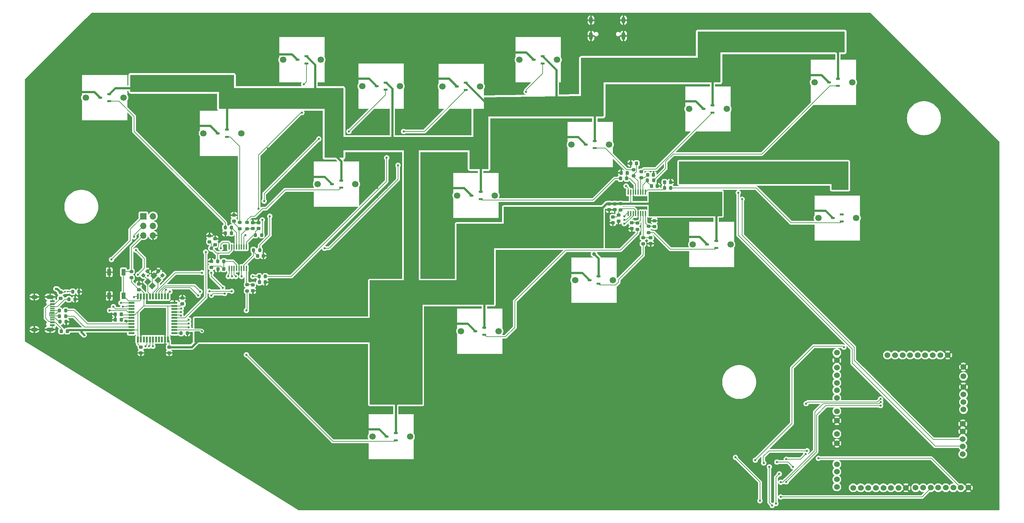
<source format=gbr>
%TF.GenerationSoftware,KiCad,Pcbnew,8.0.8*%
%TF.CreationDate,2025-04-25T11:22:14-07:00*%
%TF.ProjectId,MainBoard_BrooksP5Mini,4d61696e-426f-4617-9264-5f42726f6f6b,rev?*%
%TF.SameCoordinates,Original*%
%TF.FileFunction,Copper,L2,Bot*%
%TF.FilePolarity,Positive*%
%FSLAX46Y46*%
G04 Gerber Fmt 4.6, Leading zero omitted, Abs format (unit mm)*
G04 Created by KiCad (PCBNEW 8.0.8) date 2025-04-25 11:22:14*
%MOMM*%
%LPD*%
G01*
G04 APERTURE LIST*
G04 Aperture macros list*
%AMRoundRect*
0 Rectangle with rounded corners*
0 $1 Rounding radius*
0 $2 $3 $4 $5 $6 $7 $8 $9 X,Y pos of 4 corners*
0 Add a 4 corners polygon primitive as box body*
4,1,4,$2,$3,$4,$5,$6,$7,$8,$9,$2,$3,0*
0 Add four circle primitives for the rounded corners*
1,1,$1+$1,$2,$3*
1,1,$1+$1,$4,$5*
1,1,$1+$1,$6,$7*
1,1,$1+$1,$8,$9*
0 Add four rect primitives between the rounded corners*
20,1,$1+$1,$2,$3,$4,$5,0*
20,1,$1+$1,$4,$5,$6,$7,0*
20,1,$1+$1,$6,$7,$8,$9,0*
20,1,$1+$1,$8,$9,$2,$3,0*%
%AMRotRect*
0 Rectangle, with rotation*
0 The origin of the aperture is its center*
0 $1 length*
0 $2 width*
0 $3 Rotation angle, in degrees counterclockwise*
0 Add horizontal line*
21,1,$1,$2,0,0,$3*%
G04 Aperture macros list end*
%TA.AperFunction,WasherPad*%
%ADD10C,1.700000*%
%TD*%
%TA.AperFunction,ComponentPad*%
%ADD11R,1.700000X1.700000*%
%TD*%
%TA.AperFunction,ComponentPad*%
%ADD12O,1.700000X1.700000*%
%TD*%
%TA.AperFunction,ComponentPad*%
%ADD13O,1.000000X2.100000*%
%TD*%
%TA.AperFunction,ComponentPad*%
%ADD14O,1.000000X1.800000*%
%TD*%
%TA.AperFunction,ComponentPad*%
%ADD15C,1.524000*%
%TD*%
%TA.AperFunction,SMDPad,CuDef*%
%ADD16RoundRect,0.225000X0.225000X0.250000X-0.225000X0.250000X-0.225000X-0.250000X0.225000X-0.250000X0*%
%TD*%
%TA.AperFunction,SMDPad,CuDef*%
%ADD17R,1.500000X0.550000*%
%TD*%
%TA.AperFunction,SMDPad,CuDef*%
%ADD18R,0.550000X1.500000*%
%TD*%
%TA.AperFunction,SMDPad,CuDef*%
%ADD19RoundRect,0.200000X-0.275000X0.200000X-0.275000X-0.200000X0.275000X-0.200000X0.275000X0.200000X0*%
%TD*%
%TA.AperFunction,SMDPad,CuDef*%
%ADD20RoundRect,0.225000X0.250000X-0.225000X0.250000X0.225000X-0.250000X0.225000X-0.250000X-0.225000X0*%
%TD*%
%TA.AperFunction,SMDPad,CuDef*%
%ADD21R,1.000000X0.599999*%
%TD*%
%TA.AperFunction,SMDPad,CuDef*%
%ADD22RoundRect,0.225000X-0.250000X0.225000X-0.250000X-0.225000X0.250000X-0.225000X0.250000X0.225000X0*%
%TD*%
%TA.AperFunction,SMDPad,CuDef*%
%ADD23RoundRect,0.200000X-0.200000X-0.275000X0.200000X-0.275000X0.200000X0.275000X-0.200000X0.275000X0*%
%TD*%
%TA.AperFunction,SMDPad,CuDef*%
%ADD24RoundRect,0.225000X-0.225000X-0.250000X0.225000X-0.250000X0.225000X0.250000X-0.225000X0.250000X0*%
%TD*%
%TA.AperFunction,SMDPad,CuDef*%
%ADD25RoundRect,0.200000X0.200000X0.275000X-0.200000X0.275000X-0.200000X-0.275000X0.200000X-0.275000X0*%
%TD*%
%TA.AperFunction,SMDPad,CuDef*%
%ADD26RoundRect,0.225000X-0.017678X0.335876X-0.335876X0.017678X0.017678X-0.335876X0.335876X-0.017678X0*%
%TD*%
%TA.AperFunction,SMDPad,CuDef*%
%ADD27RoundRect,0.200000X0.275000X-0.200000X0.275000X0.200000X-0.275000X0.200000X-0.275000X-0.200000X0*%
%TD*%
%TA.AperFunction,SMDPad,CuDef*%
%ADD28RoundRect,0.100000X0.130000X0.100000X-0.130000X0.100000X-0.130000X-0.100000X0.130000X-0.100000X0*%
%TD*%
%TA.AperFunction,SMDPad,CuDef*%
%ADD29R,0.355600X1.422400*%
%TD*%
%TA.AperFunction,SMDPad,CuDef*%
%ADD30RoundRect,0.218750X0.218750X0.256250X-0.218750X0.256250X-0.218750X-0.256250X0.218750X-0.256250X0*%
%TD*%
%TA.AperFunction,SMDPad,CuDef*%
%ADD31R,1.000000X1.700000*%
%TD*%
%TA.AperFunction,SMDPad,CuDef*%
%ADD32R,1.150000X0.600000*%
%TD*%
%TA.AperFunction,SMDPad,CuDef*%
%ADD33R,1.150000X0.300000*%
%TD*%
%TA.AperFunction,ComponentPad*%
%ADD34O,2.100000X1.000000*%
%TD*%
%TA.AperFunction,ComponentPad*%
%ADD35O,1.800000X1.000000*%
%TD*%
%TA.AperFunction,SMDPad,CuDef*%
%ADD36RoundRect,0.225000X-0.335876X-0.017678X-0.017678X-0.335876X0.335876X0.017678X0.017678X0.335876X0*%
%TD*%
%TA.AperFunction,SMDPad,CuDef*%
%ADD37RotRect,1.400000X1.200000X45.000000*%
%TD*%
%TA.AperFunction,SMDPad,CuDef*%
%ADD38RoundRect,0.218750X-0.256250X0.218750X-0.256250X-0.218750X0.256250X-0.218750X0.256250X0.218750X0*%
%TD*%
%TA.AperFunction,ViaPad*%
%ADD39C,0.600000*%
%TD*%
%TA.AperFunction,ViaPad*%
%ADD40C,1.000000*%
%TD*%
%TA.AperFunction,Conductor*%
%ADD41C,0.200000*%
%TD*%
%TA.AperFunction,Conductor*%
%ADD42C,0.600000*%
%TD*%
G04 APERTURE END LIST*
D10*
%TO.P,U34,*%
%TO.N,*%
X231000000Y-72000000D03*
X241000000Y-72000000D03*
%TD*%
%TO.P,U35,*%
%TO.N,*%
X230000000Y-36000003D03*
X240000000Y-36000003D03*
%TD*%
%TO.P,U31,*%
%TO.N,*%
X196700000Y-43050002D03*
X206700000Y-43050002D03*
%TD*%
%TO.P,U30,*%
%TO.N,*%
X197700000Y-79000000D03*
X207700000Y-79000000D03*
%TD*%
%TO.P,U27,*%
%TO.N,*%
X165500000Y-52500003D03*
X175500000Y-52500003D03*
%TD*%
%TO.P,U26,*%
%TO.N,*%
X166500000Y-88450001D03*
X176500000Y-88450001D03*
%TD*%
%TO.P,U22,*%
%TO.N,*%
X136200000Y-102000000D03*
X146200000Y-102000000D03*
%TD*%
%TO.P,U23,*%
%TO.N,*%
X135200000Y-66000000D03*
X145200000Y-66000000D03*
%TD*%
%TO.P,U32,*%
%TO.N,*%
X112700000Y-130000000D03*
X122700000Y-130000000D03*
%TD*%
%TO.P,U28,*%
%TO.N,*%
X98200000Y-63000000D03*
X108200000Y-63000000D03*
%TD*%
%TO.P,U24,*%
%TO.N,*%
X67900000Y-49500003D03*
X77900000Y-49500003D03*
%TD*%
%TO.P,U2,*%
%TO.N,*%
X36700000Y-40050002D03*
X46700000Y-40050002D03*
%TD*%
%TO.P,U21,*%
%TO.N,*%
X89000000Y-30000000D03*
X99000000Y-30000000D03*
%TD*%
%TO.P,U25,*%
%TO.N,*%
X110000000Y-37000000D03*
X120000000Y-37000000D03*
%TD*%
%TO.P,U29,*%
%TO.N,*%
X131300000Y-37050002D03*
X141300000Y-37050002D03*
%TD*%
%TO.P,U33,*%
%TO.N,*%
X151700000Y-30000000D03*
X161700000Y-30000000D03*
%TD*%
D11*
%TO.P,J2,1,Pin_1*%
%TO.N,MISO*%
X51960000Y-71500000D03*
D12*
%TO.P,J2,2,Pin_2*%
%TO.N,VCC*%
X54500000Y-71500000D03*
%TO.P,J2,3,Pin_3*%
%TO.N,SCLK*%
X51960000Y-74040000D03*
%TO.P,J2,4,Pin_4*%
%TO.N,MOSI*%
X54500000Y-74040000D03*
%TO.P,J2,5,Pin_5*%
%TO.N,/RST*%
X51960000Y-76580000D03*
%TO.P,J2,6,Pin_6*%
%TO.N,GND*%
X54500000Y-76580000D03*
%TD*%
D13*
%TO.P,J3,SH1,SHELL_GND*%
%TO.N,GND*%
X179320000Y-23680000D03*
%TO.P,J3,SH2,SHELL_GND__1*%
X170680000Y-23680000D03*
D14*
%TO.P,J3,SH3,SHELL_GND__2*%
X179320000Y-19500000D03*
%TO.P,J3,SH4,SHELL_GND__3*%
X170680000Y-19500000D03*
%TD*%
D15*
%TO.P,U36,1,GND*%
%TO.N,GND*%
X269490000Y-116800000D03*
%TO.P,U36,2,Turbo_KEY*%
%TO.N,/TURBO*%
X269490000Y-118800000D03*
%TO.P,U36,3,Turbo_LED*%
%TO.N,unconnected-(U36-Turbo_LED-Pad3)*%
X269490000Y-120800000D03*
%TO.P,U36,4,VDD_3.3V*%
%TO.N,unconnected-(U36-VDD_3.3V-Pad4)*%
X269490000Y-122800000D03*
%TO.P,U36,5,GND*%
%TO.N,GND*%
X269310000Y-126600000D03*
%TO.P,U36,6,GND*%
X269310000Y-128600000D03*
%TO.P,U36,7,D+*%
%TO.N,/D+_Brooks*%
X269310000Y-130600000D03*
%TO.P,U36,8,D-*%
%TO.N,/D-_Brooks*%
X269310000Y-132600000D03*
%TO.P,U36,9,VDD_*%
%TO.N,unconnected-(U36-VDD_-Pad9)*%
X269310000Y-134600000D03*
%TO.P,U36,10,GND*%
%TO.N,GND*%
X270790000Y-143540000D03*
%TO.P,U36,11,3P*%
%TO.N,/HP*%
X268790000Y-143540000D03*
%TO.P,U36,12,R3*%
%TO.N,unconnected-(U36-R3-Pad12)*%
X266790000Y-143540000D03*
%TO.P,U36,13,2P*%
%TO.N,/MP*%
X264790000Y-143540000D03*
%TO.P,U36,14,1P*%
%TO.N,/LP*%
X262790000Y-143540000D03*
%TO.P,U36,15,2K*%
%TO.N,/MK*%
X260790000Y-143540000D03*
%TO.P,U36,16,1K*%
%TO.N,/LK*%
X258790000Y-143540000D03*
%TO.P,U36,17,SHARE/SELECT*%
%TO.N,/SELECT*%
X256790000Y-143540000D03*
%TO.P,U36,18,GND*%
%TO.N,GND*%
X254250000Y-143560000D03*
%TO.P,U36,19,3K*%
%TO.N,/HK*%
X252250000Y-143560000D03*
%TO.P,U36,20,ADC_Ry*%
%TO.N,unconnected-(U36-ADC_Ry-Pad20)*%
X250250000Y-143560000D03*
%TO.P,U36,21,ADC_Rx*%
%TO.N,unconnected-(U36-ADC_Rx-Pad21)*%
X248250000Y-143560000D03*
%TO.P,U36,22,ADC_Ly*%
%TO.N,unconnected-(U36-ADC_Ly-Pad22)*%
X246250000Y-143560000D03*
%TO.P,U36,23,ADC_Lx*%
%TO.N,unconnected-(U36-ADC_Lx-Pad23)*%
X244250000Y-143560000D03*
%TO.P,U36,24,4K*%
%TO.N,/SHK*%
X242250000Y-143560000D03*
%TO.P,U36,25,VDD_3.3V*%
%TO.N,unconnected-(U36-VDD_3.3V-Pad25)*%
X240250000Y-143560000D03*
%TO.P,U36,26,VDD_5V*%
%TO.N,unconnected-(U36-VDD_5V-Pad26)*%
X235900000Y-143300000D03*
%TO.P,U36,27,LED_B*%
%TO.N,unconnected-(U36-LED_B-Pad27)*%
X235900000Y-141300000D03*
%TO.P,U36,28,LED_R*%
%TO.N,unconnected-(U36-LED_R-Pad28)*%
X235900000Y-139300000D03*
%TO.P,U36,29,LED_G*%
%TO.N,unconnected-(U36-LED_G-Pad29)*%
X235900000Y-137300000D03*
%TO.P,U36,30,GND*%
%TO.N,GND*%
X235900000Y-131750000D03*
%TO.P,U36,31,RS*%
%TO.N,unconnected-(U36-RS-Pad31)*%
X235900000Y-129250000D03*
%TO.P,U36,32,GND*%
%TO.N,GND*%
X235900000Y-125750000D03*
%TO.P,U36,33,LS*%
%TO.N,unconnected-(U36-LS-Pad33)*%
X235900000Y-123250000D03*
%TO.P,U36,34,VDD_3.3V*%
%TO.N,unconnected-(U36-VDD_3.3V-Pad34)*%
X235900000Y-119710000D03*
%TO.P,U36,35,TP_RESET*%
%TO.N,unconnected-(U36-TP_RESET-Pad35)*%
X235900000Y-117710000D03*
%TO.P,U36,36,I2C0_SDA*%
%TO.N,unconnected-(U36-I2C0_SDA-Pad36)*%
X235900000Y-115710000D03*
%TO.P,U36,37,I2C0_SCL*%
%TO.N,unconnected-(U36-I2C0_SCL-Pad37)*%
X235900000Y-113710000D03*
%TO.P,U36,38,TP_INT*%
%TO.N,unconnected-(U36-TP_INT-Pad38)*%
X235900000Y-111710000D03*
%TO.P,U36,39,GND*%
%TO.N,GND*%
X235900000Y-109710000D03*
%TO.P,U36,40,TouchPad*%
%TO.N,unconnected-(U36-TouchPad-Pad40)*%
X235900000Y-107710000D03*
%TO.P,U36,41,HOME*%
%TO.N,/HOME*%
X249330000Y-108350000D03*
%TO.P,U36,42,4P*%
%TO.N,/SHP*%
X251330000Y-108350000D03*
%TO.P,U36,43,L3*%
%TO.N,unconnected-(U36-L3-Pad43)*%
X253330000Y-108350000D03*
%TO.P,U36,44,UP*%
%TO.N,/U*%
X255330000Y-108350000D03*
%TO.P,U36,45,DOWN*%
%TO.N,/D*%
X257330000Y-108350000D03*
%TO.P,U36,46,LEFT*%
%TO.N,/L*%
X259330000Y-108350000D03*
%TO.P,U36,47,RIGHT*%
%TO.N,/R*%
X261330000Y-108350000D03*
%TO.P,U36,48,OPTIONS*%
%TO.N,/START*%
X263330000Y-108350000D03*
%TO.P,U36,49,GND*%
%TO.N,GND*%
X265330000Y-108350000D03*
%TO.P,U36,50,GND*%
X269490000Y-111500000D03*
%TO.P,U36,51,SOCD_MODE*%
%TO.N,unconnected-(U36-SOCD_MODE-Pad51)*%
X269490000Y-114000000D03*
%TD*%
D16*
%TO.P,C30,1*%
%TO.N,GND*%
X84275000Y-89000000D03*
%TO.P,C30,2*%
%TO.N,Net-(U3-IN7)*%
X82725000Y-89000000D03*
%TD*%
D17*
%TO.P,U20,1,PE6*%
%TO.N,unconnected-(U20-PE6-Pad1)*%
X48800000Y-102500000D03*
%TO.P,U20,2,UVCC*%
%TO.N,VCC*%
X48800000Y-101700000D03*
%TO.P,U20,3,D-*%
%TO.N,Net-(U20-D-)*%
X48800000Y-100900000D03*
%TO.P,U20,4,D+*%
%TO.N,Net-(U20-D+)*%
X48800000Y-100100000D03*
%TO.P,U20,5,UGND*%
%TO.N,GND*%
X48800000Y-99300000D03*
%TO.P,U20,6,UCAP*%
%TO.N,Net-(U20-UCAP)*%
X48800000Y-98500000D03*
%TO.P,U20,7,VBUS*%
%TO.N,VCC*%
X48800000Y-97700000D03*
%TO.P,U20,8,PB0*%
%TO.N,NOT_CS1*%
X48800000Y-96900000D03*
%TO.P,U20,9,PB1*%
%TO.N,SCLK*%
X48800000Y-96100000D03*
%TO.P,U20,10,PB2*%
%TO.N,MOSI*%
X48800000Y-95300000D03*
%TO.P,U20,11,PB3*%
%TO.N,MISO*%
X48800000Y-94500000D03*
D18*
%TO.P,U20,12,PB7*%
%TO.N,/L*%
X50500000Y-92800000D03*
%TO.P,U20,13,~{RESET}*%
%TO.N,/RST*%
X51300000Y-92800000D03*
%TO.P,U20,14,VCC*%
%TO.N,VCC*%
X52100000Y-92800000D03*
%TO.P,U20,15,GND*%
%TO.N,GND*%
X52900000Y-92800000D03*
%TO.P,U20,16,XTAL2*%
%TO.N,Net-(U20-XTAL2)*%
X53700000Y-92800000D03*
%TO.P,U20,17,XTAL1*%
%TO.N,Net-(U20-XTAL1)*%
X54500000Y-92800000D03*
%TO.P,U20,18,PD0*%
%TO.N,/SELECT*%
X55300000Y-92800000D03*
%TO.P,U20,19,PD1*%
%TO.N,/HOME*%
X56100000Y-92800000D03*
%TO.P,U20,20,PD2*%
%TO.N,/TURBO*%
X56900000Y-92800000D03*
%TO.P,U20,21,PD3*%
%TO.N,/LP*%
X57700000Y-92800000D03*
%TO.P,U20,22,PD5*%
%TO.N,/HP*%
X58500000Y-92800000D03*
D17*
%TO.P,U20,23,GND*%
%TO.N,GND*%
X60200000Y-94500000D03*
%TO.P,U20,24,AVCC*%
%TO.N,VCC*%
X60200000Y-95300000D03*
%TO.P,U20,25,PD4*%
%TO.N,/MP*%
X60200000Y-96100000D03*
%TO.P,U20,26,PD6*%
%TO.N,/SHP*%
X60200000Y-96900000D03*
%TO.P,U20,27,PD7*%
%TO.N,/LK*%
X60200000Y-97700000D03*
%TO.P,U20,28,PB4*%
%TO.N,NOT_CS2*%
X60200000Y-98500000D03*
%TO.P,U20,29,PB5*%
%TO.N,/U*%
X60200000Y-99300000D03*
%TO.P,U20,30,PB6*%
%TO.N,/D*%
X60200000Y-100100000D03*
%TO.P,U20,31,PC6*%
%TO.N,/R*%
X60200000Y-100900000D03*
%TO.P,U20,32,PC7*%
%TO.N,/START*%
X60200000Y-101700000D03*
%TO.P,U20,33,~{HWB}/PE2*%
%TO.N,Net-(U20-~{HWB}{slash}PE2)*%
X60200000Y-102500000D03*
D18*
%TO.P,U20,34,VCC*%
%TO.N,VCC*%
X58500000Y-104200000D03*
%TO.P,U20,35,GND*%
%TO.N,GND*%
X57700000Y-104200000D03*
%TO.P,U20,36,PF7*%
%TO.N,unconnected-(U20-PF7-Pad36)*%
X56900000Y-104200000D03*
%TO.P,U20,37,PF6*%
%TO.N,unconnected-(U20-PF6-Pad37)*%
X56100000Y-104200000D03*
%TO.P,U20,38,PF5*%
%TO.N,unconnected-(U20-PF5-Pad38)*%
X55300000Y-104200000D03*
%TO.P,U20,39,PF4*%
%TO.N,/SHK*%
X54500000Y-104200000D03*
%TO.P,U20,40,PF1*%
%TO.N,/HK*%
X53700000Y-104200000D03*
%TO.P,U20,41,PF0*%
%TO.N,/MK*%
X52900000Y-104200000D03*
%TO.P,U20,42,AREF*%
%TO.N,unconnected-(U20-AREF-Pad42)*%
X52100000Y-104200000D03*
%TO.P,U20,43,GND*%
%TO.N,GND*%
X51300000Y-104200000D03*
%TO.P,U20,44,AVCC*%
%TO.N,VCC*%
X50500000Y-104200000D03*
%TD*%
D19*
%TO.P,R12,1*%
%TO.N,HPA*%
X184000000Y-59675000D03*
%TO.P,R12,2*%
%TO.N,Net-(U1-IN2)*%
X184000000Y-61325000D03*
%TD*%
D20*
%TO.P,C24,1*%
%TO.N,GND*%
X181500000Y-74775000D03*
%TO.P,C24,2*%
%TO.N,Net-(U1-IN7)*%
X181500000Y-73225000D03*
%TD*%
D21*
%TO.P,U15,1,VCC*%
%TO.N,VCC*%
X157900000Y-29049999D03*
%TO.P,U15,2,OUT*%
%TO.N,SELECTA*%
X157900000Y-30949998D03*
%TO.P,U15,3,GND*%
%TO.N,GND*%
X155500000Y-30000000D03*
%TD*%
D22*
%TO.P,C41,1*%
%TO.N,GND*%
X82500000Y-73225000D03*
%TO.P,C41,2*%
%TO.N,Net-(U3-IN4)*%
X82500000Y-74775000D03*
%TD*%
D21*
%TO.P,U4,1,VCC*%
%TO.N,VCC*%
X171700000Y-51549999D03*
%TO.P,U4,2,OUT*%
%TO.N,MPA*%
X171700000Y-53449998D03*
%TO.P,U4,3,GND*%
%TO.N,GND*%
X169300000Y-52500000D03*
%TD*%
%TO.P,U18,1,VCC*%
%TO.N,VCC*%
X137500000Y-36099999D03*
%TO.P,U18,2,OUT*%
%TO.N,TURBOA*%
X137500000Y-37999998D03*
%TO.P,U18,3,GND*%
%TO.N,GND*%
X135100000Y-37050000D03*
%TD*%
D20*
%TO.P,C7,1*%
%TO.N,VCC*%
X50800000Y-91000000D03*
%TO.P,C7,2*%
%TO.N,GND*%
X50800000Y-89450000D03*
%TD*%
D21*
%TO.P,U12,1,VCC*%
%TO.N,VCC*%
X142400000Y-101049999D03*
%TO.P,U12,2,OUT*%
%TO.N,LKA*%
X142400000Y-102949998D03*
%TO.P,U12,3,GND*%
%TO.N,GND*%
X140000000Y-102000000D03*
%TD*%
D19*
%TO.P,R31,1*%
%TO.N,RA*%
X79500000Y-73175000D03*
%TO.P,R31,2*%
%TO.N,Net-(U3-IN2)*%
X79500000Y-74825000D03*
%TD*%
D23*
%TO.P,R8,1*%
%TO.N,LPA*%
X178500000Y-61500000D03*
%TO.P,R8,2*%
%TO.N,Net-(U1-IN0)*%
X180150000Y-61500000D03*
%TD*%
D16*
%TO.P,C17,1*%
%TO.N,GND*%
X188275000Y-63500000D03*
%TO.P,C17,2*%
%TO.N,Net-(U1-IN3)*%
X186725000Y-63500000D03*
%TD*%
D24*
%TO.P,C14,1*%
%TO.N,GND*%
X178725000Y-60000000D03*
%TO.P,C14,2*%
%TO.N,Net-(U1-IN0)*%
X180275000Y-60000000D03*
%TD*%
D21*
%TO.P,U6,1,VCC*%
%TO.N,VCC*%
X236200000Y-35049999D03*
%TO.P,U6,2,OUT*%
%TO.N,SHPA*%
X236200000Y-36949998D03*
%TO.P,U6,3,GND*%
%TO.N,GND*%
X233800000Y-36000000D03*
%TD*%
D25*
%TO.P,R25,1*%
%TO.N,HOMEA*%
X82825000Y-80500000D03*
%TO.P,R25,2*%
%TO.N,Net-(U3-IN6)*%
X81175000Y-80500000D03*
%TD*%
D26*
%TO.P,C10,1*%
%TO.N,GND*%
X53060140Y-86108489D03*
%TO.P,C10,2*%
%TO.N,Net-(U20-XTAL2)*%
X51964124Y-87204505D03*
%TD*%
D27*
%TO.P,R18,1*%
%TO.N,LKA*%
X183000000Y-75000000D03*
%TO.P,R18,2*%
%TO.N,Net-(U1-IN7)*%
X183000000Y-73350000D03*
%TD*%
D28*
%TO.P,,1,K*%
%TO.N,Net-(D2-K)*%
X31860000Y-91540000D03*
%TD*%
D29*
%TO.P,U3,1,~CS*%
%TO.N,NOT_CS2*%
X74725001Y-79655200D03*
%TO.P,U3,2,VA*%
%TO.N,VCC*%
X75374999Y-79655200D03*
%TO.P,U3,3,AGND*%
%TO.N,GND*%
X76025001Y-79655200D03*
%TO.P,U3,4,IN0*%
%TO.N,Net-(U3-IN0)*%
X76674999Y-79655200D03*
%TO.P,U3,5,IN1*%
%TO.N,Net-(U3-IN1)*%
X77324998Y-79655200D03*
%TO.P,U3,6,IN2*%
%TO.N,Net-(U3-IN2)*%
X77974999Y-79655200D03*
%TO.P,U3,7,IN3*%
%TO.N,Net-(U3-IN3)*%
X78624998Y-79655200D03*
%TO.P,U3,8,IN4*%
%TO.N,Net-(U3-IN4)*%
X79274999Y-79655200D03*
%TO.P,U3,9,IN5*%
%TO.N,Net-(U3-IN5)*%
X79274999Y-85344800D03*
%TO.P,U3,10,IN6*%
%TO.N,Net-(U3-IN6)*%
X78625001Y-85344800D03*
%TO.P,U3,11,IN7*%
%TO.N,Net-(U3-IN7)*%
X77974999Y-85344800D03*
%TO.P,U3,12,DGND*%
%TO.N,GND*%
X77325001Y-85344800D03*
%TO.P,U3,13,VD*%
%TO.N,Net-(U3-VD)*%
X76675002Y-85344800D03*
%TO.P,U3,14,DIN*%
%TO.N,MOSI*%
X76025001Y-85344800D03*
%TO.P,U3,15,DOUT*%
%TO.N,MISO*%
X75375002Y-85344800D03*
%TO.P,U3,16,SCLK*%
%TO.N,SCLK*%
X74725001Y-85344800D03*
%TD*%
D23*
%TO.P,R29,1*%
%TO.N,LA*%
X73675000Y-74500000D03*
%TO.P,R29,2*%
%TO.N,Net-(U3-IN0)*%
X75325000Y-74500000D03*
%TD*%
D25*
%TO.P,R14,1*%
%TO.N,SHKA*%
X191825000Y-64000000D03*
%TO.P,R14,2*%
%TO.N,Net-(U1-IN4)*%
X190175000Y-64000000D03*
%TD*%
%TO.P,R3,1*%
%TO.N,Net-(U20-D-)*%
X31365000Y-98040000D03*
%TO.P,R3,2*%
%TO.N,/D-*%
X29715000Y-98040000D03*
%TD*%
D30*
%TO.P,D5,1,K*%
%TO.N,VCC*%
X31787500Y-102000000D03*
%TO.P,D5,2,A*%
%TO.N,Net-(D5-A)*%
X30212500Y-102000000D03*
%TD*%
D27*
%TO.P,R20,1*%
%TO.N,HKA*%
X186000000Y-75825000D03*
%TO.P,R20,2*%
%TO.N,Net-(U1-IN5)*%
X186000000Y-74175000D03*
%TD*%
D25*
%TO.P,R9,1*%
%TO.N,GND*%
X31500000Y-99500000D03*
%TO.P,R9,2*%
%TO.N,Net-(J1-CC1)*%
X29850000Y-99500000D03*
%TD*%
D31*
%TO.P,SW_RESET1,1,1*%
%TO.N,GND*%
X42900000Y-86350000D03*
X42900000Y-92650000D03*
%TO.P,SW_RESET1,2,2*%
%TO.N,/RST*%
X46700000Y-86350000D03*
X46700000Y-92650000D03*
%TD*%
D27*
%TO.P,R19,1*%
%TO.N,MKA*%
X184500000Y-78825000D03*
%TO.P,R19,2*%
%TO.N,Net-(U1-IN6)*%
X184500000Y-77175000D03*
%TD*%
D32*
%TO.P,J1,A1_B12,GND*%
%TO.N,GND*%
X27795000Y-100440000D03*
%TO.P,J1,A4_B9,VBUS*%
%TO.N,Net-(D5-A)*%
X27795000Y-99640000D03*
D33*
%TO.P,J1,A5,CC1*%
%TO.N,Net-(J1-CC1)*%
X27795000Y-98490000D03*
%TO.P,J1,A6,DP1*%
%TO.N,/D+*%
X27795000Y-97490000D03*
%TO.P,J1,A7,DN1*%
%TO.N,/D-*%
X27795000Y-96990000D03*
%TO.P,J1,A8,SBU1*%
%TO.N,unconnected-(J1-SBU1-PadA8)*%
X27795000Y-95990000D03*
D32*
%TO.P,J1,B1_A12,GND__1*%
%TO.N,GND*%
X27795000Y-94040000D03*
%TO.P,J1,B4_A9,VBUS__1*%
%TO.N,Net-(D5-A)*%
X27795000Y-94840000D03*
D33*
%TO.P,J1,B5,CC2*%
%TO.N,Net-(J1-CC2)*%
X27795000Y-95490000D03*
%TO.P,J1,B6,DP2*%
%TO.N,/D+*%
X27795000Y-96490000D03*
%TO.P,J1,B7,DN2*%
%TO.N,/D-*%
X27795000Y-97990000D03*
%TO.P,J1,B8,SBU2*%
%TO.N,unconnected-(J1-SBU2-PadB8)*%
X27795000Y-98990000D03*
D34*
%TO.P,J1,SH1,SHELL_GND*%
%TO.N,GND*%
X27220000Y-101560000D03*
%TO.P,J1,SH2,SHELL_GND__1*%
X27220000Y-92920000D03*
D35*
%TO.P,J1,SH3,SHELL_GND__2*%
X23040000Y-101560000D03*
%TO.P,J1,SH4,SHELL_GND__3*%
X23040000Y-92920000D03*
%TD*%
D22*
%TO.P,C3,1*%
%TO.N,VCC*%
X51300000Y-106225000D03*
%TO.P,C3,2*%
%TO.N,GND*%
X51300000Y-107775000D03*
%TD*%
D20*
%TO.P,C9,1*%
%TO.N,GND*%
X177000000Y-69775000D03*
%TO.P,C9,2*%
%TO.N,VCC*%
X177000000Y-68225000D03*
%TD*%
D36*
%TO.P,C8,1*%
%TO.N,GND*%
X55964124Y-86108489D03*
%TO.P,C8,2*%
%TO.N,Net-(U20-XTAL1)*%
X57060140Y-87204505D03*
%TD*%
D19*
%TO.P,R11,1*%
%TO.N,MPA*%
X182000000Y-59175000D03*
%TO.P,R11,2*%
%TO.N,Net-(U1-IN1)*%
X182000000Y-60825000D03*
%TD*%
D24*
%TO.P,C11,1*%
%TO.N,GND*%
X44525000Y-99000000D03*
%TO.P,C11,2*%
%TO.N,Net-(U20-UCAP)*%
X46075000Y-99000000D03*
%TD*%
D20*
%TO.P,C25,1*%
%TO.N,GND*%
X186500000Y-78775000D03*
%TO.P,C25,2*%
%TO.N,Net-(U1-IN6)*%
X186500000Y-77225000D03*
%TD*%
D22*
%TO.P,C39,1*%
%TO.N,GND*%
X81000000Y-73225000D03*
%TO.P,C39,2*%
%TO.N,Net-(U3-IN2)*%
X81000000Y-74775000D03*
%TD*%
%TO.P,C4,1*%
%TO.N,VCC*%
X58800000Y-106225000D03*
%TO.P,C4,2*%
%TO.N,GND*%
X58800000Y-107775000D03*
%TD*%
%TO.P,C34,1*%
%TO.N,GND*%
X69500000Y-76725000D03*
%TO.P,C34,2*%
%TO.N,VCC*%
X69500000Y-78275000D03*
%TD*%
D16*
%TO.P,C16,1*%
%TO.N,GND*%
X187275000Y-60500000D03*
%TO.P,C16,2*%
%TO.N,Net-(U1-IN2)*%
X185725000Y-60500000D03*
%TD*%
D21*
%TO.P,U11,1,VCC*%
%TO.N,VCC*%
X141400000Y-65049999D03*
%TO.P,U11,2,OUT*%
%TO.N,LPA*%
X141400000Y-66949998D03*
%TO.P,U11,3,GND*%
%TO.N,GND*%
X139000000Y-66000000D03*
%TD*%
%TO.P,U10,1,VCC*%
%TO.N,VCC*%
X104400000Y-62049999D03*
%TO.P,U10,2,OUT*%
%TO.N,RA*%
X104400000Y-63949998D03*
%TO.P,U10,3,GND*%
%TO.N,GND*%
X102000000Y-63000000D03*
%TD*%
D22*
%TO.P,C2,1*%
%TO.N,GND*%
X70000000Y-83500000D03*
%TO.P,C2,2*%
%TO.N,Net-(U3-VD)*%
X70000000Y-85050000D03*
%TD*%
D23*
%TO.P,R7,1*%
%TO.N,Net-(U20-~{HWB}{slash}PE2)*%
X61975000Y-102500000D03*
%TO.P,R7,2*%
%TO.N,GND*%
X63625000Y-102500000D03*
%TD*%
D21*
%TO.P,U14,1,VCC*%
%TO.N,VCC*%
X237200000Y-70999999D03*
%TO.P,U14,2,OUT*%
%TO.N,SHKA*%
X237200000Y-72899998D03*
%TO.P,U14,3,GND*%
%TO.N,GND*%
X234800000Y-71950000D03*
%TD*%
D37*
%TO.P,Y2,1,1*%
%TO.N,Net-(U20-XTAL2)*%
X53168629Y-88868629D03*
%TO.P,Y2,2,2*%
%TO.N,GND*%
X54724264Y-87312994D03*
%TO.P,Y2,3,3*%
%TO.N,Net-(U20-XTAL1)*%
X55855635Y-88444365D03*
%TO.P,Y2,4,4*%
%TO.N,GND*%
X54300000Y-90000000D03*
%TD*%
D27*
%TO.P,R26,1*%
%TO.N,UA*%
X79500000Y-91325000D03*
%TO.P,R26,2*%
%TO.N,Net-(U3-IN5)*%
X79500000Y-89675000D03*
%TD*%
D21*
%TO.P,U19,1,VCC*%
%TO.N,VCC*%
X203900000Y-78049999D03*
%TO.P,U19,2,OUT*%
%TO.N,HKA*%
X203900000Y-79949998D03*
%TO.P,U19,3,GND*%
%TO.N,GND*%
X201500000Y-79000000D03*
%TD*%
D20*
%TO.P,C32,1*%
%TO.N,GND*%
X81000000Y-91275000D03*
%TO.P,C32,2*%
%TO.N,Net-(U3-IN5)*%
X81000000Y-89725000D03*
%TD*%
D21*
%TO.P,U16,1,VCC*%
%TO.N,VCC*%
X95200000Y-29049999D03*
%TO.P,U16,2,OUT*%
%TO.N,STARTA*%
X95200000Y-30949998D03*
%TO.P,U16,3,GND*%
%TO.N,GND*%
X92800000Y-30000000D03*
%TD*%
D20*
%TO.P,C20,1*%
%TO.N,GND*%
X178000000Y-72775000D03*
%TO.P,C20,2*%
%TO.N,Net-(U1-VD)*%
X178000000Y-71225000D03*
%TD*%
D29*
%TO.P,U1,1,~CS*%
%TO.N,NOT_CS1*%
X180569801Y-65130199D03*
%TO.P,U1,2,VA*%
%TO.N,VCC*%
X181219799Y-65130199D03*
%TO.P,U1,3,AGND*%
%TO.N,GND*%
X181869801Y-65130199D03*
%TO.P,U1,4,IN0*%
%TO.N,Net-(U1-IN0)*%
X182519799Y-65130199D03*
%TO.P,U1,5,IN1*%
%TO.N,Net-(U1-IN1)*%
X183169798Y-65130199D03*
%TO.P,U1,6,IN2*%
%TO.N,Net-(U1-IN2)*%
X183819799Y-65130199D03*
%TO.P,U1,7,IN3*%
%TO.N,Net-(U1-IN3)*%
X184469798Y-65130199D03*
%TO.P,U1,8,IN4*%
%TO.N,Net-(U1-IN4)*%
X185119799Y-65130199D03*
%TO.P,U1,9,IN5*%
%TO.N,Net-(U1-IN5)*%
X185119799Y-70819799D03*
%TO.P,U1,10,IN6*%
%TO.N,Net-(U1-IN6)*%
X184469801Y-70819799D03*
%TO.P,U1,11,IN7*%
%TO.N,Net-(U1-IN7)*%
X183819799Y-70819799D03*
%TO.P,U1,12,DGND*%
%TO.N,GND*%
X183169801Y-70819799D03*
%TO.P,U1,13,VD*%
%TO.N,Net-(U1-VD)*%
X182519802Y-70819799D03*
%TO.P,U1,14,DIN*%
%TO.N,MOSI*%
X181869801Y-70819799D03*
%TO.P,U1,15,DOUT*%
%TO.N,MISO*%
X181219802Y-70819799D03*
%TO.P,U1,16,SCLK*%
%TO.N,SCLK*%
X180569801Y-70819799D03*
%TD*%
D25*
%TO.P,R13,1*%
%TO.N,SHPA*%
X187325000Y-62000000D03*
%TO.P,R13,2*%
%TO.N,Net-(U1-IN3)*%
X185675000Y-62000000D03*
%TD*%
D21*
%TO.P,U13,1,VCC*%
%TO.N,VCC*%
X172700000Y-87499999D03*
%TO.P,U13,2,OUT*%
%TO.N,MKA*%
X172700000Y-89399998D03*
%TO.P,U13,3,GND*%
%TO.N,GND*%
X170300000Y-88450000D03*
%TD*%
D28*
%TO.P,D2,1,K*%
%TO.N,Net-(D2-K)*%
X31860000Y-91540000D03*
%TO.P,D2,2,A*%
%TO.N,VCC*%
X31220000Y-91540000D03*
%TD*%
D24*
%TO.P,C15,1*%
%TO.N,GND*%
X181225000Y-57500000D03*
%TO.P,C15,2*%
%TO.N,Net-(U1-IN1)*%
X182775000Y-57500000D03*
%TD*%
D23*
%TO.P,R34,1*%
%TO.N,VCC*%
X71675000Y-83500000D03*
%TO.P,R34,2*%
%TO.N,Net-(U3-VD)*%
X73325000Y-83500000D03*
%TD*%
D21*
%TO.P,U7,1,VCC*%
%TO.N,VCC*%
X118900000Y-129049999D03*
%TO.P,U7,2,OUT*%
%TO.N,UA*%
X118900000Y-130949998D03*
%TO.P,U7,3,GND*%
%TO.N,GND*%
X116500000Y-130000000D03*
%TD*%
D16*
%TO.P,C31,1*%
%TO.N,GND*%
X83775000Y-82000000D03*
%TO.P,C31,2*%
%TO.N,Net-(U3-IN6)*%
X82225000Y-82000000D03*
%TD*%
D25*
%TO.P,R5,1*%
%TO.N,GND*%
X34865000Y-91540000D03*
%TO.P,R5,2*%
%TO.N,Net-(D2-K)*%
X33215000Y-91540000D03*
%TD*%
D21*
%TO.P,U17,1,VCC*%
%TO.N,VCC*%
X116200000Y-36049999D03*
%TO.P,U17,2,OUT*%
%TO.N,HOMEA*%
X116200000Y-37949998D03*
%TO.P,U17,3,GND*%
%TO.N,GND*%
X113800000Y-37000000D03*
%TD*%
D24*
%TO.P,C1,1*%
%TO.N,GND*%
X71725000Y-85500000D03*
%TO.P,C1,2*%
%TO.N,Net-(U3-VD)*%
X73275000Y-85500000D03*
%TD*%
D19*
%TO.P,R27,1*%
%TO.N,VCC*%
X178500000Y-68175000D03*
%TO.P,R27,2*%
%TO.N,Net-(U1-VD)*%
X178500000Y-69825000D03*
%TD*%
D16*
%TO.P,C18,1*%
%TO.N,GND*%
X191775000Y-62500000D03*
%TO.P,C18,2*%
%TO.N,Net-(U1-IN4)*%
X190225000Y-62500000D03*
%TD*%
D20*
%TO.P,C19,1*%
%TO.N,GND*%
X176500000Y-73275000D03*
%TO.P,C19,2*%
%TO.N,Net-(U1-VD)*%
X176500000Y-71725000D03*
%TD*%
D23*
%TO.P,R2,1*%
%TO.N,/D+*%
X29715000Y-96540000D03*
%TO.P,R2,2*%
%TO.N,Net-(U20-D+)*%
X31365000Y-96540000D03*
%TD*%
D38*
%TO.P,D6,1,K*%
%TO.N,VCC*%
X30000000Y-91712500D03*
%TO.P,D6,2,A*%
%TO.N,Net-(D5-A)*%
X30000000Y-93287500D03*
%TD*%
D21*
%TO.P,U9,1,VCC*%
%TO.N,VCC*%
X42900000Y-39099999D03*
%TO.P,U9,2,OUT*%
%TO.N,LA*%
X42900000Y-40999998D03*
%TO.P,U9,3,GND*%
%TO.N,GND*%
X40500000Y-40050000D03*
%TD*%
D20*
%TO.P,C6,1*%
%TO.N,VCC*%
X62300000Y-94775000D03*
%TO.P,C6,2*%
%TO.N,GND*%
X62300000Y-93225000D03*
%TD*%
D24*
%TO.P,C37,1*%
%TO.N,GND*%
X73725000Y-76000000D03*
%TO.P,C37,2*%
%TO.N,Net-(U3-IN0)*%
X75275000Y-76000000D03*
%TD*%
D21*
%TO.P,U8,1,VCC*%
%TO.N,VCC*%
X74100000Y-48549999D03*
%TO.P,U8,2,OUT*%
%TO.N,DA*%
X74100000Y-50449998D03*
%TO.P,U8,3,GND*%
%TO.N,GND*%
X71700000Y-49500000D03*
%TD*%
D22*
%TO.P,C38,1*%
%TO.N,GND*%
X76000000Y-71225000D03*
%TO.P,C38,2*%
%TO.N,Net-(U3-IN1)*%
X76000000Y-72775000D03*
%TD*%
D19*
%TO.P,R30,1*%
%TO.N,DA*%
X77500000Y-73175000D03*
%TO.P,R30,2*%
%TO.N,Net-(U3-IN1)*%
X77500000Y-74825000D03*
%TD*%
D23*
%TO.P,R10,1*%
%TO.N,Net-(J1-CC2)*%
X32215000Y-93540000D03*
%TO.P,R10,2*%
%TO.N,GND*%
X33865000Y-93540000D03*
%TD*%
D20*
%TO.P,C12,1*%
%TO.N,GND*%
X175500000Y-69775000D03*
%TO.P,C12,2*%
%TO.N,VCC*%
X175500000Y-68225000D03*
%TD*%
D27*
%TO.P,R6,1*%
%TO.N,VCC*%
X48800000Y-87825000D03*
%TO.P,R6,2*%
%TO.N,/RST*%
X48800000Y-86175000D03*
%TD*%
D25*
%TO.P,R24,1*%
%TO.N,TURBOA*%
X84325000Y-87500000D03*
%TO.P,R24,2*%
%TO.N,Net-(U3-IN7)*%
X82675000Y-87500000D03*
%TD*%
%TO.P,R33,1*%
%TO.N,STARTA*%
X83325000Y-76500000D03*
%TO.P,R33,2*%
%TO.N,Net-(U3-IN4)*%
X81675000Y-76500000D03*
%TD*%
D22*
%TO.P,C26,1*%
%TO.N,GND*%
X187500000Y-72725000D03*
%TO.P,C26,2*%
%TO.N,Net-(U1-IN5)*%
X187500000Y-74275000D03*
%TD*%
D21*
%TO.P,U5,1,VCC*%
%TO.N,VCC*%
X202900000Y-42099999D03*
%TO.P,U5,2,OUT*%
%TO.N,HPA*%
X202900000Y-43999998D03*
%TO.P,U5,3,GND*%
%TO.N,GND*%
X200500000Y-43050000D03*
%TD*%
D16*
%TO.P,C5,1*%
%TO.N,VCC*%
X46075000Y-97500000D03*
%TO.P,C5,2*%
%TO.N,GND*%
X44525000Y-97500000D03*
%TD*%
D37*
%TO.P,,1,1*%
%TO.N,Net-(U20-XTAL2)*%
X53168629Y-88868629D03*
%TD*%
D22*
%TO.P,C33,1*%
%TO.N,GND*%
X71000000Y-77500000D03*
%TO.P,C33,2*%
%TO.N,VCC*%
X71000000Y-79050000D03*
%TD*%
D39*
%TO.N,VCC*%
X28750000Y-90750000D03*
X36250000Y-103000000D03*
%TO.N,GND*%
X184500000Y-91000000D03*
X186000000Y-91000000D03*
X87000000Y-53500000D03*
X153000000Y-52500000D03*
X57500000Y-94500000D03*
X129000000Y-60000000D03*
X180500000Y-45000000D03*
X216500000Y-73500000D03*
X175500000Y-67000000D03*
X128000000Y-61500000D03*
X216000000Y-39500000D03*
X128000000Y-62500000D03*
X215000000Y-39500000D03*
X164500000Y-96500000D03*
X50500000Y-83500000D03*
X187500000Y-91000000D03*
X87000000Y-57500000D03*
X186000000Y-88000000D03*
X216000000Y-36500000D03*
X59500000Y-46000000D03*
X192500000Y-73500000D03*
X114000000Y-64000000D03*
X216500000Y-75000000D03*
X190500000Y-77500000D03*
X182000000Y-43500000D03*
X153000000Y-106000000D03*
X157000000Y-52500000D03*
X216000000Y-38000000D03*
X93000000Y-110000000D03*
X141000000Y-124500000D03*
X55500000Y-101500000D03*
X155000000Y-52500000D03*
X57500000Y-107000000D03*
X89000000Y-55500000D03*
X159000000Y-52500000D03*
X131500000Y-99500000D03*
X130000000Y-62500000D03*
X194000000Y-85500000D03*
X187500000Y-89500000D03*
X139500000Y-127000000D03*
X58000000Y-47500000D03*
X175500000Y-75500000D03*
X85000000Y-55500000D03*
X60000000Y-93000000D03*
X214000000Y-38000000D03*
X199000000Y-52500000D03*
X89000000Y-53500000D03*
X228500000Y-66500000D03*
X186000000Y-89500000D03*
X37500000Y-96500000D03*
X178500000Y-64000000D03*
X159000000Y-54500000D03*
X180500000Y-42000000D03*
X119000000Y-70000000D03*
X55500000Y-99000000D03*
X46000000Y-107000000D03*
X130000000Y-61500000D03*
X52500000Y-99000000D03*
X225500000Y-69000000D03*
X155000000Y-58500000D03*
X141000000Y-127000000D03*
X213500000Y-76500000D03*
X34500000Y-52500000D03*
X36000000Y-52500000D03*
X157000000Y-58500000D03*
X177000000Y-67000000D03*
X213500000Y-75000000D03*
X190500000Y-73500000D03*
X116500000Y-68000000D03*
X216500000Y-76500000D03*
X214000000Y-36500000D03*
X187500000Y-88000000D03*
X36000000Y-95000000D03*
X213500000Y-73500000D03*
X128000000Y-60000000D03*
X33500000Y-100000000D03*
X157000000Y-54500000D03*
X89000000Y-57500000D03*
X138000000Y-122500000D03*
X175500000Y-65500000D03*
X177000000Y-64000000D03*
X35000000Y-88500000D03*
X116500000Y-66500000D03*
X59500000Y-49000000D03*
X61000000Y-47500000D03*
X36000000Y-54500000D03*
X194500000Y-73500000D03*
X87000000Y-55500000D03*
X93000000Y-111500000D03*
X76000000Y-90000000D03*
X37500000Y-51000000D03*
X94500000Y-108500000D03*
X139500000Y-122500000D03*
X91500000Y-111500000D03*
X116500000Y-70000000D03*
X191500000Y-60500000D03*
X184500000Y-89500000D03*
X119000000Y-68000000D03*
X153000000Y-54500000D03*
X64500000Y-94000000D03*
X51000000Y-109000000D03*
X178500000Y-65500000D03*
X194500000Y-75500000D03*
X159000000Y-56500000D03*
X114000000Y-66500000D03*
X77500000Y-93500000D03*
X62000000Y-91500000D03*
X72000000Y-120000000D03*
X65000000Y-110500000D03*
X129000000Y-62500000D03*
X74000000Y-121500000D03*
X155000000Y-56500000D03*
X182000000Y-45000000D03*
X52500000Y-102000000D03*
X139500000Y-124500000D03*
X130000000Y-60000000D03*
X34500000Y-51000000D03*
X66500000Y-114000000D03*
X73500000Y-95000000D03*
X190500000Y-75500000D03*
X33500000Y-95000000D03*
X215000000Y-76500000D03*
X54000000Y-94500000D03*
X58000000Y-46000000D03*
X215000000Y-38000000D03*
X177000000Y-77000000D03*
X37500000Y-52500000D03*
X138000000Y-127000000D03*
X37500000Y-54500000D03*
X91500000Y-110000000D03*
X40000000Y-90000000D03*
X180500000Y-43500000D03*
X85000000Y-53500000D03*
X215000000Y-75000000D03*
X177000000Y-65500000D03*
X108500000Y-125000000D03*
X47500000Y-99500000D03*
X153000000Y-56500000D03*
X129000000Y-61500000D03*
X58000000Y-49000000D03*
X228500000Y-69000000D03*
X93000000Y-108500000D03*
X91500000Y-108500000D03*
X225500000Y-66500000D03*
X147000000Y-112000000D03*
X94500000Y-111500000D03*
X184500000Y-88000000D03*
X59500000Y-47500000D03*
X108500000Y-133500000D03*
X222500000Y-69000000D03*
X157000000Y-56500000D03*
X183500000Y-42000000D03*
X138000000Y-124500000D03*
X181000000Y-81500000D03*
X36000000Y-51000000D03*
X34500000Y-54500000D03*
X39500000Y-98000000D03*
X194500000Y-77500000D03*
X222500000Y-66500000D03*
X81000000Y-113500000D03*
X155000000Y-54500000D03*
X151000000Y-87500000D03*
X85000000Y-57500000D03*
X175500000Y-77000000D03*
X61500000Y-84500000D03*
X192500000Y-75500000D03*
X94500000Y-110000000D03*
X65500000Y-85000000D03*
X159000000Y-58500000D03*
X61000000Y-46000000D03*
X183500000Y-43500000D03*
X222500000Y-64000000D03*
X189000000Y-59000000D03*
X141000000Y-122500000D03*
X128500000Y-127500000D03*
X215000000Y-73500000D03*
X225500000Y-64000000D03*
X153000000Y-58500000D03*
X182000000Y-42000000D03*
X192500000Y-77500000D03*
X116500000Y-64000000D03*
X177000000Y-75500000D03*
X61000000Y-49000000D03*
X214000000Y-39500000D03*
X215000000Y-36500000D03*
X69500000Y-95000000D03*
X228500000Y-64000000D03*
X178500000Y-67000000D03*
X183500000Y-45000000D03*
X178500000Y-75500000D03*
D40*
%TO.N,VCC*%
X171000000Y-78500000D03*
D39*
X178000000Y-30500000D03*
D40*
X171500000Y-81500000D03*
D39*
X202500000Y-66000000D03*
X202500000Y-62500000D03*
D40*
X53500000Y-38000000D03*
D39*
X172000000Y-30500000D03*
D40*
X70000000Y-80000000D03*
D39*
%TO.N,SCLK*%
X74500000Y-87500000D03*
X49500000Y-77000000D03*
X179500000Y-71500000D03*
X44000000Y-95500000D03*
X50000000Y-80500000D03*
X50500000Y-87000000D03*
%TO.N,MOSI*%
X179500000Y-73500000D03*
X76500000Y-87500000D03*
X46500000Y-95500000D03*
%TO.N,NOT_CS1*%
X180000000Y-63500000D03*
X43000000Y-96500000D03*
%TO.N,MISO*%
X179500000Y-72500000D03*
X46000000Y-94500000D03*
X75500000Y-87500000D03*
X43500000Y-83000000D03*
%TO.N,UA*%
X79274999Y-108274999D03*
X79274999Y-96500000D03*
%TO.N,HOMEA*%
X106500000Y-49000000D03*
X98500000Y-51000000D03*
X85500000Y-71500000D03*
X84000000Y-67500000D03*
%TO.N,SELECTA*%
X153500000Y-38500000D03*
X119500000Y-58000000D03*
X100000000Y-80000000D03*
%TO.N,TURBOA*%
X121000000Y-49000000D03*
X116500000Y-56000000D03*
%TO.N,NOT_CS2*%
X68500000Y-81000000D03*
X72500000Y-80000000D03*
%TO.N,STARTA*%
X94500000Y-36500000D03*
X83500000Y-72500000D03*
X82500000Y-69500000D03*
X94000000Y-44000000D03*
%TO.N,/TURBO*%
X216500000Y-137000000D03*
X66500000Y-92500000D03*
X70000000Y-92500000D03*
X228000000Y-133750000D03*
X73500000Y-92000000D03*
%TO.N,/SELECT*%
X73000000Y-90500000D03*
X209000000Y-135500000D03*
X215500000Y-147000000D03*
X70000000Y-86500000D03*
X67500000Y-86500000D03*
%TO.N,/HK*%
X53500000Y-106000000D03*
%TO.N,/D*%
X64000000Y-100000000D03*
%TO.N,/SHK*%
X54500000Y-106000000D03*
%TO.N,/MK*%
X221000000Y-146000000D03*
X52500000Y-106000000D03*
%TO.N,/MP*%
X222500000Y-136000000D03*
X227629413Y-134629413D03*
X62000000Y-96000000D03*
%TO.N,/L*%
X227750000Y-121250000D03*
X247500000Y-120000000D03*
X49500000Y-93000000D03*
%TO.N,/HP*%
X231000000Y-135750000D03*
X224250000Y-138000000D03*
X220000000Y-136750000D03*
X59000000Y-91500000D03*
%TO.N,/SHP*%
X61971446Y-96971446D03*
%TO.N,/LK*%
X220625000Y-139875000D03*
X219750000Y-147750000D03*
X61896446Y-97896446D03*
%TO.N,/R*%
X247549265Y-120799265D03*
X64000000Y-101000000D03*
X221012466Y-142094889D03*
%TO.N,/START*%
X67500000Y-102000000D03*
X222500000Y-142000000D03*
X247500000Y-121750000D03*
%TO.N,/LP*%
X218750000Y-148250000D03*
X58000000Y-91000000D03*
X218000000Y-138000000D03*
%TO.N,/HOME*%
X75400000Y-91400000D03*
X237750000Y-106250000D03*
X214282843Y-136217157D03*
X67000000Y-91500000D03*
X69434313Y-91400000D03*
%TO.N,/U*%
X64000000Y-99000000D03*
%TO.N,Net-(U3-IN7)*%
X81000000Y-87500000D03*
X78000000Y-87500000D03*
%TO.N,Net-(U3-IN3)*%
X79000000Y-76500000D03*
%TO.N,/D-_Brooks*%
X209750000Y-65250000D03*
%TO.N,/D+_Brooks*%
X210750000Y-67000000D03*
%TD*%
D41*
%TO.N,UA*%
X118599998Y-131250000D02*
X118900000Y-130949998D01*
X102250000Y-131250000D02*
X118599998Y-131250000D01*
X79274999Y-108274999D02*
X102250000Y-131250000D01*
%TO.N,RA*%
X84500000Y-69500000D02*
X89500000Y-64500000D01*
X103849998Y-64500000D02*
X104400000Y-63949998D01*
X83500000Y-69500000D02*
X84500000Y-69500000D01*
X89500000Y-64500000D02*
X103849998Y-64500000D01*
X81500000Y-71500000D02*
X83500000Y-69500000D01*
X80500000Y-71500000D02*
X81500000Y-71500000D01*
X79500000Y-72500000D02*
X80500000Y-71500000D01*
X79500000Y-73175000D02*
X79500000Y-72500000D01*
%TO.N,LPA*%
X177000000Y-61500000D02*
X178500000Y-61500000D01*
X171250000Y-67250000D02*
X177000000Y-61500000D01*
X141700002Y-67250000D02*
X171250000Y-67250000D01*
X141400000Y-66949998D02*
X141700002Y-67250000D01*
%TO.N,LKA*%
X148000000Y-103500000D02*
X142950002Y-103500000D01*
X164000000Y-80500000D02*
X150500000Y-94000000D01*
X150500000Y-94000000D02*
X150500000Y-101000000D01*
X150500000Y-101000000D02*
X148000000Y-103500000D01*
X142950002Y-103500000D02*
X142400000Y-102949998D01*
X178500000Y-80500000D02*
X164000000Y-80500000D01*
X183000000Y-76000000D02*
X178500000Y-80500000D01*
X183000000Y-75000000D02*
X183000000Y-76000000D01*
%TO.N,MKA*%
X184500000Y-81814718D02*
X184500000Y-78825000D01*
X178000000Y-89000000D02*
X178000000Y-88314718D01*
X178000000Y-88314718D02*
X184500000Y-81814718D01*
X177250000Y-89750000D02*
X178000000Y-89000000D01*
X173050002Y-89750000D02*
X177250000Y-89750000D01*
X172700000Y-89399998D02*
X173050002Y-89750000D01*
%TO.N,HKA*%
X187325000Y-75825000D02*
X186000000Y-75825000D01*
X191750000Y-80250000D02*
X187325000Y-75825000D01*
X203900000Y-79949998D02*
X203599998Y-80250000D01*
X203599998Y-80250000D02*
X191750000Y-80250000D01*
%TO.N,SHKA*%
X223750000Y-73250000D02*
X236849999Y-73250000D01*
X214500000Y-64000000D02*
X223750000Y-73250000D01*
X236849999Y-73250000D02*
X237200000Y-72899999D01*
X191825000Y-64000000D02*
X214500000Y-64000000D01*
%TO.N,Net-(D5-A)*%
X26000000Y-95960000D02*
X26920000Y-95040000D01*
X26920000Y-95040000D02*
X27595000Y-95040000D01*
X26000000Y-98520000D02*
X26000000Y-95960000D01*
X26920000Y-99440000D02*
X26000000Y-98520000D01*
X27595000Y-95040000D02*
X27795000Y-94840000D01*
X27595000Y-99440000D02*
X26920000Y-99440000D01*
X27795000Y-99640000D02*
X27595000Y-99440000D01*
D42*
%TO.N,VCC*%
X29037500Y-90750000D02*
X30000000Y-91712500D01*
X35500000Y-102250000D02*
X36250000Y-103000000D01*
X35500000Y-101700000D02*
X48800000Y-101700000D01*
X28750000Y-90750000D02*
X29037500Y-90750000D01*
X32087500Y-101700000D02*
X35500000Y-101700000D01*
X35500000Y-101700000D02*
X35500000Y-102250000D01*
D41*
%TO.N,Net-(U20-XTAL1)*%
X57060140Y-87239860D02*
X55855635Y-88444365D01*
X55855635Y-90494365D02*
X54500000Y-91850000D01*
X55855635Y-88444365D02*
X55855635Y-90494365D01*
X54500000Y-91850000D02*
X54500000Y-92800000D01*
X57060140Y-87204505D02*
X57060140Y-87239860D01*
%TO.N,GND*%
X27795000Y-93495000D02*
X27220000Y-92920000D01*
D42*
X231799997Y-34000000D02*
X228000000Y-34000000D01*
X200500000Y-43050002D02*
X198449998Y-41000000D01*
X135100000Y-37050002D02*
X133049998Y-35000000D01*
X232849999Y-70000000D02*
X229000000Y-70000000D01*
X92800000Y-30000000D02*
X91300000Y-28500000D01*
D41*
X27795000Y-100985000D02*
X27220000Y-101560000D01*
D42*
X163000000Y-50500000D02*
X162000000Y-50500000D01*
X140000000Y-102000000D02*
X138000000Y-100000000D01*
X100000000Y-61000000D02*
X96500000Y-61000000D01*
X234800000Y-71950001D02*
X232849999Y-70000000D01*
D41*
X27795000Y-100440000D02*
X27795000Y-100985000D01*
D42*
X168349999Y-86500000D02*
X164500000Y-86500000D01*
X201500000Y-79000000D02*
X199500000Y-77000000D01*
X114500000Y-128000000D02*
X111000000Y-128000000D01*
X133049998Y-35000000D02*
X128500000Y-35000000D01*
X170300000Y-88450001D02*
X168349999Y-86500000D01*
X91300000Y-28500000D02*
X87000000Y-28500000D01*
X139000000Y-66000000D02*
X137000000Y-64000000D01*
X169300000Y-52500003D02*
X167299997Y-50500000D01*
X113800000Y-37000000D02*
X111800000Y-35000000D01*
X155500000Y-30000000D02*
X153500000Y-28000000D01*
X71700000Y-49500003D02*
X69699997Y-47500000D01*
X137000000Y-64000000D02*
X133500000Y-64000000D01*
X233800000Y-36000003D02*
X231799997Y-34000000D01*
X138000000Y-100000000D02*
X134000000Y-100000000D01*
X40500000Y-40050002D02*
X38949998Y-38500000D01*
X153500000Y-28000000D02*
X150000000Y-28000000D01*
X116500000Y-130000000D02*
X114500000Y-128000000D01*
X69699997Y-47500000D02*
X66000000Y-47500000D01*
X167299997Y-50500000D02*
X163000000Y-50500000D01*
D41*
X54300000Y-90000000D02*
X54300000Y-87737258D01*
X27795000Y-94040000D02*
X27795000Y-93495000D01*
D42*
X38949998Y-38500000D02*
X35000000Y-38500000D01*
D41*
X54300000Y-87737258D02*
X54724264Y-87312994D01*
D42*
X102000000Y-63000000D02*
X100000000Y-61000000D01*
X198449998Y-41000000D02*
X194000000Y-41000000D01*
X199500000Y-77000000D02*
X195500000Y-77000000D01*
X111800000Y-35000000D02*
X108500000Y-35000000D01*
D41*
%TO.N,Net-(U20-XTAL2)*%
X53168629Y-88868629D02*
X53168629Y-91643629D01*
X51964124Y-87204505D02*
X53168629Y-88409010D01*
X53168629Y-88409010D02*
X53168629Y-88868629D01*
X53168629Y-91643629D02*
X53700000Y-92175000D01*
X53700000Y-92175000D02*
X53700000Y-92800000D01*
%TO.N,VCC*%
X50500000Y-97000000D02*
X50500000Y-101500000D01*
X72000000Y-81309599D02*
X74559602Y-81309599D01*
D42*
X172700000Y-87500000D02*
X172700000Y-82700000D01*
X174825000Y-68175000D02*
X178500000Y-68175000D01*
X203900000Y-78049999D02*
X203900000Y-71400000D01*
D41*
X58500000Y-95300000D02*
X58500000Y-104200000D01*
X58800000Y-104500000D02*
X58500000Y-104200000D01*
D42*
X161500000Y-32649999D02*
X161500000Y-40500000D01*
D41*
X30000000Y-91712500D02*
X31047500Y-91712500D01*
X52175000Y-95300000D02*
X58500000Y-95300000D01*
D42*
X74100000Y-48550002D02*
X74100000Y-42100000D01*
X31787500Y-102000000D02*
X32087500Y-101700000D01*
D41*
X70000000Y-80000000D02*
X70000000Y-78775000D01*
X52100000Y-91825000D02*
X52100000Y-92800000D01*
D42*
X141400000Y-58400000D02*
X141000000Y-58000000D01*
X178500000Y-68175000D02*
X182500000Y-68175000D01*
D41*
X50800000Y-91000000D02*
X51275000Y-91000000D01*
D42*
X116400001Y-36049999D02*
X118000000Y-37649998D01*
X172700000Y-82700000D02*
X171500000Y-81500000D01*
D41*
X52100000Y-95225000D02*
X52100000Y-92800000D01*
X70000000Y-80000000D02*
X71309599Y-81309599D01*
X74559602Y-81309599D02*
X75374999Y-80494202D01*
X58500000Y-95300000D02*
X60200000Y-95300000D01*
X181219799Y-68175000D02*
X181219799Y-65130199D01*
X50412500Y-96912500D02*
X50500000Y-97000000D01*
X46075000Y-97500000D02*
X46275000Y-97700000D01*
X48800000Y-89000000D02*
X48800000Y-87825000D01*
X51275000Y-91000000D02*
X52100000Y-91825000D01*
X50412500Y-96912500D02*
X52100000Y-95225000D01*
X31047500Y-91712500D02*
X31220000Y-91540000D01*
D42*
X236200000Y-28200000D02*
X235500000Y-27500000D01*
D41*
X70050000Y-80000000D02*
X71000000Y-79050000D01*
D42*
X74000000Y-42000000D02*
X74100000Y-42100000D01*
X202900000Y-42100001D02*
X202900000Y-35900000D01*
X64775000Y-106225000D02*
X66500000Y-104500000D01*
D41*
X50800000Y-91000000D02*
X48800000Y-89000000D01*
X50500000Y-101500000D02*
X50500000Y-104200000D01*
D42*
X42900000Y-39100001D02*
X44500001Y-37500000D01*
D41*
X50500000Y-101500000D02*
X50300000Y-101700000D01*
X49625000Y-97700000D02*
X50412500Y-96912500D01*
D42*
X182500000Y-68175000D02*
X186825000Y-68175000D01*
D41*
X71675000Y-81634599D02*
X72000000Y-81309599D01*
D42*
X157900000Y-29049999D02*
X161500000Y-32649999D01*
D41*
X71675000Y-83500000D02*
X71675000Y-81634599D01*
D42*
X171700000Y-51550002D02*
X171700000Y-44700000D01*
X142400000Y-94900000D02*
X142000000Y-94500000D01*
D41*
X58800000Y-106225000D02*
X58800000Y-104500000D01*
X75374999Y-80494202D02*
X75374999Y-79655200D01*
D42*
X118900000Y-121600000D02*
X120000000Y-120500000D01*
X141400000Y-65049999D02*
X141400000Y-58400000D01*
X203900000Y-71400000D02*
X202500000Y-70000000D01*
X137500000Y-36100001D02*
X142399999Y-41000000D01*
X142400000Y-101049999D02*
X142400000Y-94900000D01*
D41*
X48800000Y-97700000D02*
X49625000Y-97700000D01*
D42*
X95200000Y-29049999D02*
X97500000Y-31349999D01*
X118000000Y-37649998D02*
X118000000Y-51500000D01*
X236200000Y-35050002D02*
X236200000Y-28200000D01*
D41*
X50500000Y-105425000D02*
X50500000Y-104200000D01*
D42*
X104400000Y-62049999D02*
X104400000Y-56900000D01*
X97500000Y-31349999D02*
X97500000Y-38000000D01*
X44500001Y-37500000D02*
X48500000Y-37500000D01*
D41*
X46275000Y-97700000D02*
X48800000Y-97700000D01*
X61775000Y-95300000D02*
X60200000Y-95300000D01*
X50300000Y-101700000D02*
X48800000Y-101700000D01*
D42*
X58800000Y-106225000D02*
X64775000Y-106225000D01*
D41*
X71309599Y-81309599D02*
X72000000Y-81309599D01*
D42*
X173500000Y-69500000D02*
X174825000Y-68175000D01*
X171700000Y-44700000D02*
X171000000Y-44000000D01*
D41*
X62300000Y-94775000D02*
X61775000Y-95300000D01*
X51300000Y-106225000D02*
X50500000Y-105425000D01*
X70000000Y-78775000D02*
X69500000Y-78275000D01*
D42*
X104400000Y-56900000D02*
X102500000Y-55000000D01*
X118900000Y-129049999D02*
X118900000Y-121600000D01*
D41*
X52100000Y-95225000D02*
X52175000Y-95300000D01*
D42*
X116200000Y-36049999D02*
X116400001Y-36049999D01*
X202900000Y-35900000D02*
X202500000Y-35500000D01*
D41*
X70000000Y-80000000D02*
X70050000Y-80000000D01*
D42*
X142399999Y-41000000D02*
X144500000Y-41000000D01*
D41*
%TO.N,Net-(D2-K)*%
X31860000Y-91540000D02*
X33215000Y-91540000D01*
%TO.N,Net-(U20-UCAP)*%
X46075000Y-99000000D02*
X46575000Y-98500000D01*
X46575000Y-98500000D02*
X48800000Y-98500000D01*
%TO.N,/D+*%
X27795000Y-97490000D02*
X28765000Y-97490000D01*
X27795000Y-96490000D02*
X29665000Y-96490000D01*
X28765000Y-97490000D02*
X29715000Y-96540000D01*
X29665000Y-96490000D02*
X29715000Y-96540000D01*
%TO.N,/D-*%
X27020000Y-97140000D02*
X27020000Y-97840000D01*
X27020000Y-97840000D02*
X27170000Y-97990000D01*
X27795000Y-96990000D02*
X27170000Y-96990000D01*
X29665000Y-97990000D02*
X29715000Y-98040000D01*
X27170000Y-97990000D02*
X27795000Y-97990000D01*
X27795000Y-97990000D02*
X29665000Y-97990000D01*
X27170000Y-96990000D02*
X27020000Y-97140000D01*
%TO.N,Net-(J1-CC1)*%
X29500000Y-99500000D02*
X29850000Y-99500000D01*
X27795000Y-98490000D02*
X28490000Y-98490000D01*
X28490000Y-98490000D02*
X29500000Y-99500000D01*
%TO.N,Net-(J1-CC2)*%
X29168528Y-95490000D02*
X31118528Y-93540000D01*
X27795000Y-95490000D02*
X29168528Y-95490000D01*
X31118528Y-93540000D02*
X32215000Y-93540000D01*
%TO.N,Net-(U20-D+)*%
X33540000Y-96540000D02*
X37100000Y-100100000D01*
X31365000Y-96540000D02*
X33540000Y-96540000D01*
X37100000Y-100100000D02*
X48800000Y-100100000D01*
%TO.N,Net-(U20-D-)*%
X33540000Y-98040000D02*
X36400000Y-100900000D01*
X36400000Y-100900000D02*
X48800000Y-100900000D01*
X31365000Y-98040000D02*
X33540000Y-98040000D01*
%TO.N,Net-(U20-~{HWB}{slash}PE2)*%
X60200000Y-102500000D02*
X61975000Y-102500000D01*
%TO.N,HPA*%
X187899998Y-59000000D02*
X202900000Y-43999998D01*
X184000000Y-59675000D02*
X184675000Y-59000000D01*
X184675000Y-59000000D02*
X187899998Y-59000000D01*
%TO.N,SCLK*%
X180180201Y-70819799D02*
X179500000Y-71500000D01*
X52194856Y-82694856D02*
X52194856Y-85305144D01*
X44000000Y-95500000D02*
X44600000Y-96100000D01*
X51960000Y-74040000D02*
X49500000Y-76500000D01*
X49500000Y-76500000D02*
X49500000Y-77000000D01*
X180569801Y-70819799D02*
X180180201Y-70819799D01*
X44600000Y-96100000D02*
X48800000Y-96100000D01*
X74725001Y-86774999D02*
X74725001Y-85344800D01*
X74500000Y-87500000D02*
X74500000Y-87000000D01*
X52194856Y-85305144D02*
X50500000Y-87000000D01*
X74500000Y-87000000D02*
X74725001Y-86774999D01*
X50000000Y-80500000D02*
X52194856Y-82694856D01*
%TO.N,MKA*%
X172800001Y-89500000D02*
X172700000Y-89399999D01*
%TO.N,MOSI*%
X76025001Y-87025001D02*
X76025001Y-85344800D01*
X47500000Y-95500000D02*
X47700000Y-95300000D01*
X47700000Y-95300000D02*
X48800000Y-95300000D01*
X181869801Y-71353199D02*
X179723000Y-73500000D01*
X179723000Y-73500000D02*
X179500000Y-73500000D01*
X76500000Y-87500000D02*
X76025001Y-87025001D01*
X46500000Y-95500000D02*
X47500000Y-95500000D01*
X181869801Y-70819799D02*
X181869801Y-71353199D01*
%TO.N,NOT_CS1*%
X43000000Y-96500000D02*
X47450000Y-96500000D01*
X47450000Y-96500000D02*
X47850000Y-96900000D01*
X180569801Y-65130199D02*
X180569801Y-64069801D01*
X47850000Y-96900000D02*
X48800000Y-96900000D01*
X180569801Y-64069801D02*
X180000000Y-63500000D01*
%TO.N,MISO*%
X51960000Y-71500000D02*
X48500000Y-74960000D01*
X48500000Y-78000000D02*
X48500000Y-77500000D01*
X180073001Y-72500000D02*
X179500000Y-72500000D01*
X43500000Y-83000000D02*
X48500000Y-78000000D01*
X181219802Y-71353199D02*
X180073001Y-72500000D01*
X48500000Y-74960000D02*
X48500000Y-77500000D01*
X75500000Y-87500000D02*
X75375002Y-87375002D01*
X181219802Y-70819799D02*
X181219802Y-71353199D01*
X46000000Y-94500000D02*
X48800000Y-94500000D01*
X75375002Y-87375002D02*
X75375002Y-85344800D01*
%TO.N,MPA*%
X171700000Y-53450001D02*
X174450001Y-53450001D01*
X180175000Y-59175000D02*
X174450001Y-53450001D01*
X182000000Y-59175000D02*
X180175000Y-59175000D01*
%TO.N,SHPA*%
X216000000Y-55000000D02*
X234049999Y-36950001D01*
X190500000Y-58825000D02*
X190500000Y-57000000D01*
X192500000Y-55000000D02*
X216000000Y-55000000D01*
X190500000Y-57000000D02*
X192500000Y-55000000D01*
X234049999Y-36950001D02*
X236200000Y-36950001D01*
X187325000Y-62000000D02*
X190500000Y-58825000D01*
%TO.N,UA*%
X79500000Y-96274999D02*
X79274999Y-96500000D01*
X79500000Y-91325000D02*
X79500000Y-96274999D01*
%TO.N,HOMEA*%
X85500000Y-71500000D02*
X85500000Y-76500000D01*
X98500000Y-51000000D02*
X84000000Y-65500000D01*
X116200000Y-37949998D02*
X116200000Y-39300000D01*
X116200000Y-39300000D02*
X106500000Y-49000000D01*
X84000000Y-65500000D02*
X84000000Y-67500000D01*
X82825000Y-79175000D02*
X85500000Y-76500000D01*
X82825000Y-80500000D02*
X82825000Y-79175000D01*
%TO.N,SELECTA*%
X101207107Y-80000000D02*
X100000000Y-80000000D01*
X157900000Y-30949998D02*
X157900000Y-33600000D01*
X153500000Y-38000000D02*
X153500000Y-38500000D01*
X119500000Y-58000000D02*
X119500000Y-61707107D01*
X154000000Y-37500000D02*
X153500000Y-38000000D01*
X157900000Y-33600000D02*
X154000000Y-37500000D01*
X119500000Y-61707107D02*
X101207107Y-80000000D01*
%TO.N,TURBOA*%
X116500000Y-62207107D02*
X91207107Y-87500000D01*
X84325000Y-87500000D02*
X91207107Y-87500000D01*
X126500000Y-49000000D02*
X121000000Y-49000000D01*
X116500000Y-56000000D02*
X116500000Y-62207107D01*
X137500000Y-38000000D02*
X126500000Y-49000000D01*
%TO.N,DA*%
X74950001Y-50450001D02*
X74100000Y-50450001D01*
X77500000Y-53000000D02*
X74950001Y-50450001D01*
X77500000Y-73175000D02*
X77500000Y-53000000D01*
%TO.N,LA*%
X49500000Y-49000000D02*
X49500000Y-45000000D01*
X73675000Y-74500000D02*
X73675000Y-73175000D01*
X45500000Y-41000000D02*
X42900000Y-41000000D01*
X49500000Y-45000000D02*
X45500000Y-41000000D01*
X73675000Y-73175000D02*
X49500000Y-49000000D01*
%TO.N,NOT_CS2*%
X60200000Y-98500000D02*
X63000000Y-98500000D01*
X72500000Y-79000000D02*
X73000000Y-78500000D01*
X74500000Y-78500000D02*
X74725001Y-78725001D01*
X74725001Y-78725001D02*
X74725001Y-79655200D01*
X68500000Y-93000000D02*
X68500000Y-81000000D01*
X72500000Y-80000000D02*
X72500000Y-79000000D01*
X73000000Y-78500000D02*
X74500000Y-78500000D01*
X63000000Y-98500000D02*
X68500000Y-93000000D01*
%TO.N,STARTA*%
X93792893Y-44000000D02*
X82500000Y-55292893D01*
X82500000Y-55292893D02*
X82500000Y-69500000D01*
X83325000Y-76500000D02*
X83500000Y-76325000D01*
X83500000Y-76325000D02*
X83500000Y-72500000D01*
X95200000Y-30949998D02*
X95200000Y-35800000D01*
X94000000Y-44000000D02*
X93792893Y-44000000D01*
X95200000Y-35800000D02*
X94500000Y-36500000D01*
%TO.N,/TURBO*%
X70500000Y-92000000D02*
X73500000Y-92000000D01*
X216400000Y-136900000D02*
X216400000Y-135251471D01*
X70000000Y-92500000D02*
X70500000Y-92000000D01*
X217901471Y-133750000D02*
X228000000Y-133750000D01*
X66500000Y-92500000D02*
X64400000Y-90400000D01*
X56900000Y-91251471D02*
X56900000Y-92800000D01*
X64400000Y-90400000D02*
X57751471Y-90400000D01*
X216400000Y-135251471D02*
X217901471Y-133750000D01*
X57751471Y-90400000D02*
X56900000Y-91251471D01*
X216500000Y-137000000D02*
X216400000Y-136900000D01*
%TO.N,/SELECT*%
X215500000Y-142000000D02*
X209000000Y-135500000D01*
X55300000Y-91615686D02*
X60415686Y-86500000D01*
X215500000Y-147000000D02*
X215500000Y-142000000D01*
X60415686Y-86500000D02*
X67500000Y-86500000D01*
X70000000Y-86500000D02*
X70000000Y-87500000D01*
X70000000Y-87500000D02*
X73000000Y-90500000D01*
X55300000Y-92800000D02*
X55300000Y-91615686D01*
%TO.N,/HK*%
X53700000Y-105800000D02*
X53500000Y-106000000D01*
X53700000Y-104200000D02*
X53700000Y-105800000D01*
%TO.N,/D*%
X60200000Y-100100000D02*
X63900000Y-100100000D01*
X63900000Y-100100000D02*
X64000000Y-100000000D01*
%TO.N,/SHK*%
X54500000Y-104200000D02*
X54500000Y-106000000D01*
%TO.N,/MK*%
X52900000Y-105600000D02*
X52500000Y-106000000D01*
X260790000Y-143710000D02*
X260790000Y-143540000D01*
X258500000Y-146000000D02*
X260790000Y-143710000D01*
X221000000Y-146000000D02*
X258500000Y-146000000D01*
X52900000Y-104200000D02*
X52900000Y-105600000D01*
%TO.N,/MP*%
X60200000Y-96100000D02*
X61900000Y-96100000D01*
X61900000Y-96100000D02*
X62000000Y-96000000D01*
X222500000Y-136000000D02*
X226258826Y-136000000D01*
X226258826Y-136000000D02*
X227629413Y-134629413D01*
%TO.N,/L*%
X246688000Y-120812000D02*
X228188000Y-120812000D01*
X49700000Y-92800000D02*
X49500000Y-93000000D01*
X247500000Y-120000000D02*
X246688000Y-120812000D01*
X228188000Y-120812000D02*
X227750000Y-121250000D01*
X50500000Y-92800000D02*
X49700000Y-92800000D01*
%TO.N,/HP*%
X268790000Y-143540000D02*
X261000000Y-135750000D01*
X58500000Y-92000000D02*
X59000000Y-91500000D01*
X58500000Y-92800000D02*
X58500000Y-92000000D01*
X220000000Y-136750000D02*
X223000000Y-136750000D01*
X261000000Y-135750000D02*
X231000000Y-135750000D01*
X223000000Y-136750000D02*
X224250000Y-138000000D01*
%TO.N,/SHP*%
X61900000Y-96900000D02*
X61971446Y-96971446D01*
X60200000Y-96900000D02*
X61900000Y-96900000D01*
%TO.N,/LK*%
X219750000Y-140750000D02*
X219750000Y-147750000D01*
X61700000Y-97700000D02*
X61896446Y-97896446D01*
X60200000Y-97700000D02*
X61700000Y-97700000D01*
X220625000Y-139875000D02*
X219750000Y-140750000D01*
%TO.N,/R*%
X232250000Y-121250000D02*
X230098529Y-123401471D01*
X63900000Y-100900000D02*
X64000000Y-101000000D01*
X222251471Y-141400000D02*
X221900000Y-141751471D01*
X221655111Y-142094889D02*
X221012466Y-142094889D01*
X247098530Y-121250000D02*
X232250000Y-121250000D01*
X221900000Y-141751471D02*
X221900000Y-141850000D01*
X221900000Y-141850000D02*
X221655111Y-142094889D01*
X230098529Y-123401471D02*
X230098529Y-133651471D01*
X230098529Y-133651471D02*
X222350000Y-141400000D01*
X60200000Y-100900000D02*
X63900000Y-100900000D01*
X247549265Y-120799265D02*
X247098530Y-121250000D01*
X222350000Y-141400000D02*
X222251471Y-141400000D01*
%TO.N,/START*%
X67200000Y-101700000D02*
X67500000Y-102000000D01*
X230500000Y-134000000D02*
X222500000Y-142000000D01*
X60200000Y-101700000D02*
X67200000Y-101700000D01*
X247500000Y-121750000D02*
X233000000Y-121750000D01*
X230500000Y-124250000D02*
X230500000Y-134000000D01*
X233000000Y-121750000D02*
X230500000Y-124250000D01*
%TO.N,/LP*%
X218750000Y-148250000D02*
X218000000Y-147500000D01*
X57700000Y-92800000D02*
X57700000Y-91300000D01*
X57700000Y-91300000D02*
X58000000Y-91000000D01*
X218000000Y-147500000D02*
X218000000Y-138000000D01*
%TO.N,/HOME*%
X65500000Y-90000000D02*
X57585785Y-90000000D01*
X69434313Y-91400000D02*
X75400000Y-91400000D01*
X237500000Y-106000000D02*
X237750000Y-106250000D01*
X67000000Y-91500000D02*
X65500000Y-90000000D01*
X75500000Y-91500000D02*
X75400000Y-91400000D01*
X224000000Y-111750000D02*
X229750000Y-106000000D01*
X57585785Y-90000000D02*
X56100000Y-91485785D01*
X224000000Y-119500000D02*
X224000000Y-111750000D01*
X224000000Y-119500000D02*
X224000000Y-126500000D01*
X229750000Y-106000000D02*
X237500000Y-106000000D01*
X56100000Y-91485785D02*
X56100000Y-92800000D01*
X224000000Y-126500000D02*
X214282843Y-136217157D01*
%TO.N,/U*%
X63700000Y-99300000D02*
X64000000Y-99000000D01*
X60200000Y-99300000D02*
X63700000Y-99300000D01*
%TO.N,/RST*%
X48050000Y-94000000D02*
X46700000Y-92650000D01*
X48625000Y-86350000D02*
X48800000Y-86175000D01*
X51300000Y-92800000D02*
X51300000Y-93750000D01*
X51050000Y-94000000D02*
X48050000Y-94000000D01*
X48800000Y-86175000D02*
X46875000Y-86175000D01*
X48800000Y-86175000D02*
X48800000Y-79740000D01*
X46700000Y-92650000D02*
X46700000Y-86350000D01*
X48800000Y-79740000D02*
X51960000Y-76580000D01*
X46875000Y-86175000D02*
X46700000Y-86350000D01*
X51300000Y-93750000D02*
X51050000Y-94000000D01*
%TO.N,Net-(U3-VD)*%
X75741402Y-83500000D02*
X76675002Y-84433600D01*
X76675002Y-84433600D02*
X76675002Y-85344800D01*
X70000000Y-85050000D02*
X70325000Y-84725000D01*
X70325000Y-84725000D02*
X72500000Y-84725000D01*
X72500000Y-84725000D02*
X73275000Y-85500000D01*
X73325000Y-83500000D02*
X75741402Y-83500000D01*
X73275000Y-83550000D02*
X73325000Y-83500000D01*
X73275000Y-85500000D02*
X73275000Y-83550000D01*
%TO.N,Net-(U1-IN0)*%
X180150000Y-60125000D02*
X180275000Y-60000000D01*
X181000000Y-61500000D02*
X180150000Y-61500000D01*
X180150000Y-61500000D02*
X180150000Y-60125000D01*
X182519799Y-63019799D02*
X182519799Y-65130199D01*
X181000000Y-61500000D02*
X182519799Y-63019799D01*
%TO.N,Net-(U1-IN1)*%
X182000000Y-60825000D02*
X182000000Y-60487352D01*
X183169798Y-62169798D02*
X183169798Y-65130199D01*
X182000000Y-60487352D02*
X182775000Y-59712352D01*
X182775000Y-59712352D02*
X182775000Y-57500000D01*
X182000000Y-61000000D02*
X182000000Y-60825000D01*
X183169798Y-62169798D02*
X182000000Y-61000000D01*
%TO.N,Net-(U1-IN2)*%
X183819799Y-61505201D02*
X184000000Y-61325000D01*
X184900000Y-61325000D02*
X185725000Y-60500000D01*
X184000000Y-61325000D02*
X184900000Y-61325000D01*
X183819799Y-65130199D02*
X183819799Y-61505201D01*
%TO.N,Net-(U1-IN3)*%
X185675000Y-62450000D02*
X186725000Y-63500000D01*
X184469798Y-63205202D02*
X185675000Y-62000000D01*
X184469798Y-65130199D02*
X184469798Y-63205202D01*
X185675000Y-62000000D02*
X185675000Y-62450000D01*
%TO.N,Net-(U1-IN4)*%
X185119799Y-65130199D02*
X185749998Y-64500000D01*
X190175000Y-62550000D02*
X190225000Y-62500000D01*
X190175000Y-64000000D02*
X190175000Y-62550000D01*
X189675000Y-64500000D02*
X190175000Y-64000000D01*
X185749998Y-64500000D02*
X189675000Y-64500000D01*
%TO.N,Net-(U1-VD)*%
X178000000Y-71225000D02*
X178000000Y-70325000D01*
X182519802Y-70819799D02*
X182519802Y-69908599D01*
X177500000Y-71725000D02*
X178000000Y-71225000D01*
X182519802Y-69908599D02*
X182111203Y-69500000D01*
X176500000Y-71725000D02*
X177500000Y-71725000D01*
X178000000Y-70325000D02*
X178500000Y-69825000D01*
X178825000Y-69500000D02*
X178500000Y-69825000D01*
X182111203Y-69500000D02*
X178825000Y-69500000D01*
%TO.N,Net-(U1-IN7)*%
X183819799Y-70819799D02*
X183819799Y-72530201D01*
X183819799Y-72530201D02*
X183000000Y-73350000D01*
X181500000Y-73225000D02*
X182875000Y-73225000D01*
X182875000Y-73225000D02*
X183000000Y-73350000D01*
%TO.N,Net-(U1-IN6)*%
X184500000Y-77175000D02*
X186450000Y-77175000D01*
X184500000Y-77175000D02*
X184500000Y-70849998D01*
X186450000Y-77175000D02*
X186500000Y-77225000D01*
X184500000Y-70849998D02*
X184469801Y-70819799D01*
%TO.N,Net-(U1-IN5)*%
X185119799Y-73294799D02*
X185119799Y-70819799D01*
X187400000Y-74175000D02*
X187500000Y-74275000D01*
X186000000Y-74175000D02*
X185119799Y-73294799D01*
X186000000Y-74175000D02*
X187400000Y-74175000D01*
%TO.N,Net-(U3-IN7)*%
X77974999Y-87474999D02*
X77974999Y-85344800D01*
X78000000Y-87500000D02*
X77974999Y-87474999D01*
X82725000Y-89000000D02*
X82725000Y-87550000D01*
X82675000Y-87500000D02*
X81000000Y-87500000D01*
X82725000Y-87550000D02*
X82675000Y-87500000D01*
%TO.N,Net-(U3-IN6)*%
X81175000Y-80500000D02*
X81175000Y-80950000D01*
X78625001Y-84505798D02*
X81175000Y-81955799D01*
X81175000Y-81955799D02*
X81175000Y-80500000D01*
X78625001Y-85344800D02*
X78625001Y-84505798D01*
X81175000Y-80950000D02*
X82225000Y-82000000D01*
%TO.N,Net-(U3-IN5)*%
X79500000Y-89675000D02*
X80950000Y-89675000D01*
X80950000Y-89675000D02*
X81000000Y-89725000D01*
X79274999Y-85344800D02*
X79274999Y-89449999D01*
X79274999Y-89449999D02*
X79500000Y-89675000D01*
%TO.N,Net-(U3-IN0)*%
X75275000Y-74550000D02*
X75325000Y-74500000D01*
X75275000Y-76000000D02*
X75275000Y-74550000D01*
X76674999Y-75849999D02*
X75325000Y-74500000D01*
X76674999Y-79655200D02*
X76674999Y-75849999D01*
%TO.N,Net-(U3-IN1)*%
X77324998Y-79655200D02*
X77324998Y-75000002D01*
X77324998Y-75000002D02*
X77500000Y-74825000D01*
X76000000Y-73325000D02*
X76000000Y-72775000D01*
X77500000Y-74825000D02*
X76000000Y-73325000D01*
%TO.N,Net-(U3-IN2)*%
X80950000Y-74825000D02*
X81000000Y-74775000D01*
X79500000Y-74825000D02*
X80950000Y-74825000D01*
X77974999Y-76350001D02*
X79500000Y-74825000D01*
X77974999Y-79655200D02*
X77974999Y-76350001D01*
%TO.N,Net-(U3-IN3)*%
X78624998Y-76875002D02*
X79000000Y-76500000D01*
X78624998Y-79655200D02*
X78624998Y-76875002D01*
%TO.N,Net-(U3-IN4)*%
X81675000Y-76500000D02*
X81675000Y-75600000D01*
X79274999Y-78400001D02*
X81175000Y-76500000D01*
X81175000Y-76500000D02*
X81675000Y-76500000D01*
X79274999Y-79655200D02*
X79274999Y-78400001D01*
X81675000Y-75600000D02*
X82500000Y-74775000D01*
%TO.N,Net-(D5-A)*%
X27795000Y-99640000D02*
X28570000Y-99640000D01*
X30212500Y-101282500D02*
X30212500Y-102000000D01*
X28570000Y-99640000D02*
X30212500Y-101282500D01*
X28447500Y-94840000D02*
X30000000Y-93287500D01*
X27795000Y-94840000D02*
X28447500Y-94840000D01*
%TO.N,/D-_Brooks*%
X262000000Y-132500000D02*
X240000000Y-110500000D01*
X269500000Y-132500000D02*
X262000000Y-132500000D01*
X240000000Y-110500000D02*
X240000000Y-106750000D01*
X239750000Y-106500000D02*
X209750000Y-76500000D01*
X240000000Y-106750000D02*
X239750000Y-106500000D01*
X209750000Y-76500000D02*
X209750000Y-65250000D01*
%TO.N,/D+_Brooks*%
X240500000Y-109750000D02*
X240500000Y-106250000D01*
X210750000Y-76500000D02*
X210750000Y-67000000D01*
X240500000Y-106250000D02*
X210750000Y-76500000D01*
X269500000Y-130750000D02*
X261500000Y-130750000D01*
X241500000Y-110750000D02*
X240500000Y-109750000D01*
X261500000Y-130750000D02*
X241500000Y-110750000D01*
%TD*%
%TA.AperFunction,Conductor*%
%TO.N,VCC*%
G36*
X104943039Y-37519685D02*
G01*
X104988794Y-37572489D01*
X105000000Y-37624000D01*
X105000000Y-50500000D01*
X104500000Y-50500000D01*
X104500000Y-54000000D01*
X105000000Y-54000000D01*
X105000000Y-55876000D01*
X104980315Y-55943039D01*
X104927511Y-55988794D01*
X104876000Y-56000000D01*
X100124000Y-56000000D01*
X100056961Y-55980315D01*
X100011206Y-55927511D01*
X100000000Y-55876000D01*
X100000000Y-43000000D01*
X75500000Y-43000000D01*
X75500000Y-37500000D01*
X76000000Y-37500000D01*
X104876000Y-37500000D01*
X104943039Y-37519685D01*
G37*
%TD.AperFunction*%
%TD*%
%TA.AperFunction,Conductor*%
%TO.N,VCC*%
G36*
X75943039Y-34019685D02*
G01*
X75988794Y-34072489D01*
X76000000Y-34124000D01*
X76000000Y-37500000D01*
X75500000Y-37500000D01*
X75500000Y-43000000D01*
X72124000Y-43000000D01*
X72056961Y-42980315D01*
X72011206Y-42927511D01*
X72000000Y-42876000D01*
X72000000Y-38500000D01*
X48624000Y-38500000D01*
X48556961Y-38480315D01*
X48511206Y-38427511D01*
X48500000Y-38376000D01*
X48500000Y-34124000D01*
X48519685Y-34056961D01*
X48572489Y-34011206D01*
X48624000Y-34000000D01*
X75876000Y-34000000D01*
X75943039Y-34019685D01*
G37*
%TD.AperFunction*%
%TD*%
%TA.AperFunction,Conductor*%
%TO.N,VCC*%
G36*
X238985648Y-57014352D02*
G01*
X239000000Y-57049000D01*
X239000000Y-64451000D01*
X238985648Y-64485648D01*
X238951000Y-64500000D01*
X234549000Y-64500000D01*
X234514352Y-64485648D01*
X234500000Y-64451000D01*
X234500000Y-63000000D01*
X194049000Y-63000000D01*
X194014352Y-62985648D01*
X194000000Y-62951000D01*
X194000000Y-57049000D01*
X194014352Y-57014352D01*
X194049000Y-57000000D01*
X238951000Y-57000000D01*
X238985648Y-57014352D01*
G37*
%TD.AperFunction*%
%TD*%
%TA.AperFunction,Conductor*%
%TO.N,VCC*%
G36*
X139500000Y-51000000D02*
G01*
X143500000Y-51000000D01*
X143500000Y-58876000D01*
X143480315Y-58943039D01*
X143427511Y-58988794D01*
X143376000Y-59000000D01*
X138624000Y-59000000D01*
X138556961Y-58980315D01*
X138511206Y-58927511D01*
X138500000Y-58876000D01*
X138500000Y-54000000D01*
X125000000Y-54000000D01*
X125000000Y-53500000D01*
X121000000Y-53500000D01*
X121000000Y-54000000D01*
X105000000Y-54000000D01*
X104500000Y-54000000D01*
X104500000Y-50500000D01*
X139500000Y-50500000D01*
X139500000Y-51000000D01*
G37*
%TD.AperFunction*%
%TD*%
%TA.AperFunction,Conductor*%
%TO.N,VCC*%
G36*
X168000000Y-40000000D02*
G01*
X174000000Y-40000000D01*
X174000000Y-44876000D01*
X173980315Y-44943039D01*
X173927511Y-44988794D01*
X173876000Y-45000000D01*
X143500000Y-45000000D01*
X143500000Y-51000000D01*
X139500000Y-51000000D01*
X139500000Y-43174002D01*
X139519685Y-43106963D01*
X139572489Y-43061208D01*
X139624000Y-43050002D01*
X142300000Y-43050002D01*
X142300000Y-40081635D01*
X142319685Y-40014596D01*
X142372489Y-39968841D01*
X142422197Y-39957649D01*
X168000000Y-39586956D01*
X168000000Y-40000000D01*
G37*
%TD.AperFunction*%
%TD*%
%TA.AperFunction,Conductor*%
%TO.N,GND*%
G36*
X235576536Y-106514852D02*
G01*
X235590888Y-106549500D01*
X235576536Y-106584148D01*
X235559590Y-106595189D01*
X235492309Y-106621254D01*
X235379612Y-106664913D01*
X235196431Y-106778334D01*
X235037222Y-106923473D01*
X235037219Y-106923476D01*
X234907389Y-107095399D01*
X234907386Y-107095403D01*
X234811357Y-107288257D01*
X234791704Y-107357330D01*
X234752399Y-107495476D01*
X234752399Y-107495478D01*
X234752398Y-107495484D01*
X234734019Y-107693819D01*
X234732520Y-107710000D01*
X234752399Y-107924524D01*
X234791827Y-108063100D01*
X234811357Y-108131742D01*
X234907386Y-108324596D01*
X234907389Y-108324600D01*
X235037219Y-108496523D01*
X235037222Y-108496526D01*
X235196431Y-108641665D01*
X235196432Y-108641666D01*
X235196436Y-108641669D01*
X235239983Y-108668632D01*
X235261887Y-108699075D01*
X235255849Y-108736088D01*
X235239984Y-108751953D01*
X235230604Y-108757760D01*
X235230604Y-108757762D01*
X235811985Y-109339143D01*
X235752939Y-109354964D01*
X235666060Y-109405124D01*
X235595124Y-109476060D01*
X235544964Y-109562939D01*
X235529143Y-109621984D01*
X234948692Y-109041533D01*
X234907816Y-109095663D01*
X234907813Y-109095667D01*
X234811825Y-109288438D01*
X234752891Y-109495571D01*
X234733022Y-109710000D01*
X234752891Y-109924428D01*
X234811825Y-110131561D01*
X234907813Y-110324332D01*
X234907816Y-110324336D01*
X234948692Y-110378465D01*
X235529142Y-109798014D01*
X235544964Y-109857061D01*
X235595124Y-109943940D01*
X235666060Y-110014876D01*
X235752939Y-110065036D01*
X235811984Y-110080856D01*
X235230604Y-110662236D01*
X235230604Y-110662237D01*
X235239984Y-110668045D01*
X235261887Y-110698487D01*
X235255850Y-110735501D01*
X235239985Y-110751366D01*
X235196432Y-110778333D01*
X235037222Y-110923473D01*
X235037219Y-110923476D01*
X234907389Y-111095399D01*
X234907386Y-111095403D01*
X234811357Y-111288257D01*
X234808321Y-111298929D01*
X234752399Y-111495476D01*
X234752399Y-111495478D01*
X234752398Y-111495484D01*
X234746715Y-111556811D01*
X234732520Y-111710000D01*
X234752399Y-111924524D01*
X234806404Y-112114335D01*
X234811357Y-112131742D01*
X234907386Y-112324596D01*
X234907389Y-112324600D01*
X235037219Y-112496523D01*
X235037222Y-112496526D01*
X235196432Y-112641666D01*
X235196434Y-112641667D01*
X235196436Y-112641669D01*
X235216102Y-112653845D01*
X235239510Y-112668340D01*
X235261413Y-112698782D01*
X235255374Y-112735796D01*
X235239510Y-112751660D01*
X235196432Y-112778333D01*
X235037222Y-112923473D01*
X235037219Y-112923476D01*
X234907389Y-113095399D01*
X234907386Y-113095403D01*
X234811357Y-113288257D01*
X234811357Y-113288258D01*
X234752399Y-113495476D01*
X234732520Y-113710000D01*
X234752399Y-113924524D01*
X234773874Y-114000000D01*
X234811357Y-114131742D01*
X234907386Y-114324596D01*
X234907389Y-114324600D01*
X235037219Y-114496523D01*
X235037222Y-114496526D01*
X235196432Y-114641666D01*
X235196434Y-114641667D01*
X235196436Y-114641669D01*
X235216102Y-114653845D01*
X235239510Y-114668340D01*
X235261413Y-114698782D01*
X235255374Y-114735796D01*
X235239510Y-114751660D01*
X235196432Y-114778333D01*
X235037222Y-114923473D01*
X235037219Y-114923476D01*
X234907389Y-115095399D01*
X234907386Y-115095403D01*
X234811357Y-115288257D01*
X234811357Y-115288258D01*
X234752399Y-115495476D01*
X234752399Y-115495478D01*
X234752398Y-115495484D01*
X234732520Y-115710000D01*
X234751582Y-115915714D01*
X234752399Y-115924524D01*
X234811298Y-116131533D01*
X234811357Y-116131742D01*
X234907386Y-116324596D01*
X234907387Y-116324598D01*
X234907388Y-116324599D01*
X234939846Y-116367580D01*
X235037219Y-116496523D01*
X235037222Y-116496526D01*
X235196432Y-116641666D01*
X235196434Y-116641667D01*
X235196436Y-116641669D01*
X235214638Y-116652939D01*
X235239510Y-116668340D01*
X235261413Y-116698782D01*
X235255374Y-116735796D01*
X235239510Y-116751660D01*
X235196432Y-116778333D01*
X235037222Y-116923473D01*
X235037219Y-116923476D01*
X234907389Y-117095399D01*
X234907386Y-117095403D01*
X234811357Y-117288257D01*
X234811357Y-117288258D01*
X234752399Y-117495476D01*
X234732520Y-117710000D01*
X234752399Y-117924524D01*
X234811357Y-118131742D01*
X234907386Y-118324596D01*
X234907389Y-118324600D01*
X235037219Y-118496523D01*
X235037222Y-118496526D01*
X235196432Y-118641666D01*
X235196434Y-118641667D01*
X235196436Y-118641669D01*
X235216102Y-118653845D01*
X235239510Y-118668340D01*
X235261413Y-118698782D01*
X235255374Y-118735796D01*
X235239510Y-118751660D01*
X235196432Y-118778333D01*
X235037222Y-118923473D01*
X235037219Y-118923476D01*
X234907389Y-119095399D01*
X234907386Y-119095403D01*
X234811357Y-119288257D01*
X234791704Y-119357330D01*
X234752399Y-119495476D01*
X234752399Y-119495478D01*
X234752398Y-119495484D01*
X234732520Y-119710000D01*
X234743947Y-119833320D01*
X234752399Y-119924524D01*
X234777708Y-120013476D01*
X234811357Y-120131743D01*
X234865591Y-120240659D01*
X234868188Y-120278072D01*
X234843569Y-120306363D01*
X234821728Y-120311500D01*
X228122105Y-120311500D01*
X227994815Y-120345607D01*
X227994811Y-120345608D01*
X227889097Y-120406644D01*
X227889095Y-120406645D01*
X227880692Y-120411495D01*
X227880683Y-120411502D01*
X227757038Y-120535148D01*
X227722390Y-120549500D01*
X227664944Y-120549500D01*
X227499775Y-120590209D01*
X227349156Y-120669261D01*
X227349151Y-120669264D01*
X227349148Y-120669266D01*
X227349146Y-120669268D01*
X227221816Y-120782071D01*
X227125182Y-120922068D01*
X227125181Y-120922070D01*
X227090120Y-121014521D01*
X227064860Y-121081128D01*
X227044355Y-121250000D01*
X227064860Y-121418872D01*
X227064861Y-121418874D01*
X227125181Y-121577929D01*
X227125182Y-121577931D01*
X227207728Y-121697518D01*
X227221817Y-121717929D01*
X227349148Y-121830734D01*
X227499775Y-121909790D01*
X227664944Y-121950500D01*
X227835056Y-121950500D01*
X228000225Y-121909790D01*
X228150852Y-121830734D01*
X228278183Y-121717929D01*
X228374818Y-121577930D01*
X228435140Y-121418872D01*
X228442823Y-121355591D01*
X228461247Y-121322928D01*
X228491466Y-121312500D01*
X231361390Y-121312500D01*
X231396038Y-121326852D01*
X231410390Y-121361500D01*
X231396038Y-121396148D01*
X229698030Y-123094156D01*
X229698029Y-123094156D01*
X229632137Y-123208282D01*
X229632136Y-123208286D01*
X229598029Y-123335575D01*
X229598029Y-133423860D01*
X229583677Y-133458508D01*
X228414632Y-134627552D01*
X228379984Y-134641904D01*
X228345336Y-134627552D01*
X228331342Y-134598812D01*
X228314553Y-134460541D01*
X228303215Y-134430645D01*
X228304348Y-134393160D01*
X228326260Y-134369883D01*
X228400850Y-134330735D01*
X228400849Y-134330735D01*
X228400852Y-134330734D01*
X228528183Y-134217929D01*
X228624818Y-134077930D01*
X228685140Y-133918872D01*
X228705645Y-133750000D01*
X228685140Y-133581128D01*
X228624818Y-133422070D01*
X228528183Y-133282071D01*
X228400852Y-133169266D01*
X228400844Y-133169262D01*
X228400843Y-133169261D01*
X228250224Y-133090209D01*
X228085056Y-133049500D01*
X227914944Y-133049500D01*
X227749775Y-133090209D01*
X227599148Y-133169265D01*
X227522492Y-133237177D01*
X227489999Y-133249500D01*
X218076610Y-133249500D01*
X218041962Y-133235148D01*
X218027610Y-133200500D01*
X218041962Y-133165852D01*
X219076814Y-132131000D01*
X224303279Y-126904532D01*
X224303284Y-126904529D01*
X224307312Y-126900500D01*
X224307314Y-126900500D01*
X224400500Y-126807314D01*
X224466392Y-126693186D01*
X224500499Y-126565895D01*
X224500500Y-126565895D01*
X224500500Y-111977610D01*
X224514852Y-111942962D01*
X229942962Y-106514852D01*
X229977610Y-106500500D01*
X235541888Y-106500500D01*
X235576536Y-106514852D01*
G37*
%TD.AperFunction*%
%TA.AperFunction,Conductor*%
G36*
X65080148Y-102214852D02*
G01*
X65094500Y-102249500D01*
X65094500Y-104876005D01*
X65095764Y-104887762D01*
X65085199Y-104923746D01*
X65081693Y-104927648D01*
X64499195Y-105510148D01*
X64464547Y-105524500D01*
X59479386Y-105524500D01*
X59444738Y-105510148D01*
X59436420Y-105501830D01*
X59436415Y-105501826D01*
X59324557Y-105435674D01*
X59302039Y-105405684D01*
X59300500Y-105393498D01*
X59300500Y-104434105D01*
X59300499Y-104434104D01*
X59266392Y-104306815D01*
X59266391Y-104306811D01*
X59224617Y-104234457D01*
X59200500Y-104192686D01*
X59189851Y-104182037D01*
X59175499Y-104147389D01*
X59175499Y-103418482D01*
X59160646Y-103324696D01*
X59103054Y-103211664D01*
X59103048Y-103211656D01*
X59014852Y-103123459D01*
X59000500Y-103088811D01*
X59000500Y-102979083D01*
X59014852Y-102944435D01*
X59049500Y-102930083D01*
X59084148Y-102944435D01*
X59093159Y-102956838D01*
X59121945Y-103013335D01*
X59121950Y-103013342D01*
X59211657Y-103103049D01*
X59211664Y-103103054D01*
X59324691Y-103160644D01*
X59324692Y-103160644D01*
X59324696Y-103160646D01*
X59418481Y-103175500D01*
X60981518Y-103175499D01*
X61075304Y-103160646D01*
X61188342Y-103103050D01*
X61194927Y-103096465D01*
X61229574Y-103082111D01*
X61264223Y-103096461D01*
X61268449Y-103101280D01*
X61269811Y-103103054D01*
X61342567Y-103197873D01*
X61346718Y-103203282D01*
X61472159Y-103299536D01*
X61472161Y-103299536D01*
X61472163Y-103299538D01*
X61540708Y-103327930D01*
X61618238Y-103360044D01*
X61735639Y-103375500D01*
X62214360Y-103375499D01*
X62331762Y-103360044D01*
X62477841Y-103299536D01*
X62603282Y-103203282D01*
X62699536Y-103077841D01*
X62755001Y-102943935D01*
X62781519Y-102917417D01*
X62819022Y-102917417D01*
X62845541Y-102943935D01*
X62845541Y-102943936D01*
X62900898Y-103077584D01*
X62900901Y-103077589D01*
X62997074Y-103202924D01*
X62997075Y-103202925D01*
X63122410Y-103299098D01*
X63122415Y-103299101D01*
X63268369Y-103359556D01*
X63385680Y-103374999D01*
X63825000Y-103374999D01*
X63864318Y-103374999D01*
X63864320Y-103374998D01*
X63981630Y-103359556D01*
X64127584Y-103299101D01*
X64127589Y-103299098D01*
X64252924Y-103202925D01*
X64252925Y-103202924D01*
X64349098Y-103077589D01*
X64349101Y-103077584D01*
X64409556Y-102931630D01*
X64424999Y-102814319D01*
X64425000Y-102814319D01*
X64425000Y-102700000D01*
X63825000Y-102700000D01*
X63825000Y-103374999D01*
X63385680Y-103374999D01*
X63425000Y-103374998D01*
X63425000Y-102549000D01*
X63439352Y-102514352D01*
X63474000Y-102500000D01*
X63625000Y-102500000D01*
X63625000Y-102349000D01*
X63639352Y-102314352D01*
X63674000Y-102300000D01*
X64424999Y-102300000D01*
X64424999Y-102249500D01*
X64439351Y-102214852D01*
X64473999Y-102200500D01*
X65045500Y-102200500D01*
X65080148Y-102214852D01*
G37*
%TD.AperFunction*%
%TA.AperFunction,Conductor*%
G36*
X163303038Y-80419852D02*
G01*
X163317390Y-80454500D01*
X163303038Y-80489148D01*
X150099501Y-93692685D01*
X150099500Y-93692685D01*
X150033608Y-93806811D01*
X150033607Y-93806815D01*
X149999500Y-93934104D01*
X149999500Y-100772390D01*
X149985148Y-100807038D01*
X147807038Y-102985148D01*
X147772390Y-102999500D01*
X147249000Y-102999500D01*
X147214352Y-102985148D01*
X147200000Y-102950500D01*
X147200000Y-102767481D01*
X147208860Y-102739378D01*
X147287102Y-102627639D01*
X147379575Y-102429330D01*
X147425195Y-102259076D01*
X147436205Y-102217985D01*
X147436206Y-102217979D01*
X147436207Y-102217977D01*
X147455277Y-102000000D01*
X147436207Y-101782023D01*
X147407743Y-101675796D01*
X147379577Y-101570677D01*
X147379576Y-101570672D01*
X147287103Y-101372363D01*
X147287100Y-101372359D01*
X147208861Y-101260620D01*
X147200000Y-101232515D01*
X147200000Y-96000000D01*
X143149500Y-96000000D01*
X143114852Y-95985648D01*
X143100500Y-95951000D01*
X143100500Y-95454500D01*
X143114852Y-95419852D01*
X143149500Y-95405500D01*
X144951006Y-95405500D01*
X144972212Y-95404666D01*
X144982818Y-95404250D01*
X145106181Y-95374632D01*
X145140829Y-95360280D01*
X145197518Y-95331395D01*
X145197519Y-95331393D01*
X145197521Y-95331393D01*
X145293988Y-95249004D01*
X145293988Y-95249003D01*
X145293990Y-95249002D01*
X145360280Y-95140829D01*
X145374632Y-95106181D01*
X145385653Y-95076306D01*
X145405500Y-94951000D01*
X145405500Y-89000000D01*
X145405500Y-80454500D01*
X145419852Y-80419852D01*
X145454500Y-80405500D01*
X163268390Y-80405500D01*
X163303038Y-80419852D01*
G37*
%TD.AperFunction*%
%TA.AperFunction,Conductor*%
G36*
X33347038Y-98554852D02*
G01*
X35708038Y-100915852D01*
X35722390Y-100950500D01*
X35708038Y-100985148D01*
X35673390Y-100999500D01*
X32018502Y-100999500D01*
X31883179Y-101026418D01*
X31883170Y-101026420D01*
X31755685Y-101079226D01*
X31700286Y-101116242D01*
X31673064Y-101124500D01*
X31506227Y-101124500D01*
X31506209Y-101124501D01*
X31471107Y-101127262D01*
X31320858Y-101170913D01*
X31186195Y-101250553D01*
X31186190Y-101250557D01*
X31075557Y-101361190D01*
X31075553Y-101361195D01*
X31042176Y-101417634D01*
X31012186Y-101440152D01*
X30975057Y-101434867D01*
X30957824Y-101417634D01*
X30924446Y-101361195D01*
X30924442Y-101361190D01*
X30813809Y-101250557D01*
X30813804Y-101250553D01*
X30727477Y-101199500D01*
X30722036Y-101196282D01*
X30699651Y-101166790D01*
X30678892Y-101089314D01*
X30670983Y-101075616D01*
X30627326Y-100999999D01*
X30613000Y-100975186D01*
X30519814Y-100882000D01*
X30092419Y-100454605D01*
X30078067Y-100419957D01*
X30092419Y-100385309D01*
X30120669Y-100371377D01*
X30206762Y-100360044D01*
X30352841Y-100299536D01*
X30478282Y-100203282D01*
X30574536Y-100077841D01*
X30630001Y-99943935D01*
X30656519Y-99917417D01*
X30694022Y-99917417D01*
X30720541Y-99943935D01*
X30720541Y-99943936D01*
X30775898Y-100077584D01*
X30775901Y-100077589D01*
X30872074Y-100202924D01*
X30872075Y-100202925D01*
X30997410Y-100299098D01*
X30997415Y-100299101D01*
X31143369Y-100359556D01*
X31260680Y-100374999D01*
X31700000Y-100374999D01*
X31739318Y-100374999D01*
X31739320Y-100374998D01*
X31856630Y-100359556D01*
X32002584Y-100299101D01*
X32002589Y-100299098D01*
X32127924Y-100202925D01*
X32127925Y-100202924D01*
X32224098Y-100077589D01*
X32224101Y-100077584D01*
X32284556Y-99931630D01*
X32299999Y-99814319D01*
X32300000Y-99814319D01*
X32300000Y-99700000D01*
X31700000Y-99700000D01*
X31700000Y-100374999D01*
X31260680Y-100374999D01*
X31300000Y-100374998D01*
X31300000Y-99549000D01*
X31314352Y-99514352D01*
X31349000Y-99500000D01*
X31500000Y-99500000D01*
X31500000Y-99349000D01*
X31514352Y-99314352D01*
X31549000Y-99300000D01*
X32299999Y-99300000D01*
X32299999Y-99185681D01*
X32299998Y-99185679D01*
X32284556Y-99068369D01*
X32224101Y-98922415D01*
X32224098Y-98922410D01*
X32127925Y-98797075D01*
X32127924Y-98797074D01*
X32056073Y-98741941D01*
X32037321Y-98709463D01*
X32047027Y-98673239D01*
X32089536Y-98617841D01*
X32109043Y-98570748D01*
X32135562Y-98544230D01*
X32154313Y-98540500D01*
X33312390Y-98540500D01*
X33347038Y-98554852D01*
G37*
%TD.AperFunction*%
%TA.AperFunction,Conductor*%
G36*
X47635648Y-99014852D02*
G01*
X47650000Y-99049500D01*
X47650000Y-99100000D01*
X47793907Y-99100000D01*
X47816152Y-99105341D01*
X47924691Y-99160644D01*
X47924692Y-99160644D01*
X47924696Y-99160646D01*
X48018481Y-99175500D01*
X48751001Y-99175499D01*
X48785648Y-99189851D01*
X48800000Y-99224499D01*
X48800000Y-99375500D01*
X48785648Y-99410148D01*
X48751000Y-99424500D01*
X48018482Y-99424500D01*
X47924696Y-99439353D01*
X47816152Y-99494659D01*
X47793907Y-99500000D01*
X47650001Y-99500000D01*
X47650001Y-99550500D01*
X47635649Y-99585148D01*
X47601001Y-99599500D01*
X46905911Y-99599500D01*
X46871263Y-99585148D01*
X46856911Y-99550500D01*
X46863735Y-99525557D01*
X46878616Y-99500393D01*
X46878615Y-99500393D01*
X46878618Y-99500390D01*
X46922709Y-99348627D01*
X46925500Y-99313163D01*
X46925500Y-99049500D01*
X46939852Y-99014852D01*
X46974500Y-99000500D01*
X47601000Y-99000500D01*
X47635648Y-99014852D01*
G37*
%TD.AperFunction*%
%TA.AperFunction,Conductor*%
G36*
X67022491Y-87012822D02*
G01*
X67099148Y-87080734D01*
X67249775Y-87159790D01*
X67414944Y-87200500D01*
X67585056Y-87200500D01*
X67750225Y-87159790D01*
X67900852Y-87080734D01*
X67918007Y-87065535D01*
X67953457Y-87053301D01*
X67987176Y-87069718D01*
X67999500Y-87102212D01*
X67999500Y-92772390D01*
X67985148Y-92807038D01*
X62807038Y-97985148D01*
X62772390Y-97999500D01*
X62644888Y-97999500D01*
X62610240Y-97985148D01*
X62595888Y-97950500D01*
X62596245Y-97944594D01*
X62597282Y-97936047D01*
X62602091Y-97896446D01*
X62581586Y-97727574D01*
X62521264Y-97568516D01*
X62482398Y-97512210D01*
X62474528Y-97475544D01*
X62490232Y-97447698D01*
X62499629Y-97439375D01*
X62596264Y-97299376D01*
X62656586Y-97140318D01*
X62677091Y-96971446D01*
X62656586Y-96802574D01*
X62596264Y-96643516D01*
X62519879Y-96532854D01*
X62512009Y-96496189D01*
X62526539Y-96470432D01*
X62526218Y-96470147D01*
X62527547Y-96468646D01*
X62527721Y-96468338D01*
X62528183Y-96467929D01*
X62624818Y-96327930D01*
X62685140Y-96168872D01*
X62705645Y-96000000D01*
X62685140Y-95831128D01*
X62678967Y-95814852D01*
X62629138Y-95683461D01*
X62630271Y-95645976D01*
X62657579Y-95620270D01*
X62661284Y-95619032D01*
X62704354Y-95606519D01*
X62800390Y-95578618D01*
X62857922Y-95544594D01*
X62936415Y-95498173D01*
X62936415Y-95498172D01*
X62936420Y-95498170D01*
X63048170Y-95386420D01*
X63128618Y-95250390D01*
X63172709Y-95098627D01*
X63175500Y-95063163D01*
X63175499Y-94486838D01*
X63175405Y-94485648D01*
X63172709Y-94451373D01*
X63165270Y-94425769D01*
X63128618Y-94299610D01*
X63113611Y-94274234D01*
X63048173Y-94163584D01*
X63048169Y-94163579D01*
X62936420Y-94051830D01*
X62936415Y-94051826D01*
X62919605Y-94041885D01*
X62897087Y-94011895D01*
X62902372Y-93974766D01*
X62919606Y-93957532D01*
X62936111Y-93947771D01*
X63047769Y-93836113D01*
X63047773Y-93836108D01*
X63128154Y-93700191D01*
X63172211Y-93548549D01*
X63172211Y-93548545D01*
X63174999Y-93513114D01*
X63175000Y-93513100D01*
X63175000Y-93425000D01*
X61425000Y-93425000D01*
X61425000Y-93513114D01*
X61427788Y-93548545D01*
X61427788Y-93548549D01*
X61471845Y-93700191D01*
X61552226Y-93836108D01*
X61552230Y-93836113D01*
X61663886Y-93947769D01*
X61663891Y-93947773D01*
X61680394Y-93957533D01*
X61702912Y-93987523D01*
X61697627Y-94024652D01*
X61680395Y-94041885D01*
X61663581Y-94051829D01*
X61663579Y-94051830D01*
X61551830Y-94163579D01*
X61551826Y-94163584D01*
X61471383Y-94299606D01*
X61446053Y-94386791D01*
X61422605Y-94416059D01*
X61385328Y-94420174D01*
X61356060Y-94396726D01*
X61349999Y-94373120D01*
X61349999Y-94193520D01*
X61335165Y-94099852D01*
X61277645Y-93986961D01*
X61277640Y-93986954D01*
X61188045Y-93897359D01*
X61188038Y-93897354D01*
X61075150Y-93839836D01*
X60981480Y-93825000D01*
X60400000Y-93825000D01*
X60400000Y-94451000D01*
X60385648Y-94485648D01*
X60351000Y-94500000D01*
X60200000Y-94500000D01*
X60200000Y-94575500D01*
X60185648Y-94610148D01*
X60151000Y-94624500D01*
X59418482Y-94624500D01*
X59324696Y-94639353D01*
X59216152Y-94694659D01*
X59193907Y-94700000D01*
X59050001Y-94700000D01*
X59050001Y-94750500D01*
X59035649Y-94785148D01*
X59001001Y-94799500D01*
X52649500Y-94799500D01*
X52614852Y-94785148D01*
X52600500Y-94750500D01*
X52600500Y-94193519D01*
X59050000Y-94193519D01*
X59050000Y-94300000D01*
X60000000Y-94300000D01*
X60000000Y-93825000D01*
X59418520Y-93825000D01*
X59324852Y-93839834D01*
X59211961Y-93897354D01*
X59211954Y-93897359D01*
X59122359Y-93986954D01*
X59122354Y-93986961D01*
X59064836Y-94099849D01*
X59050000Y-94193519D01*
X52600500Y-94193519D01*
X52600500Y-93998999D01*
X52614852Y-93964351D01*
X52649500Y-93949999D01*
X52700000Y-93949999D01*
X52700000Y-93806093D01*
X52705341Y-93783848D01*
X52760644Y-93675309D01*
X52760644Y-93675307D01*
X52760646Y-93675304D01*
X52775500Y-93581519D01*
X52775499Y-92848998D01*
X52789851Y-92814352D01*
X52824499Y-92800000D01*
X52975500Y-92800000D01*
X53010148Y-92814352D01*
X53024500Y-92849000D01*
X53024500Y-93581517D01*
X53039353Y-93675303D01*
X53094659Y-93783847D01*
X53100000Y-93806092D01*
X53100000Y-93949999D01*
X53206478Y-93949999D01*
X53290736Y-93936654D01*
X53306060Y-93936654D01*
X53393481Y-93950500D01*
X54006518Y-93950499D01*
X54092340Y-93936907D01*
X54107658Y-93936907D01*
X54193481Y-93950500D01*
X54806518Y-93950499D01*
X54892340Y-93936907D01*
X54907658Y-93936907D01*
X54993481Y-93950500D01*
X55606518Y-93950499D01*
X55692340Y-93936907D01*
X55707658Y-93936907D01*
X55793481Y-93950500D01*
X56406518Y-93950499D01*
X56492340Y-93936907D01*
X56507658Y-93936907D01*
X56593481Y-93950500D01*
X57206518Y-93950499D01*
X57292340Y-93936907D01*
X57307658Y-93936907D01*
X57393481Y-93950500D01*
X58006518Y-93950499D01*
X58092340Y-93936907D01*
X58107658Y-93936907D01*
X58193481Y-93950500D01*
X58806518Y-93950499D01*
X58900304Y-93935646D01*
X58970267Y-93899998D01*
X59013335Y-93878054D01*
X59013337Y-93878052D01*
X59013342Y-93878050D01*
X59103050Y-93788342D01*
X59103054Y-93788335D01*
X59160644Y-93675309D01*
X59160644Y-93675307D01*
X59160646Y-93675304D01*
X59175500Y-93581519D01*
X59175500Y-92936885D01*
X61425000Y-92936885D01*
X61425000Y-93025000D01*
X62100000Y-93025000D01*
X62500000Y-93025000D01*
X63175000Y-93025000D01*
X63175000Y-92936899D01*
X63174999Y-92936885D01*
X63172211Y-92901454D01*
X63172211Y-92901450D01*
X63128154Y-92749808D01*
X63047773Y-92613891D01*
X63047769Y-92613886D01*
X62936113Y-92502230D01*
X62936108Y-92502226D01*
X62800190Y-92421845D01*
X62800192Y-92421845D01*
X62648547Y-92377788D01*
X62613114Y-92375000D01*
X62500000Y-92375000D01*
X62500000Y-93025000D01*
X62100000Y-93025000D01*
X62100000Y-92375000D01*
X61986885Y-92375000D01*
X61951454Y-92377788D01*
X61951450Y-92377788D01*
X61799808Y-92421845D01*
X61663891Y-92502226D01*
X61663886Y-92502230D01*
X61552230Y-92613886D01*
X61552226Y-92613891D01*
X61471845Y-92749808D01*
X61427788Y-92901450D01*
X61427788Y-92901454D01*
X61425000Y-92936885D01*
X59175500Y-92936885D01*
X59175499Y-92216596D01*
X59189851Y-92181949D01*
X59212773Y-92169021D01*
X59220477Y-92167122D01*
X59250225Y-92159790D01*
X59400852Y-92080734D01*
X59528183Y-91967929D01*
X59624818Y-91827930D01*
X59685140Y-91668872D01*
X59705645Y-91500000D01*
X59685140Y-91331128D01*
X59624818Y-91172070D01*
X59605371Y-91143897D01*
X59528183Y-91032071D01*
X59525536Y-91029726D01*
X59476378Y-90986176D01*
X59459961Y-90952459D01*
X59472195Y-90917007D01*
X59505913Y-90900589D01*
X59508872Y-90900500D01*
X64172390Y-90900500D01*
X64207038Y-90914852D01*
X65782697Y-92490511D01*
X65796692Y-92519252D01*
X65814860Y-92668872D01*
X65814860Y-92668874D01*
X65814861Y-92668875D01*
X65875181Y-92827929D01*
X65875182Y-92827931D01*
X65967834Y-92962159D01*
X65971817Y-92967929D01*
X66099148Y-93080734D01*
X66249775Y-93159790D01*
X66414944Y-93200500D01*
X66585056Y-93200500D01*
X66750225Y-93159790D01*
X66900852Y-93080734D01*
X67028183Y-92967929D01*
X67124818Y-92827930D01*
X67185140Y-92668872D01*
X67205645Y-92500000D01*
X67185140Y-92331128D01*
X67150891Y-92240820D01*
X67152024Y-92203336D01*
X67179331Y-92177630D01*
X67184971Y-92175873D01*
X67250225Y-92159790D01*
X67400852Y-92080734D01*
X67528183Y-91967929D01*
X67624818Y-91827930D01*
X67685140Y-91668872D01*
X67705645Y-91500000D01*
X67685140Y-91331128D01*
X67624818Y-91172070D01*
X67605371Y-91143897D01*
X67528183Y-91032071D01*
X67525536Y-91029726D01*
X67400852Y-90919266D01*
X67400844Y-90919262D01*
X67400843Y-90919261D01*
X67250224Y-90840209D01*
X67085056Y-90799500D01*
X67027610Y-90799500D01*
X66992962Y-90785148D01*
X65807314Y-89599500D01*
X65693188Y-89533608D01*
X65693184Y-89533607D01*
X65565895Y-89499500D01*
X65565892Y-89499500D01*
X58242296Y-89499500D01*
X58207648Y-89485148D01*
X58193296Y-89450500D01*
X58207648Y-89415852D01*
X60608648Y-87014852D01*
X60643296Y-87000500D01*
X66989999Y-87000500D01*
X67022491Y-87012822D01*
G37*
%TD.AperFunction*%
%TA.AperFunction,Conductor*%
G36*
X49384148Y-80842332D02*
G01*
X49389826Y-80849145D01*
X49446852Y-80931762D01*
X49471817Y-80967929D01*
X49599148Y-81080734D01*
X49749775Y-81159790D01*
X49914944Y-81200500D01*
X49972390Y-81200500D01*
X50007038Y-81214852D01*
X51680004Y-82887818D01*
X51694356Y-82922466D01*
X51694356Y-85077534D01*
X51680004Y-85112182D01*
X50507038Y-86285148D01*
X50472390Y-86299500D01*
X50414944Y-86299500D01*
X50249775Y-86340209D01*
X50099156Y-86419261D01*
X50099151Y-86419264D01*
X50099148Y-86419266D01*
X50099146Y-86419268D01*
X49971816Y-86532071D01*
X49875182Y-86672068D01*
X49875181Y-86672070D01*
X49820505Y-86816242D01*
X49814860Y-86831128D01*
X49794355Y-87000000D01*
X49814860Y-87168872D01*
X49826606Y-87199843D01*
X49875181Y-87327929D01*
X49875182Y-87327931D01*
X49951394Y-87438342D01*
X49971817Y-87467929D01*
X50099148Y-87580734D01*
X50249775Y-87659790D01*
X50414944Y-87700500D01*
X50585056Y-87700500D01*
X50750225Y-87659790D01*
X50900852Y-87580734D01*
X51009733Y-87484273D01*
X51045185Y-87472040D01*
X51078903Y-87488458D01*
X51085165Y-87497344D01*
X51090251Y-87506595D01*
X51118187Y-87557409D01*
X51141290Y-87584460D01*
X51141296Y-87584466D01*
X51141297Y-87584467D01*
X51141303Y-87584474D01*
X51584159Y-88027329D01*
X51584166Y-88027335D01*
X51584169Y-88027338D01*
X51611220Y-88050442D01*
X51749709Y-88126578D01*
X51902782Y-88165880D01*
X51902785Y-88165880D01*
X52060818Y-88165880D01*
X52060821Y-88165880D01*
X52158568Y-88140782D01*
X52195696Y-88146067D01*
X52205401Y-88153595D01*
X52302424Y-88250618D01*
X52316776Y-88285266D01*
X52302424Y-88319914D01*
X51943909Y-88678429D01*
X51943905Y-88678434D01*
X51888095Y-88755248D01*
X51888094Y-88755248D01*
X51849188Y-88874993D01*
X51848891Y-88875907D01*
X51848891Y-89002773D01*
X51888094Y-89123429D01*
X51943907Y-89200249D01*
X51943909Y-89200251D01*
X51943912Y-89200255D01*
X52653777Y-89910118D01*
X52668129Y-89944766D01*
X52668129Y-91601000D01*
X52653777Y-91635648D01*
X52619129Y-91650000D01*
X52605182Y-91650000D01*
X52570534Y-91635648D01*
X52562747Y-91625500D01*
X52544090Y-91593186D01*
X52500500Y-91517686D01*
X52407314Y-91424500D01*
X52405608Y-91422794D01*
X52405597Y-91422784D01*
X51686539Y-90703725D01*
X51673449Y-90678767D01*
X51673408Y-90678779D01*
X51673349Y-90678576D01*
X51672985Y-90677882D01*
X51672709Y-90676376D01*
X51672709Y-90676373D01*
X51628618Y-90524610D01*
X51628553Y-90524500D01*
X51548173Y-90388584D01*
X51548169Y-90388579D01*
X51436420Y-90276830D01*
X51436415Y-90276826D01*
X51419605Y-90266885D01*
X51397087Y-90236895D01*
X51402372Y-90199766D01*
X51419606Y-90182532D01*
X51436111Y-90172771D01*
X51547769Y-90061113D01*
X51547773Y-90061108D01*
X51628154Y-89925191D01*
X51672211Y-89773549D01*
X51672211Y-89773545D01*
X51674999Y-89738114D01*
X51675000Y-89738100D01*
X51675000Y-89650000D01*
X50849000Y-89650000D01*
X50814352Y-89635648D01*
X50800000Y-89601000D01*
X50800000Y-89450000D01*
X50649000Y-89450000D01*
X50614352Y-89435648D01*
X50600000Y-89401000D01*
X50600000Y-89250000D01*
X51000000Y-89250000D01*
X51675000Y-89250000D01*
X51675000Y-89161899D01*
X51674999Y-89161885D01*
X51672211Y-89126454D01*
X51672211Y-89126450D01*
X51628154Y-88974808D01*
X51547773Y-88838891D01*
X51547769Y-88838886D01*
X51436113Y-88727230D01*
X51436108Y-88727226D01*
X51300190Y-88646845D01*
X51300192Y-88646845D01*
X51148547Y-88602788D01*
X51113114Y-88600000D01*
X51000000Y-88600000D01*
X51000000Y-89250000D01*
X50600000Y-89250000D01*
X50600000Y-88600000D01*
X50486885Y-88600000D01*
X50451454Y-88602788D01*
X50451450Y-88602788D01*
X50299808Y-88646845D01*
X50163891Y-88727226D01*
X50163886Y-88727230D01*
X50052230Y-88838886D01*
X50052226Y-88838891D01*
X49971845Y-88974808D01*
X49927788Y-89126450D01*
X49927788Y-89126454D01*
X49925000Y-89161885D01*
X49925000Y-89298890D01*
X49910648Y-89333538D01*
X49876000Y-89347890D01*
X49841352Y-89333538D01*
X49314852Y-88807038D01*
X49300500Y-88772390D01*
X49300500Y-88614311D01*
X49314852Y-88579663D01*
X49330746Y-88569042D01*
X49377841Y-88549536D01*
X49503282Y-88453282D01*
X49599536Y-88327841D01*
X49660044Y-88181762D01*
X49675500Y-88064361D01*
X49675499Y-87585640D01*
X49660044Y-87468238D01*
X49646283Y-87435017D01*
X49599538Y-87322163D01*
X49599535Y-87322158D01*
X49576920Y-87292686D01*
X49503282Y-87196718D01*
X49471157Y-87172068D01*
X49377841Y-87100464D01*
X49377836Y-87100461D01*
X49244591Y-87045270D01*
X49218072Y-87018752D01*
X49218072Y-86981249D01*
X49244589Y-86954730D01*
X49377841Y-86899536D01*
X49503282Y-86803282D01*
X49599536Y-86677841D01*
X49660044Y-86531762D01*
X49675500Y-86414361D01*
X49675499Y-85935640D01*
X49660044Y-85818238D01*
X49652282Y-85799500D01*
X49599538Y-85672163D01*
X49599535Y-85672158D01*
X49591295Y-85661420D01*
X49503282Y-85546718D01*
X49440221Y-85498330D01*
X49377841Y-85450464D01*
X49377839Y-85450463D01*
X49330748Y-85430957D01*
X49304230Y-85404438D01*
X49300500Y-85385687D01*
X49300500Y-80876980D01*
X49314852Y-80842332D01*
X49349500Y-80827980D01*
X49384148Y-80842332D01*
G37*
%TD.AperFunction*%
%TA.AperFunction,Conductor*%
G36*
X137980148Y-54519852D02*
G01*
X137994500Y-54554500D01*
X137994500Y-58876006D01*
X138006051Y-58983442D01*
X138006054Y-58983465D01*
X138017257Y-59034960D01*
X138017263Y-59034980D01*
X138051387Y-59137503D01*
X138051389Y-59137507D01*
X138129176Y-59258545D01*
X138174929Y-59311347D01*
X138235209Y-59363580D01*
X138283664Y-59405567D01*
X138414541Y-59465338D01*
X138445947Y-59474560D01*
X138481575Y-59485022D01*
X138481578Y-59485022D01*
X138481580Y-59485023D01*
X138481584Y-59485024D01*
X138624000Y-59505500D01*
X140650500Y-59505500D01*
X140685148Y-59519852D01*
X140699500Y-59554500D01*
X140699500Y-59951000D01*
X140685148Y-59985648D01*
X140650500Y-60000000D01*
X134200000Y-60000000D01*
X134200000Y-65232515D01*
X134191139Y-65260620D01*
X134112899Y-65372359D01*
X134112896Y-65372363D01*
X134020423Y-65570672D01*
X134020422Y-65570677D01*
X133963794Y-65782014D01*
X133963793Y-65782020D01*
X133944723Y-66000000D01*
X133963793Y-66217979D01*
X133963794Y-66217985D01*
X134020422Y-66429322D01*
X134020424Y-66429327D01*
X134020425Y-66429330D01*
X134045581Y-66483279D01*
X134112896Y-66627637D01*
X134112900Y-66627643D01*
X134134421Y-66658377D01*
X134191139Y-66739378D01*
X134200000Y-66767481D01*
X134200000Y-72000000D01*
X146200000Y-72000000D01*
X146200000Y-67799500D01*
X146214352Y-67764852D01*
X146249000Y-67750500D01*
X171315895Y-67750500D01*
X171315895Y-67750499D01*
X171443186Y-67716392D01*
X171557314Y-67650500D01*
X177192962Y-62014852D01*
X177227610Y-62000500D01*
X177710687Y-62000500D01*
X177745335Y-62014852D01*
X177755957Y-62030748D01*
X177775463Y-62077839D01*
X177775464Y-62077841D01*
X177844406Y-62167689D01*
X177871718Y-62203282D01*
X177997159Y-62299536D01*
X177997161Y-62299536D01*
X177997163Y-62299538D01*
X178143238Y-62360044D01*
X178260639Y-62375500D01*
X178739360Y-62375499D01*
X178856762Y-62360044D01*
X179002841Y-62299536D01*
X179128282Y-62203282D01*
X179224536Y-62077841D01*
X179279730Y-61944590D01*
X179306248Y-61918072D01*
X179343751Y-61918072D01*
X179370270Y-61944590D01*
X179370270Y-61944591D01*
X179425461Y-62077836D01*
X179425464Y-62077841D01*
X179494406Y-62167689D01*
X179521718Y-62203282D01*
X179647159Y-62299536D01*
X179647161Y-62299536D01*
X179647163Y-62299538D01*
X179793238Y-62360044D01*
X179910639Y-62375500D01*
X180389360Y-62375499D01*
X180506762Y-62360044D01*
X180652841Y-62299536D01*
X180778282Y-62203282D01*
X180838566Y-62124716D01*
X180871042Y-62105967D01*
X180907267Y-62115673D01*
X180912086Y-62119900D01*
X182004947Y-63212761D01*
X182019299Y-63247409D01*
X182019299Y-64158391D01*
X182013958Y-64180636D01*
X181956354Y-64293689D01*
X181956354Y-64293691D01*
X181956353Y-64293693D01*
X181956353Y-64293695D01*
X181941499Y-64387480D01*
X181941499Y-65099500D01*
X181941500Y-65130199D01*
X181941500Y-65872916D01*
X181956352Y-65966702D01*
X182013944Y-66079734D01*
X182013949Y-66079741D01*
X182033249Y-66099041D01*
X182047601Y-66133689D01*
X182047601Y-66241398D01*
X182079080Y-66241398D01*
X182172748Y-66226564D01*
X182176415Y-66225373D01*
X182176803Y-66226568D01*
X182209380Y-66223996D01*
X182216496Y-66226944D01*
X182216695Y-66227045D01*
X182310480Y-66241899D01*
X182729117Y-66241898D01*
X182822903Y-66227045D01*
X182822906Y-66227043D01*
X182826572Y-66225853D01*
X182826907Y-66226885D01*
X182859920Y-66224274D01*
X182866314Y-66226921D01*
X182866690Y-66227043D01*
X182866694Y-66227045D01*
X182960479Y-66241899D01*
X183379116Y-66241898D01*
X183472902Y-66227045D01*
X183472903Y-66227044D01*
X183476568Y-66225854D01*
X183476902Y-66226882D01*
X183509933Y-66224278D01*
X183516329Y-66226926D01*
X183516689Y-66227043D01*
X183516692Y-66227043D01*
X183516695Y-66227045D01*
X183610480Y-66241899D01*
X184029117Y-66241898D01*
X184122903Y-66227045D01*
X184122906Y-66227043D01*
X184126572Y-66225853D01*
X184126907Y-66226885D01*
X184159920Y-66224274D01*
X184166314Y-66226921D01*
X184166690Y-66227043D01*
X184166694Y-66227045D01*
X184260479Y-66241899D01*
X184679116Y-66241898D01*
X184772902Y-66227045D01*
X184772903Y-66227044D01*
X184776568Y-66225854D01*
X184776902Y-66226882D01*
X184809933Y-66224278D01*
X184816329Y-66226926D01*
X184816689Y-66227043D01*
X184816692Y-66227043D01*
X184816695Y-66227045D01*
X184910480Y-66241899D01*
X185329117Y-66241898D01*
X185422903Y-66227045D01*
X185523254Y-66175912D01*
X185560642Y-66172970D01*
X185589159Y-66197326D01*
X185594500Y-66219572D01*
X185594500Y-67425500D01*
X185580148Y-67460148D01*
X185545500Y-67474500D01*
X181769299Y-67474500D01*
X181734651Y-67460148D01*
X181720299Y-67425500D01*
X181720299Y-66102006D01*
X181725640Y-66079761D01*
X181783243Y-65966708D01*
X181783243Y-65966706D01*
X181783245Y-65966703D01*
X181798099Y-65872918D01*
X181798098Y-64387481D01*
X181783245Y-64293695D01*
X181772562Y-64272728D01*
X181725653Y-64180663D01*
X181725648Y-64180656D01*
X181706353Y-64161361D01*
X181692001Y-64126713D01*
X181692001Y-64018999D01*
X181692000Y-64018998D01*
X181660520Y-64018999D01*
X181566850Y-64033834D01*
X181563185Y-64035025D01*
X181562798Y-64033835D01*
X181530198Y-64036395D01*
X181523106Y-64033456D01*
X181522903Y-64033353D01*
X181429118Y-64018499D01*
X181429116Y-64018499D01*
X181111809Y-64018499D01*
X181077161Y-64004147D01*
X181064479Y-63982182D01*
X181064125Y-63980861D01*
X181064125Y-63980860D01*
X181036193Y-63876616D01*
X181036193Y-63876615D01*
X181020034Y-63848627D01*
X180970301Y-63762487D01*
X180877115Y-63669301D01*
X180875409Y-63667595D01*
X180875398Y-63667585D01*
X180717301Y-63509487D01*
X180703307Y-63480747D01*
X180685140Y-63331128D01*
X180624818Y-63172070D01*
X180600210Y-63136420D01*
X180528183Y-63032071D01*
X180400852Y-62919266D01*
X180400844Y-62919262D01*
X180400843Y-62919261D01*
X180250224Y-62840209D01*
X180085056Y-62799500D01*
X179914944Y-62799500D01*
X179749775Y-62840209D01*
X179599156Y-62919261D01*
X179599151Y-62919264D01*
X179599148Y-62919266D01*
X179599146Y-62919268D01*
X179471816Y-63032071D01*
X179375182Y-63172068D01*
X179375181Y-63172070D01*
X179314861Y-63331125D01*
X179314860Y-63331128D01*
X179294355Y-63500000D01*
X179314860Y-63668872D01*
X179314861Y-63668874D01*
X179375181Y-63827929D01*
X179375182Y-63827931D01*
X179471816Y-63967928D01*
X179471817Y-63967929D01*
X179599148Y-64080734D01*
X179749775Y-64159790D01*
X179914944Y-64200500D01*
X179972391Y-64200500D01*
X180007039Y-64214852D01*
X180008024Y-64215837D01*
X180022376Y-64250485D01*
X180017037Y-64272728D01*
X180006358Y-64293689D01*
X180006355Y-64293695D01*
X180003082Y-64314361D01*
X179991501Y-64387481D01*
X179991501Y-65872916D01*
X180006354Y-65966702D01*
X180063946Y-66079734D01*
X180063951Y-66079741D01*
X180153658Y-66169448D01*
X180153665Y-66169453D01*
X180266692Y-66227043D01*
X180266693Y-66227043D01*
X180266697Y-66227045D01*
X180360482Y-66241899D01*
X180670299Y-66241898D01*
X180704947Y-66256250D01*
X180719299Y-66290898D01*
X180719299Y-67425500D01*
X180704947Y-67460148D01*
X180670299Y-67474500D01*
X179125799Y-67474500D01*
X179095970Y-67464375D01*
X179090461Y-67460148D01*
X179077841Y-67450464D01*
X179077838Y-67450463D01*
X179077836Y-67450461D01*
X178931761Y-67389955D01*
X178851062Y-67379331D01*
X178814361Y-67374500D01*
X178814358Y-67374500D01*
X178185643Y-67374500D01*
X178185641Y-67374500D01*
X178185640Y-67374501D01*
X178171983Y-67376298D01*
X178068238Y-67389955D01*
X177922163Y-67450461D01*
X177922159Y-67450464D01*
X177904030Y-67464375D01*
X177874201Y-67474500D01*
X177603612Y-67474500D01*
X177578669Y-67467676D01*
X177500390Y-67421382D01*
X177500392Y-67421382D01*
X177348626Y-67377290D01*
X177323772Y-67375335D01*
X177313163Y-67374500D01*
X177313158Y-67374500D01*
X176686838Y-67374500D01*
X176686823Y-67374501D01*
X176651373Y-67377290D01*
X176499608Y-67421382D01*
X176421331Y-67467676D01*
X176396388Y-67474500D01*
X176103612Y-67474500D01*
X176078669Y-67467676D01*
X176000390Y-67421382D01*
X176000392Y-67421382D01*
X175848626Y-67377290D01*
X175823772Y-67375335D01*
X175813163Y-67374500D01*
X175813158Y-67374500D01*
X175186838Y-67374500D01*
X175186823Y-67374501D01*
X175151373Y-67377290D01*
X174999608Y-67421382D01*
X174921331Y-67467676D01*
X174896388Y-67474500D01*
X174756002Y-67474500D01*
X174620679Y-67501418D01*
X174620670Y-67501420D01*
X174493192Y-67554223D01*
X174378457Y-67630885D01*
X173429195Y-68580148D01*
X173394547Y-68594500D01*
X147548994Y-68594500D01*
X147517184Y-68595749D01*
X147393820Y-68625367D01*
X147359170Y-68639720D01*
X147302478Y-68668606D01*
X147206011Y-68750995D01*
X147139721Y-68859168D01*
X147139716Y-68859179D01*
X147125368Y-68893819D01*
X147114349Y-68923686D01*
X147114347Y-68923690D01*
X147094500Y-69049000D01*
X147094500Y-73045500D01*
X147080148Y-73080148D01*
X147045500Y-73094500D01*
X135048994Y-73094500D01*
X135017184Y-73095749D01*
X134893820Y-73125367D01*
X134859170Y-73139720D01*
X134802478Y-73168606D01*
X134706011Y-73250995D01*
X134639721Y-73359168D01*
X134639716Y-73359179D01*
X134625368Y-73393819D01*
X134614349Y-73423686D01*
X134614347Y-73423690D01*
X134601420Y-73505307D01*
X134594862Y-73546718D01*
X134594500Y-73549001D01*
X134594500Y-88045500D01*
X134580148Y-88080148D01*
X134545500Y-88094500D01*
X125454500Y-88094500D01*
X125419852Y-88080148D01*
X125405500Y-88045500D01*
X125405500Y-54554500D01*
X125419852Y-54519852D01*
X125454500Y-54505500D01*
X137945500Y-54505500D01*
X137980148Y-54519852D01*
G37*
%TD.AperFunction*%
%TA.AperFunction,Conductor*%
G36*
X183985148Y-73141961D02*
G01*
X183999500Y-73176609D01*
X183999500Y-76385687D01*
X183985148Y-76420335D01*
X183969252Y-76430957D01*
X183922160Y-76450463D01*
X183922158Y-76450464D01*
X183796718Y-76546717D01*
X183796717Y-76546718D01*
X183700464Y-76672158D01*
X183700461Y-76672163D01*
X183639955Y-76818238D01*
X183627790Y-76910648D01*
X183625011Y-76931762D01*
X183624500Y-76935640D01*
X183624500Y-77414356D01*
X183624501Y-77414358D01*
X183639955Y-77531761D01*
X183700461Y-77677836D01*
X183700464Y-77677841D01*
X183763180Y-77759575D01*
X183796718Y-77803282D01*
X183922159Y-77899536D01*
X184047307Y-77951374D01*
X184055409Y-77954730D01*
X184081927Y-77981249D01*
X184081927Y-78018752D01*
X184055409Y-78045270D01*
X183922160Y-78100463D01*
X183922158Y-78100464D01*
X183796718Y-78196717D01*
X183796717Y-78196718D01*
X183700464Y-78322158D01*
X183700461Y-78322163D01*
X183639955Y-78468238D01*
X183624500Y-78585640D01*
X183624500Y-79064356D01*
X183624501Y-79064358D01*
X183639955Y-79181761D01*
X183700461Y-79327836D01*
X183700464Y-79327841D01*
X183796717Y-79453281D01*
X183796718Y-79453282D01*
X183922155Y-79549533D01*
X183922157Y-79549535D01*
X183922158Y-79549535D01*
X183922159Y-79549536D01*
X183969252Y-79569042D01*
X183995770Y-79595559D01*
X183999500Y-79614311D01*
X183999500Y-81587108D01*
X183985148Y-81621756D01*
X177699373Y-87907530D01*
X177664725Y-87921882D01*
X177630077Y-87907530D01*
X177620316Y-87893590D01*
X177587103Y-87822364D01*
X177587100Y-87822360D01*
X177508861Y-87710621D01*
X177500000Y-87682516D01*
X177500000Y-82450001D01*
X173387404Y-82450001D01*
X173352756Y-82435649D01*
X173342134Y-82419753D01*
X173320776Y-82368192D01*
X173320775Y-82368189D01*
X173244114Y-82253457D01*
X172407724Y-81417067D01*
X172393640Y-81387541D01*
X172385674Y-81311744D01*
X172327179Y-81131716D01*
X172297597Y-81080479D01*
X172293857Y-81074000D01*
X172288962Y-81036818D01*
X172311792Y-81007065D01*
X172336292Y-81000500D01*
X178565895Y-81000500D01*
X178565895Y-81000499D01*
X178693186Y-80966392D01*
X178807314Y-80900500D01*
X183400500Y-76307314D01*
X183462458Y-76200000D01*
X183466391Y-76193188D01*
X183466391Y-76193187D01*
X183466392Y-76193186D01*
X183500499Y-76065895D01*
X183500500Y-76065895D01*
X183500500Y-75789311D01*
X183514852Y-75754663D01*
X183530746Y-75744042D01*
X183577841Y-75724536D01*
X183703282Y-75628282D01*
X183799536Y-75502841D01*
X183860044Y-75356762D01*
X183875500Y-75239361D01*
X183875499Y-74760640D01*
X183860044Y-74643238D01*
X183845049Y-74607037D01*
X183799538Y-74497163D01*
X183799535Y-74497158D01*
X183791652Y-74486885D01*
X183703282Y-74371718D01*
X183638700Y-74322163D01*
X183577841Y-74275464D01*
X183577836Y-74275461D01*
X183444591Y-74220270D01*
X183418072Y-74193752D01*
X183418072Y-74156249D01*
X183444589Y-74129730D01*
X183577841Y-74074536D01*
X183703282Y-73978282D01*
X183799536Y-73852841D01*
X183860044Y-73706762D01*
X183875500Y-73589361D01*
X183875499Y-73202609D01*
X183889851Y-73167962D01*
X183915852Y-73141961D01*
X183950500Y-73127609D01*
X183985148Y-73141961D01*
G37*
%TD.AperFunction*%
%TA.AperFunction,Conductor*%
G36*
X174610734Y-69449217D02*
G01*
X174625086Y-69483865D01*
X174625011Y-69485936D01*
X174625038Y-69485938D01*
X174625000Y-69486899D01*
X174625000Y-69575000D01*
X176951000Y-69575000D01*
X176985648Y-69589352D01*
X177000000Y-69624000D01*
X177000000Y-69775000D01*
X177151000Y-69775000D01*
X177185648Y-69789352D01*
X177200000Y-69824000D01*
X177200000Y-70625000D01*
X177201448Y-70626448D01*
X177215800Y-70661096D01*
X177208977Y-70686038D01*
X177171382Y-70749609D01*
X177127290Y-70901372D01*
X177127290Y-70901374D01*
X177126306Y-70913878D01*
X177109279Y-70947293D01*
X177073611Y-70958881D01*
X177052514Y-70952208D01*
X177000390Y-70921382D01*
X177000392Y-70921382D01*
X176848626Y-70877290D01*
X176823772Y-70875335D01*
X176813163Y-70874500D01*
X176813158Y-70874500D01*
X176186838Y-70874500D01*
X176186823Y-70874501D01*
X176151373Y-70877290D01*
X175999606Y-70921383D01*
X175863584Y-71001826D01*
X175863579Y-71001830D01*
X175751830Y-71113579D01*
X175751826Y-71113584D01*
X175671383Y-71249606D01*
X175627290Y-71401372D01*
X175627290Y-71401374D01*
X175624500Y-71436834D01*
X175624500Y-72013161D01*
X175624501Y-72013176D01*
X175627290Y-72048626D01*
X175671383Y-72200393D01*
X175751826Y-72336415D01*
X175751830Y-72336420D01*
X175863581Y-72448171D01*
X175880393Y-72458113D01*
X175902911Y-72488104D01*
X175897628Y-72525232D01*
X175880395Y-72542466D01*
X175863890Y-72552227D01*
X175863888Y-72552228D01*
X175752230Y-72663886D01*
X175752226Y-72663891D01*
X175671845Y-72799808D01*
X175627788Y-72951450D01*
X175627788Y-72951454D01*
X175625000Y-72986885D01*
X175625000Y-73075000D01*
X176451000Y-73075000D01*
X176485648Y-73089352D01*
X176500000Y-73124000D01*
X176500000Y-73275000D01*
X176651000Y-73275000D01*
X176685648Y-73289352D01*
X176700000Y-73324000D01*
X176700000Y-74125000D01*
X176813101Y-74125000D01*
X176813114Y-74124999D01*
X176848545Y-74122211D01*
X176848549Y-74122211D01*
X177000191Y-74078154D01*
X177136108Y-73997773D01*
X177136113Y-73997769D01*
X177247769Y-73886113D01*
X177247773Y-73886108D01*
X177328154Y-73750191D01*
X177372211Y-73598549D01*
X177372211Y-73598545D01*
X177373255Y-73585284D01*
X177390280Y-73551868D01*
X177425947Y-73540278D01*
X177447048Y-73546951D01*
X177499808Y-73578154D01*
X177651452Y-73622211D01*
X177686885Y-73624999D01*
X177686899Y-73625000D01*
X177800000Y-73625000D01*
X177800000Y-72824000D01*
X177814352Y-72789352D01*
X177849000Y-72775000D01*
X178151000Y-72775000D01*
X178185648Y-72789352D01*
X178200000Y-72824000D01*
X178200000Y-73625000D01*
X178313101Y-73625000D01*
X178313114Y-73624999D01*
X178348545Y-73622211D01*
X178348549Y-73622211D01*
X178500191Y-73578154D01*
X178636108Y-73497773D01*
X178636113Y-73497769D01*
X178716126Y-73417756D01*
X178750774Y-73403404D01*
X178785422Y-73417756D01*
X178799774Y-73452404D01*
X178799417Y-73458310D01*
X178796044Y-73486086D01*
X178794355Y-73500000D01*
X178814860Y-73668872D01*
X178819421Y-73680899D01*
X178875181Y-73827929D01*
X178875182Y-73827931D01*
X178958178Y-73948170D01*
X178971817Y-73967929D01*
X179099148Y-74080734D01*
X179249775Y-74159790D01*
X179414944Y-74200500D01*
X179585056Y-74200500D01*
X179750225Y-74159790D01*
X179900852Y-74080734D01*
X180028183Y-73967929D01*
X180124818Y-73827930D01*
X180134488Y-73802428D01*
X180145654Y-73785158D01*
X180540853Y-73389959D01*
X180575500Y-73375608D01*
X180610148Y-73389960D01*
X180624500Y-73424607D01*
X180624500Y-73513160D01*
X180624501Y-73513176D01*
X180627290Y-73548626D01*
X180671383Y-73700393D01*
X180751826Y-73836415D01*
X180751830Y-73836420D01*
X180863581Y-73948171D01*
X180868996Y-73951373D01*
X180879410Y-73957532D01*
X180880393Y-73958113D01*
X180902911Y-73988104D01*
X180897628Y-74025232D01*
X180880395Y-74042466D01*
X180863890Y-74052227D01*
X180863888Y-74052228D01*
X180752230Y-74163886D01*
X180752226Y-74163891D01*
X180671845Y-74299808D01*
X180627788Y-74451450D01*
X180627788Y-74451454D01*
X180625000Y-74486885D01*
X180625000Y-74575000D01*
X181451000Y-74575000D01*
X181485648Y-74589352D01*
X181500000Y-74624000D01*
X181500000Y-74775000D01*
X181651000Y-74775000D01*
X181685648Y-74789352D01*
X181700000Y-74824000D01*
X181700000Y-75625000D01*
X181813101Y-75625000D01*
X181813114Y-75624999D01*
X181848545Y-75622211D01*
X181848549Y-75622211D01*
X182000191Y-75578154D01*
X182138765Y-75496203D01*
X182139457Y-75497373D01*
X182171244Y-75488661D01*
X182203829Y-75507227D01*
X182204000Y-75507449D01*
X182296717Y-75628281D01*
X182296718Y-75628282D01*
X182422155Y-75724533D01*
X182422157Y-75724535D01*
X182422158Y-75724535D01*
X182422159Y-75724536D01*
X182457285Y-75739085D01*
X182483804Y-75765603D01*
X182483804Y-75803106D01*
X182473182Y-75819003D01*
X178307038Y-79985148D01*
X178272390Y-79999500D01*
X174454500Y-79999500D01*
X174419852Y-79985148D01*
X174405500Y-79950500D01*
X174405500Y-75063114D01*
X180625000Y-75063114D01*
X180627788Y-75098545D01*
X180627788Y-75098549D01*
X180671845Y-75250191D01*
X180752226Y-75386108D01*
X180752230Y-75386113D01*
X180863886Y-75497769D01*
X180863891Y-75497773D01*
X180999809Y-75578154D01*
X180999807Y-75578154D01*
X181151452Y-75622211D01*
X181186885Y-75624999D01*
X181186899Y-75625000D01*
X181300000Y-75625000D01*
X181300000Y-74975000D01*
X180625000Y-74975000D01*
X180625000Y-75063114D01*
X174405500Y-75063114D01*
X174405500Y-73563114D01*
X175625000Y-73563114D01*
X175627788Y-73598545D01*
X175627788Y-73598549D01*
X175671845Y-73750191D01*
X175752226Y-73886108D01*
X175752230Y-73886113D01*
X175863886Y-73997769D01*
X175863891Y-73997773D01*
X175999809Y-74078154D01*
X175999807Y-74078154D01*
X176151452Y-74122211D01*
X176186885Y-74124999D01*
X176186899Y-74125000D01*
X176300000Y-74125000D01*
X176300000Y-73475000D01*
X175625000Y-73475000D01*
X175625000Y-73563114D01*
X174405500Y-73563114D01*
X174405500Y-70063114D01*
X174625000Y-70063114D01*
X174627788Y-70098545D01*
X174627788Y-70098549D01*
X174671845Y-70250191D01*
X174752226Y-70386108D01*
X174752230Y-70386113D01*
X174863886Y-70497769D01*
X174863891Y-70497773D01*
X174999809Y-70578154D01*
X174999807Y-70578154D01*
X175151452Y-70622211D01*
X175186885Y-70624999D01*
X175186899Y-70625000D01*
X175300000Y-70625000D01*
X175700000Y-70625000D01*
X175813101Y-70625000D01*
X175813114Y-70624999D01*
X175848545Y-70622211D01*
X175848549Y-70622211D01*
X176000191Y-70578154D01*
X176136108Y-70497773D01*
X176136113Y-70497769D01*
X176215352Y-70418531D01*
X176250000Y-70404179D01*
X176284648Y-70418531D01*
X176363886Y-70497769D01*
X176363891Y-70497773D01*
X176499809Y-70578154D01*
X176499807Y-70578154D01*
X176651452Y-70622211D01*
X176686885Y-70624999D01*
X176686899Y-70625000D01*
X176800000Y-70625000D01*
X176800000Y-69975000D01*
X175700000Y-69975000D01*
X175700000Y-70625000D01*
X175300000Y-70625000D01*
X175300000Y-69975000D01*
X174625000Y-69975000D01*
X174625000Y-70063114D01*
X174405500Y-70063114D01*
X174405500Y-69605452D01*
X174419851Y-69570805D01*
X174541441Y-69449215D01*
X174576086Y-69434865D01*
X174610734Y-69449217D01*
G37*
%TD.AperFunction*%
%TA.AperFunction,Conductor*%
G36*
X185697230Y-71736779D02*
G01*
X185712247Y-71748618D01*
X185750995Y-71793988D01*
X185750997Y-71793989D01*
X185750998Y-71793990D01*
X185859171Y-71860280D01*
X185893819Y-71874632D01*
X185923686Y-71885650D01*
X185923690Y-71885652D01*
X185923692Y-71885652D01*
X185923694Y-71885653D01*
X186049000Y-71905500D01*
X186848334Y-71905500D01*
X186882982Y-71919852D01*
X186897334Y-71954500D01*
X186882982Y-71989148D01*
X186873277Y-71996676D01*
X186863891Y-72002226D01*
X186863886Y-72002230D01*
X186752230Y-72113886D01*
X186752226Y-72113891D01*
X186671845Y-72249808D01*
X186627788Y-72401450D01*
X186627788Y-72401454D01*
X186625000Y-72436885D01*
X186625000Y-72525000D01*
X188375000Y-72525000D01*
X188375000Y-72436899D01*
X188374999Y-72436885D01*
X188372211Y-72401454D01*
X188372211Y-72401450D01*
X188328154Y-72249808D01*
X188247773Y-72113891D01*
X188247769Y-72113886D01*
X188136113Y-72002230D01*
X188136108Y-72002226D01*
X188126723Y-71996676D01*
X188104205Y-71966686D01*
X188109490Y-71929557D01*
X188139480Y-71907039D01*
X188151666Y-71905500D01*
X203150500Y-71905500D01*
X203185148Y-71919852D01*
X203199500Y-71954500D01*
X203199500Y-72951000D01*
X203185148Y-72985648D01*
X203150500Y-73000000D01*
X196700000Y-73000000D01*
X196700000Y-78232515D01*
X196691139Y-78260620D01*
X196612899Y-78372359D01*
X196612896Y-78372363D01*
X196520423Y-78570672D01*
X196520422Y-78570677D01*
X196463794Y-78782014D01*
X196463793Y-78782020D01*
X196444723Y-79000000D01*
X196463793Y-79217979D01*
X196463794Y-79217985D01*
X196520422Y-79429322D01*
X196520424Y-79429327D01*
X196520425Y-79429330D01*
X196538358Y-79467788D01*
X196612896Y-79627637D01*
X196612900Y-79627643D01*
X196644236Y-79672394D01*
X196652354Y-79709008D01*
X196632204Y-79740638D01*
X196604098Y-79749500D01*
X191977610Y-79749500D01*
X191942962Y-79735148D01*
X187632314Y-75424500D01*
X187518188Y-75358608D01*
X187518184Y-75358607D01*
X187390895Y-75324500D01*
X187390892Y-75324500D01*
X186825496Y-75324500D01*
X186790848Y-75310148D01*
X186786622Y-75305329D01*
X186703282Y-75196718D01*
X186703281Y-75196717D01*
X186577841Y-75100464D01*
X186577836Y-75100461D01*
X186444591Y-75045270D01*
X186418072Y-75018752D01*
X186418072Y-74981249D01*
X186444589Y-74954730D01*
X186577841Y-74899536D01*
X186658994Y-74837264D01*
X186695218Y-74827558D01*
X186727696Y-74846309D01*
X186730998Y-74851196D01*
X186751826Y-74886415D01*
X186751830Y-74886420D01*
X186863579Y-74998169D01*
X186863584Y-74998173D01*
X186999606Y-75078616D01*
X186999607Y-75078616D01*
X186999610Y-75078618D01*
X187151373Y-75122709D01*
X187186837Y-75125500D01*
X187813162Y-75125499D01*
X187813167Y-75125498D01*
X187813176Y-75125498D01*
X187833135Y-75123927D01*
X187848627Y-75122709D01*
X188000390Y-75078618D01*
X188136420Y-74998170D01*
X188248170Y-74886420D01*
X188328618Y-74750390D01*
X188372709Y-74598627D01*
X188375500Y-74563163D01*
X188375499Y-73986838D01*
X188374011Y-73967929D01*
X188372709Y-73951373D01*
X188371662Y-73947769D01*
X188328618Y-73799610D01*
X188326907Y-73796717D01*
X188248173Y-73663584D01*
X188248169Y-73663579D01*
X188136420Y-73551830D01*
X188136415Y-73551826D01*
X188119605Y-73541885D01*
X188097087Y-73511895D01*
X188102372Y-73474766D01*
X188119606Y-73457532D01*
X188136111Y-73447771D01*
X188247769Y-73336113D01*
X188247773Y-73336108D01*
X188328154Y-73200191D01*
X188372211Y-73048549D01*
X188372211Y-73048545D01*
X188374999Y-73013114D01*
X188375000Y-73013100D01*
X188375000Y-72925000D01*
X186625000Y-72925000D01*
X186625000Y-73013114D01*
X186627788Y-73048545D01*
X186627788Y-73048549D01*
X186671845Y-73200191D01*
X186752226Y-73336108D01*
X186752230Y-73336113D01*
X186863886Y-73447769D01*
X186863891Y-73447773D01*
X186880394Y-73457533D01*
X186902912Y-73487523D01*
X186897627Y-73524652D01*
X186880395Y-73541885D01*
X186863582Y-73551828D01*
X186814606Y-73600803D01*
X186779957Y-73615154D01*
X186745309Y-73600802D01*
X186741084Y-73595983D01*
X186732874Y-73585284D01*
X186703282Y-73546718D01*
X186696983Y-73541885D01*
X186577841Y-73450464D01*
X186577836Y-73450461D01*
X186431761Y-73389955D01*
X186341675Y-73378095D01*
X186314361Y-73374500D01*
X186314359Y-73374500D01*
X185927610Y-73374500D01*
X185892962Y-73360148D01*
X185634651Y-73101837D01*
X185620299Y-73067189D01*
X185620299Y-71791605D01*
X185625638Y-71769362D01*
X185625649Y-71769341D01*
X185631327Y-71758195D01*
X185659842Y-71733839D01*
X185697230Y-71736779D01*
G37*
%TD.AperFunction*%
%TA.AperFunction,Conductor*%
G36*
X47980148Y-38214852D02*
G01*
X47994500Y-38249500D01*
X47994500Y-38376006D01*
X48006051Y-38483442D01*
X48006054Y-38483465D01*
X48017257Y-38534960D01*
X48017263Y-38534980D01*
X48051387Y-38637503D01*
X48051389Y-38637507D01*
X48129176Y-38758545D01*
X48174929Y-38811347D01*
X48269149Y-38892989D01*
X48283664Y-38905567D01*
X48414541Y-38965338D01*
X48445947Y-38974560D01*
X48481575Y-38985022D01*
X48481578Y-38985022D01*
X48481580Y-38985023D01*
X48481584Y-38985024D01*
X48624000Y-39005500D01*
X71445500Y-39005500D01*
X71480148Y-39019852D01*
X71494500Y-39054500D01*
X71494500Y-42876006D01*
X71506051Y-42983442D01*
X71506054Y-42983465D01*
X71517257Y-43034960D01*
X71517263Y-43034980D01*
X71522263Y-43050002D01*
X71550104Y-43133650D01*
X71551387Y-43137503D01*
X71551389Y-43137507D01*
X71629176Y-43258545D01*
X71674929Y-43311347D01*
X71783663Y-43405566D01*
X71783666Y-43405568D01*
X71785556Y-43406431D01*
X71786371Y-43407306D01*
X71786616Y-43407464D01*
X71786575Y-43407526D01*
X71811111Y-43433880D01*
X71809772Y-43471359D01*
X71782323Y-43496914D01*
X71765200Y-43500003D01*
X66900000Y-43500003D01*
X66900000Y-48732518D01*
X66891139Y-48760623D01*
X66812899Y-48872362D01*
X66812896Y-48872366D01*
X66720423Y-49070675D01*
X66720422Y-49070680D01*
X66663794Y-49282017D01*
X66663793Y-49282023D01*
X66644723Y-49500003D01*
X66663793Y-49717982D01*
X66663794Y-49717988D01*
X66720422Y-49929325D01*
X66720424Y-49929330D01*
X66812896Y-50127640D01*
X66812900Y-50127646D01*
X66843214Y-50170938D01*
X66891139Y-50239381D01*
X66900000Y-50267484D01*
X66900000Y-55500003D01*
X76950500Y-55500003D01*
X76985148Y-55514355D01*
X76999500Y-55549003D01*
X76999500Y-72385687D01*
X76985148Y-72420335D01*
X76969251Y-72430957D01*
X76928327Y-72447908D01*
X76890824Y-72447908D01*
X76864306Y-72421389D01*
X76862522Y-72416309D01*
X76858205Y-72401450D01*
X76828618Y-72299610D01*
X76823439Y-72290852D01*
X76748173Y-72163584D01*
X76748169Y-72163579D01*
X76636420Y-72051830D01*
X76636415Y-72051826D01*
X76619605Y-72041885D01*
X76597087Y-72011895D01*
X76602372Y-71974766D01*
X76619606Y-71957532D01*
X76636111Y-71947771D01*
X76747769Y-71836113D01*
X76747773Y-71836108D01*
X76828154Y-71700191D01*
X76872211Y-71548549D01*
X76872211Y-71548545D01*
X76874999Y-71513114D01*
X76875000Y-71513100D01*
X76875000Y-71425000D01*
X75125000Y-71425000D01*
X75125000Y-71513114D01*
X75127788Y-71548545D01*
X75127788Y-71548549D01*
X75171845Y-71700191D01*
X75252226Y-71836108D01*
X75252230Y-71836113D01*
X75363886Y-71947769D01*
X75363891Y-71947773D01*
X75380394Y-71957533D01*
X75402912Y-71987523D01*
X75397627Y-72024652D01*
X75380395Y-72041885D01*
X75363581Y-72051829D01*
X75363579Y-72051830D01*
X75251830Y-72163579D01*
X75251826Y-72163584D01*
X75171383Y-72299606D01*
X75127290Y-72451372D01*
X75127290Y-72451374D01*
X75124500Y-72486834D01*
X75124500Y-73063161D01*
X75124501Y-73063176D01*
X75127290Y-73098626D01*
X75151604Y-73182314D01*
X75166365Y-73233123D01*
X75171383Y-73250393D01*
X75251826Y-73386415D01*
X75251830Y-73386420D01*
X75363579Y-73498169D01*
X75363584Y-73498173D01*
X75423021Y-73533324D01*
X75445539Y-73563314D01*
X75440254Y-73600443D01*
X75410264Y-73622961D01*
X75398078Y-73624500D01*
X75085643Y-73624500D01*
X75085641Y-73624500D01*
X75085640Y-73624501D01*
X75071983Y-73626298D01*
X74968238Y-73639955D01*
X74822163Y-73700461D01*
X74822158Y-73700464D01*
X74696718Y-73796717D01*
X74696717Y-73796718D01*
X74600464Y-73922158D01*
X74600463Y-73922160D01*
X74545270Y-74055409D01*
X74518751Y-74081927D01*
X74481248Y-74081927D01*
X74454730Y-74055409D01*
X74441990Y-74024652D01*
X74399536Y-73922159D01*
X74303282Y-73796718D01*
X74297909Y-73792595D01*
X74194671Y-73713377D01*
X74175919Y-73680899D01*
X74175500Y-73674503D01*
X74175500Y-73109105D01*
X74175499Y-73109104D01*
X74154858Y-73032071D01*
X74141392Y-72981814D01*
X74141391Y-72981813D01*
X74141391Y-72981811D01*
X74099617Y-72909457D01*
X74075500Y-72867686D01*
X73982314Y-72774500D01*
X72144699Y-70936885D01*
X75125000Y-70936885D01*
X75125000Y-71025000D01*
X75800000Y-71025000D01*
X76200000Y-71025000D01*
X76875000Y-71025000D01*
X76875000Y-70936899D01*
X76874999Y-70936885D01*
X76872211Y-70901454D01*
X76872211Y-70901450D01*
X76828154Y-70749808D01*
X76747773Y-70613891D01*
X76747769Y-70613886D01*
X76636113Y-70502230D01*
X76636108Y-70502226D01*
X76500190Y-70421845D01*
X76500192Y-70421845D01*
X76348547Y-70377788D01*
X76313114Y-70375000D01*
X76200000Y-70375000D01*
X76200000Y-71025000D01*
X75800000Y-71025000D01*
X75800000Y-70375000D01*
X75686885Y-70375000D01*
X75651454Y-70377788D01*
X75651450Y-70377788D01*
X75499808Y-70421845D01*
X75363891Y-70502226D01*
X75363886Y-70502230D01*
X75252230Y-70613886D01*
X75252226Y-70613891D01*
X75171845Y-70749808D01*
X75127788Y-70901450D01*
X75127788Y-70901454D01*
X75125000Y-70936885D01*
X72144699Y-70936885D01*
X50014852Y-48807038D01*
X50000500Y-48772390D01*
X50000500Y-44934105D01*
X50000499Y-44934104D01*
X49966392Y-44806815D01*
X49966391Y-44806811D01*
X49905011Y-44700500D01*
X49900500Y-44692686D01*
X49807314Y-44599500D01*
X49805608Y-44597794D01*
X49805597Y-44597784D01*
X47714352Y-42506538D01*
X47700000Y-42471890D01*
X47700000Y-40817483D01*
X47708860Y-40789380D01*
X47787102Y-40677641D01*
X47879575Y-40479332D01*
X47936207Y-40267979D01*
X47955277Y-40050002D01*
X47936207Y-39832025D01*
X47879575Y-39620672D01*
X47787103Y-39422365D01*
X47787100Y-39422361D01*
X47708861Y-39310622D01*
X47700000Y-39282517D01*
X47700000Y-38249500D01*
X47714352Y-38214852D01*
X47749000Y-38200500D01*
X47945500Y-38200500D01*
X47980148Y-38214852D01*
G37*
%TD.AperFunction*%
%TA.AperFunction,Conductor*%
G36*
X185580148Y-68889852D02*
G01*
X185594500Y-68924500D01*
X185594500Y-69730424D01*
X185580148Y-69765072D01*
X185545500Y-69779424D01*
X185523255Y-69774084D01*
X185453264Y-69738422D01*
X185422903Y-69722953D01*
X185329118Y-69708099D01*
X185329116Y-69708099D01*
X184910481Y-69708099D01*
X184816694Y-69722952D01*
X184813032Y-69724143D01*
X184812698Y-69723118D01*
X184779653Y-69725715D01*
X184773271Y-69723072D01*
X184772910Y-69722954D01*
X184772905Y-69722953D01*
X184679120Y-69708099D01*
X184679118Y-69708099D01*
X184260483Y-69708099D01*
X184166696Y-69722952D01*
X184163034Y-69724143D01*
X184162701Y-69723119D01*
X184129653Y-69725716D01*
X184123267Y-69723071D01*
X184122908Y-69722954D01*
X184122903Y-69722953D01*
X184029118Y-69708099D01*
X184029116Y-69708099D01*
X183610481Y-69708099D01*
X183516694Y-69722952D01*
X183516484Y-69723060D01*
X183516325Y-69723072D01*
X183513032Y-69724143D01*
X183512774Y-69723350D01*
X183479096Y-69725993D01*
X183473535Y-69723688D01*
X183472750Y-69723434D01*
X183379082Y-69708599D01*
X183347601Y-69708599D01*
X183347601Y-69816309D01*
X183333249Y-69850957D01*
X183313949Y-69870256D01*
X183313944Y-69870263D01*
X183256354Y-69983289D01*
X183256354Y-69983291D01*
X183256353Y-69983293D01*
X183256353Y-69983295D01*
X183241499Y-70077080D01*
X183241499Y-70799500D01*
X183241500Y-70819799D01*
X183241500Y-71562516D01*
X183256352Y-71656302D01*
X183313958Y-71769361D01*
X183319299Y-71791606D01*
X183319299Y-72302590D01*
X183304947Y-72337238D01*
X183107037Y-72535148D01*
X183072389Y-72549500D01*
X182685643Y-72549500D01*
X182685641Y-72549500D01*
X182685640Y-72549501D01*
X182671983Y-72551298D01*
X182568238Y-72564955D01*
X182422163Y-72625461D01*
X182422159Y-72625463D01*
X182422159Y-72625464D01*
X182353629Y-72678049D01*
X182351176Y-72679931D01*
X182314951Y-72689637D01*
X182282472Y-72670885D01*
X182279171Y-72665999D01*
X182248173Y-72613584D01*
X182248169Y-72613579D01*
X182136420Y-72501830D01*
X182136415Y-72501826D01*
X182000393Y-72421383D01*
X181982928Y-72416309D01*
X181977131Y-72414624D01*
X181848626Y-72377290D01*
X181813165Y-72374500D01*
X181813163Y-72374500D01*
X181674609Y-72374500D01*
X181639961Y-72360148D01*
X181625609Y-72325500D01*
X181639961Y-72290852D01*
X181984963Y-71945850D01*
X182019611Y-71931498D01*
X182079118Y-71931498D01*
X182079119Y-71931498D01*
X182172905Y-71916645D01*
X182172906Y-71916644D01*
X182176571Y-71915454D01*
X182176905Y-71916482D01*
X182209936Y-71913878D01*
X182216332Y-71916526D01*
X182216692Y-71916643D01*
X182216695Y-71916643D01*
X182216698Y-71916645D01*
X182310483Y-71931499D01*
X182729120Y-71931498D01*
X182822906Y-71916645D01*
X182823098Y-71916546D01*
X182823244Y-71916535D01*
X182826572Y-71915454D01*
X182826831Y-71916252D01*
X182860484Y-71913597D01*
X182866054Y-71915904D01*
X182866849Y-71916162D01*
X182960521Y-71930998D01*
X182992000Y-71930997D01*
X182992001Y-71930997D01*
X182992001Y-71823288D01*
X183006353Y-71788640D01*
X183012979Y-71782014D01*
X183025652Y-71769341D01*
X183026627Y-71767428D01*
X183083246Y-71656308D01*
X183083246Y-71656306D01*
X183083248Y-71656303D01*
X183098102Y-71562518D01*
X183098101Y-70077081D01*
X183083248Y-69983295D01*
X183083245Y-69983289D01*
X183025643Y-69870236D01*
X183020302Y-69847991D01*
X183020302Y-69842706D01*
X183017383Y-69831813D01*
X183017382Y-69831811D01*
X182993669Y-69743313D01*
X182992001Y-69730635D01*
X182992001Y-69708599D01*
X182978884Y-69695482D01*
X182975902Y-69694247D01*
X182968115Y-69684100D01*
X182959323Y-69668872D01*
X182958929Y-69668189D01*
X182920302Y-69601285D01*
X182827116Y-69508099D01*
X182827114Y-69508097D01*
X182418517Y-69099500D01*
X182391061Y-69083648D01*
X182304391Y-69033608D01*
X182304387Y-69033607D01*
X182177098Y-68999500D01*
X182177095Y-68999500D01*
X179082846Y-68999500D01*
X179048198Y-68985148D01*
X179033846Y-68950500D01*
X179048198Y-68915852D01*
X179064095Y-68905230D01*
X179067438Y-68903844D01*
X179077841Y-68899536D01*
X179095970Y-68885625D01*
X179125799Y-68875500D01*
X182431007Y-68875500D01*
X185545500Y-68875500D01*
X185580148Y-68889852D01*
G37*
%TD.AperFunction*%
%TA.AperFunction,Conductor*%
G36*
X99480148Y-43519852D02*
G01*
X99494500Y-43554500D01*
X99494500Y-55876006D01*
X99506051Y-55983442D01*
X99506054Y-55983465D01*
X99517257Y-56034960D01*
X99517263Y-56034980D01*
X99551387Y-56137503D01*
X99551389Y-56137507D01*
X99629176Y-56258545D01*
X99674929Y-56311347D01*
X99743568Y-56370823D01*
X99783664Y-56405567D01*
X99914541Y-56465338D01*
X99945947Y-56474560D01*
X99981575Y-56485022D01*
X99981578Y-56485022D01*
X99981580Y-56485023D01*
X99981584Y-56485024D01*
X100124000Y-56505500D01*
X102994547Y-56505500D01*
X103029195Y-56519852D01*
X103425695Y-56916352D01*
X103440047Y-56951000D01*
X103425695Y-56985648D01*
X103391047Y-57000000D01*
X97200000Y-57000000D01*
X97200000Y-62232515D01*
X97191139Y-62260620D01*
X97112899Y-62372359D01*
X97112896Y-62372363D01*
X97020423Y-62570672D01*
X97020422Y-62570677D01*
X96963794Y-62782014D01*
X96963793Y-62782020D01*
X96944723Y-63000000D01*
X96963793Y-63217979D01*
X96963794Y-63217985D01*
X97020422Y-63429322D01*
X97020424Y-63429327D01*
X97020425Y-63429330D01*
X97039041Y-63469252D01*
X97112896Y-63627637D01*
X97112900Y-63627643D01*
X97140869Y-63667585D01*
X97191139Y-63739378D01*
X97200000Y-63767481D01*
X97200000Y-63950500D01*
X97185648Y-63985148D01*
X97151000Y-63999500D01*
X89434105Y-63999500D01*
X89306815Y-64033607D01*
X89306811Y-64033608D01*
X89192685Y-64099500D01*
X89192685Y-64099501D01*
X84307038Y-68985148D01*
X84272390Y-68999500D01*
X83434104Y-68999500D01*
X83306815Y-69033607D01*
X83306811Y-69033608D01*
X83192685Y-69099500D01*
X83192684Y-69099501D01*
X83164470Y-69127714D01*
X83129821Y-69142065D01*
X83095174Y-69127712D01*
X83089497Y-69120900D01*
X83075390Y-69100462D01*
X83028183Y-69032071D01*
X83028180Y-69032068D01*
X83028179Y-69032067D01*
X83017007Y-69022169D01*
X83000589Y-68988450D01*
X83000500Y-68985492D01*
X83000500Y-67500000D01*
X83294355Y-67500000D01*
X83314860Y-67668872D01*
X83314861Y-67668874D01*
X83375181Y-67827929D01*
X83375182Y-67827931D01*
X83437764Y-67918595D01*
X83471817Y-67967929D01*
X83599148Y-68080734D01*
X83749775Y-68159790D01*
X83914944Y-68200500D01*
X84085056Y-68200500D01*
X84250225Y-68159790D01*
X84400852Y-68080734D01*
X84528183Y-67967929D01*
X84624818Y-67827930D01*
X84685140Y-67668872D01*
X84705645Y-67500000D01*
X84685140Y-67331128D01*
X84624818Y-67172070D01*
X84528183Y-67032071D01*
X84528182Y-67032069D01*
X84517007Y-67022169D01*
X84500589Y-66988450D01*
X84500500Y-66985492D01*
X84500500Y-65727610D01*
X84514852Y-65692962D01*
X98492962Y-51714852D01*
X98527610Y-51700500D01*
X98585056Y-51700500D01*
X98750225Y-51659790D01*
X98900852Y-51580734D01*
X99028183Y-51467929D01*
X99124818Y-51327930D01*
X99185140Y-51168872D01*
X99205645Y-51000000D01*
X99185140Y-50831128D01*
X99124818Y-50672070D01*
X99028183Y-50532071D01*
X98900852Y-50419266D01*
X98900844Y-50419262D01*
X98900843Y-50419261D01*
X98750224Y-50340209D01*
X98585056Y-50299500D01*
X98414944Y-50299500D01*
X98249775Y-50340209D01*
X98099156Y-50419261D01*
X98099151Y-50419264D01*
X98099148Y-50419266D01*
X98099146Y-50419268D01*
X97971816Y-50532071D01*
X97875182Y-50672068D01*
X97875181Y-50672070D01*
X97814861Y-50831124D01*
X97814861Y-50831125D01*
X97814860Y-50831128D01*
X97801218Y-50943468D01*
X97796692Y-50980746D01*
X97782697Y-51009487D01*
X83692686Y-65099500D01*
X83599501Y-65192685D01*
X83599500Y-65192685D01*
X83533608Y-65306811D01*
X83533607Y-65306815D01*
X83499500Y-65434104D01*
X83499500Y-66985492D01*
X83485148Y-67020140D01*
X83482993Y-67022169D01*
X83471817Y-67032069D01*
X83375182Y-67172068D01*
X83375181Y-67172070D01*
X83316073Y-67327929D01*
X83314860Y-67331128D01*
X83294355Y-67500000D01*
X83000500Y-67500000D01*
X83000500Y-55520502D01*
X83014851Y-55485855D01*
X93803353Y-44697352D01*
X93838000Y-44683001D01*
X93849721Y-44684424D01*
X93914944Y-44700500D01*
X93914945Y-44700500D01*
X94085056Y-44700500D01*
X94250225Y-44659790D01*
X94400852Y-44580734D01*
X94528183Y-44467929D01*
X94624818Y-44327930D01*
X94685140Y-44168872D01*
X94705645Y-44000000D01*
X94685140Y-43831128D01*
X94624818Y-43672070D01*
X94562878Y-43582335D01*
X94555007Y-43545668D01*
X94575369Y-43514174D01*
X94603204Y-43505500D01*
X99445500Y-43505500D01*
X99480148Y-43519852D01*
G37*
%TD.AperFunction*%
%TA.AperFunction,Conductor*%
G36*
X170985148Y-45519852D02*
G01*
X170999500Y-45554500D01*
X170999500Y-46451003D01*
X170985148Y-46485651D01*
X170950500Y-46500003D01*
X164500000Y-46500003D01*
X164500000Y-51732518D01*
X164491139Y-51760623D01*
X164412899Y-51872362D01*
X164412896Y-51872366D01*
X164320423Y-52070675D01*
X164320422Y-52070680D01*
X164263794Y-52282017D01*
X164263793Y-52282023D01*
X164244723Y-52500003D01*
X164263793Y-52717982D01*
X164263794Y-52717988D01*
X164320422Y-52929325D01*
X164320424Y-52929330D01*
X164412896Y-53127640D01*
X164412900Y-53127646D01*
X164443214Y-53170938D01*
X164491139Y-53239381D01*
X164500000Y-53267484D01*
X164500000Y-58500003D01*
X176500000Y-58500003D01*
X176500000Y-56326109D01*
X176514352Y-56291461D01*
X176549000Y-56277109D01*
X176583648Y-56291461D01*
X179569150Y-59276963D01*
X179583502Y-59311611D01*
X179569151Y-59346258D01*
X179551831Y-59363578D01*
X179551829Y-59363581D01*
X179541885Y-59380395D01*
X179511894Y-59402912D01*
X179474765Y-59397627D01*
X179457533Y-59380394D01*
X179447773Y-59363891D01*
X179447769Y-59363886D01*
X179336113Y-59252230D01*
X179336108Y-59252226D01*
X179200190Y-59171845D01*
X179200192Y-59171845D01*
X179048547Y-59127788D01*
X179013114Y-59125000D01*
X178925000Y-59125000D01*
X178925000Y-59951000D01*
X178910648Y-59985648D01*
X178876000Y-60000000D01*
X178725000Y-60000000D01*
X178725000Y-60151000D01*
X178710648Y-60185648D01*
X178676000Y-60200000D01*
X177875000Y-60200000D01*
X177875000Y-60313114D01*
X177877788Y-60348545D01*
X177877788Y-60348549D01*
X177921845Y-60500191D01*
X178003797Y-60638764D01*
X178002635Y-60639450D01*
X178011333Y-60671282D01*
X177992742Y-60703853D01*
X177992550Y-60704000D01*
X177871718Y-60796717D01*
X177871717Y-60796718D01*
X177775464Y-60922158D01*
X177775463Y-60922160D01*
X177755957Y-60969252D01*
X177729438Y-60995770D01*
X177710687Y-60999500D01*
X176934105Y-60999500D01*
X176806815Y-61033607D01*
X176806811Y-61033608D01*
X176692685Y-61099500D01*
X176692685Y-61099501D01*
X171057038Y-66735148D01*
X171022390Y-66749500D01*
X146295902Y-66749500D01*
X146261254Y-66735148D01*
X146246902Y-66700500D01*
X146255764Y-66672394D01*
X146286669Y-66628258D01*
X146287102Y-66627639D01*
X146379575Y-66429330D01*
X146433777Y-66227045D01*
X146436205Y-66217985D01*
X146436206Y-66217979D01*
X146436207Y-66217977D01*
X146455277Y-66000000D01*
X146436207Y-65782023D01*
X146431513Y-65764506D01*
X146379577Y-65570677D01*
X146379576Y-65570672D01*
X146287103Y-65372363D01*
X146287100Y-65372359D01*
X146208861Y-65260620D01*
X146200000Y-65232515D01*
X146200000Y-60000000D01*
X142149500Y-60000000D01*
X142114852Y-59985648D01*
X142100500Y-59951000D01*
X142100500Y-59686885D01*
X177875000Y-59686885D01*
X177875000Y-59800000D01*
X178525000Y-59800000D01*
X178525000Y-59125000D01*
X178436885Y-59125000D01*
X178401454Y-59127788D01*
X178401450Y-59127788D01*
X178249808Y-59171845D01*
X178113891Y-59252226D01*
X178113886Y-59252230D01*
X178002230Y-59363886D01*
X178002226Y-59363891D01*
X177921845Y-59499808D01*
X177877788Y-59651450D01*
X177877788Y-59651454D01*
X177875000Y-59686885D01*
X142100500Y-59686885D01*
X142100500Y-59554500D01*
X142114852Y-59519852D01*
X142149500Y-59505500D01*
X143376006Y-59505500D01*
X143436256Y-59499021D01*
X143483456Y-59493947D01*
X143534967Y-59482741D01*
X143637504Y-59448613D01*
X143758543Y-59370825D01*
X143811347Y-59325070D01*
X143905567Y-59216336D01*
X143965338Y-59085459D01*
X143985023Y-59018420D01*
X143985024Y-59018416D01*
X144005500Y-58876000D01*
X144005500Y-51000000D01*
X144005500Y-45554500D01*
X144019852Y-45519852D01*
X144054500Y-45505500D01*
X170950500Y-45505500D01*
X170985148Y-45519852D01*
G37*
%TD.AperFunction*%
%TA.AperFunction,Conductor*%
G36*
X189985148Y-57691959D02*
G01*
X189999500Y-57726607D01*
X189999500Y-58597389D01*
X189985148Y-58632037D01*
X188208648Y-60408537D01*
X188174000Y-60422889D01*
X188139352Y-60408537D01*
X188125000Y-60373889D01*
X188125000Y-60186899D01*
X188124999Y-60186885D01*
X188122211Y-60151454D01*
X188122211Y-60151450D01*
X188078154Y-59999808D01*
X187997773Y-59863891D01*
X187997769Y-59863886D01*
X187886113Y-59752230D01*
X187886108Y-59752226D01*
X187750190Y-59671845D01*
X187750192Y-59671845D01*
X187598547Y-59627788D01*
X187563114Y-59625000D01*
X187475000Y-59625000D01*
X187475000Y-60451000D01*
X187460648Y-60485648D01*
X187426000Y-60500000D01*
X187124000Y-60500000D01*
X187089352Y-60485648D01*
X187075000Y-60451000D01*
X187075000Y-59625000D01*
X186986885Y-59625000D01*
X186951454Y-59627788D01*
X186951450Y-59627788D01*
X186799808Y-59671845D01*
X186663891Y-59752226D01*
X186663886Y-59752230D01*
X186552228Y-59863888D01*
X186552227Y-59863890D01*
X186542466Y-59880395D01*
X186512475Y-59902912D01*
X186475346Y-59897627D01*
X186458113Y-59880393D01*
X186448171Y-59863581D01*
X186336420Y-59751830D01*
X186336415Y-59751826D01*
X186200393Y-59671383D01*
X186048626Y-59627290D01*
X186023772Y-59625335D01*
X186013163Y-59624500D01*
X186013158Y-59624500D01*
X185436838Y-59624500D01*
X185436823Y-59624501D01*
X185401373Y-59627290D01*
X185249606Y-59671383D01*
X185113584Y-59751826D01*
X185113579Y-59751830D01*
X185001830Y-59863579D01*
X185001829Y-59863581D01*
X184966675Y-59923021D01*
X184936684Y-59945538D01*
X184899555Y-59940253D01*
X184877038Y-59910262D01*
X184875499Y-59898084D01*
X184875499Y-59549499D01*
X184889851Y-59514852D01*
X184924499Y-59500500D01*
X187965893Y-59500500D01*
X187965893Y-59500499D01*
X188093184Y-59466392D01*
X188095012Y-59465337D01*
X188123983Y-59448610D01*
X188207312Y-59400500D01*
X189915852Y-57691958D01*
X189950500Y-57677607D01*
X189985148Y-57691959D01*
G37*
%TD.AperFunction*%
%TA.AperFunction,Conductor*%
G36*
X202185148Y-36519852D02*
G01*
X202199500Y-36554500D01*
X202199500Y-37001002D01*
X202185148Y-37035650D01*
X202150500Y-37050002D01*
X195700000Y-37050002D01*
X195700000Y-42282517D01*
X195691139Y-42310622D01*
X195612899Y-42422361D01*
X195612896Y-42422365D01*
X195520423Y-42620674D01*
X195520422Y-42620679D01*
X195463794Y-42832016D01*
X195463793Y-42832022D01*
X195444723Y-43050002D01*
X195463793Y-43267981D01*
X195463794Y-43267987D01*
X195520422Y-43479324D01*
X195520424Y-43479329D01*
X195520425Y-43479332D01*
X195536672Y-43514174D01*
X195612896Y-43677639D01*
X195612900Y-43677645D01*
X195643214Y-43720937D01*
X195691139Y-43789380D01*
X195700000Y-43817483D01*
X195700000Y-49050002D01*
X197023887Y-49050002D01*
X197058535Y-49064354D01*
X197072887Y-49099002D01*
X197058535Y-49133650D01*
X187707036Y-58485148D01*
X187672388Y-58499500D01*
X184609104Y-58499500D01*
X184481815Y-58533607D01*
X184481811Y-58533608D01*
X184367685Y-58599500D01*
X184107037Y-58860148D01*
X184072389Y-58874500D01*
X183685643Y-58874500D01*
X183685641Y-58874500D01*
X183685640Y-58874501D01*
X183671983Y-58876298D01*
X183568238Y-58889955D01*
X183422163Y-58950461D01*
X183354329Y-59002512D01*
X183318104Y-59012218D01*
X183285625Y-58993466D01*
X183275500Y-58963637D01*
X183275500Y-58341716D01*
X183289852Y-58307068D01*
X183299557Y-58299540D01*
X183326977Y-58283324D01*
X183386420Y-58248170D01*
X183498170Y-58136420D01*
X183578618Y-58000390D01*
X183622709Y-57848627D01*
X183625500Y-57813163D01*
X183625499Y-57186838D01*
X183622709Y-57151373D01*
X183578618Y-56999610D01*
X183570361Y-56985648D01*
X183498173Y-56863584D01*
X183498169Y-56863579D01*
X183386420Y-56751830D01*
X183386415Y-56751826D01*
X183250393Y-56671383D01*
X183098626Y-56627290D01*
X183073772Y-56625335D01*
X183063163Y-56624500D01*
X183063158Y-56624500D01*
X182486838Y-56624500D01*
X182486823Y-56624501D01*
X182451373Y-56627290D01*
X182299606Y-56671383D01*
X182163584Y-56751826D01*
X182163579Y-56751830D01*
X182051830Y-56863579D01*
X182051829Y-56863581D01*
X182041885Y-56880395D01*
X182011894Y-56902912D01*
X181974765Y-56897627D01*
X181957533Y-56880394D01*
X181947773Y-56863891D01*
X181947769Y-56863886D01*
X181836113Y-56752230D01*
X181836108Y-56752226D01*
X181700190Y-56671845D01*
X181700192Y-56671845D01*
X181548547Y-56627788D01*
X181513114Y-56625000D01*
X181425000Y-56625000D01*
X181425000Y-58375000D01*
X181426957Y-58376957D01*
X181441309Y-58411605D01*
X181426957Y-58446253D01*
X181422138Y-58450479D01*
X181296718Y-58546717D01*
X181296717Y-58546718D01*
X181213378Y-58655329D01*
X181180900Y-58674081D01*
X181174504Y-58674500D01*
X180402609Y-58674500D01*
X180367961Y-58660148D01*
X179520927Y-57813114D01*
X180375000Y-57813114D01*
X180377788Y-57848545D01*
X180377788Y-57848549D01*
X180421845Y-58000191D01*
X180502226Y-58136108D01*
X180502230Y-58136113D01*
X180613886Y-58247769D01*
X180613891Y-58247773D01*
X180749809Y-58328154D01*
X180749807Y-58328154D01*
X180901452Y-58372211D01*
X180936885Y-58374999D01*
X180936899Y-58375000D01*
X181025000Y-58375000D01*
X181025000Y-57700000D01*
X180375000Y-57700000D01*
X180375000Y-57813114D01*
X179520927Y-57813114D01*
X178894698Y-57186885D01*
X180375000Y-57186885D01*
X180375000Y-57300000D01*
X181025000Y-57300000D01*
X181025000Y-56625000D01*
X180936885Y-56625000D01*
X180901454Y-56627788D01*
X180901450Y-56627788D01*
X180749808Y-56671845D01*
X180613891Y-56752226D01*
X180613886Y-56752230D01*
X180502230Y-56863886D01*
X180502226Y-56863891D01*
X180421845Y-56999808D01*
X180377788Y-57151450D01*
X180377788Y-57151454D01*
X180375000Y-57186885D01*
X178894698Y-57186885D01*
X176514352Y-54806538D01*
X176500000Y-54771890D01*
X176500000Y-53267484D01*
X176508860Y-53239381D01*
X176587102Y-53127642D01*
X176679575Y-52929333D01*
X176736207Y-52717980D01*
X176755277Y-52500003D01*
X176736207Y-52282026D01*
X176679575Y-52070673D01*
X176587103Y-51872366D01*
X176587100Y-51872362D01*
X176508861Y-51760623D01*
X176500000Y-51732518D01*
X176500000Y-46500003D01*
X172449500Y-46500003D01*
X172414852Y-46485651D01*
X172400500Y-46451003D01*
X172400500Y-45554500D01*
X172414852Y-45519852D01*
X172449500Y-45505500D01*
X173876006Y-45505500D01*
X173936256Y-45499021D01*
X173983456Y-45493947D01*
X174034967Y-45482741D01*
X174137504Y-45448613D01*
X174258543Y-45370825D01*
X174311347Y-45325070D01*
X174405567Y-45216336D01*
X174465338Y-45085459D01*
X174485023Y-45018420D01*
X174485024Y-45018416D01*
X174505500Y-44876000D01*
X174505500Y-40000000D01*
X174505500Y-36554500D01*
X174519852Y-36519852D01*
X174554500Y-36505500D01*
X202150500Y-36505500D01*
X202185148Y-36519852D01*
G37*
%TD.AperFunction*%
%TA.AperFunction,Conductor*%
G36*
X235485148Y-28519852D02*
G01*
X235499500Y-28554500D01*
X235499500Y-29951003D01*
X235485148Y-29985651D01*
X235450500Y-30000003D01*
X229000000Y-30000003D01*
X229000000Y-35232518D01*
X228991139Y-35260623D01*
X228912899Y-35372362D01*
X228912896Y-35372366D01*
X228820423Y-35570675D01*
X228820422Y-35570680D01*
X228763794Y-35782017D01*
X228763793Y-35782023D01*
X228744723Y-36000003D01*
X228763793Y-36217982D01*
X228763794Y-36217988D01*
X228820422Y-36429325D01*
X228820424Y-36429330D01*
X228820425Y-36429333D01*
X228845327Y-36482736D01*
X228912896Y-36627640D01*
X228912900Y-36627646D01*
X228941768Y-36668872D01*
X228991139Y-36739381D01*
X229000000Y-36767484D01*
X229000000Y-41271890D01*
X228985648Y-41306538D01*
X215807038Y-54485148D01*
X215772390Y-54499500D01*
X193226608Y-54499500D01*
X193191960Y-54485148D01*
X193177608Y-54450500D01*
X193191960Y-54415852D01*
X198543457Y-49064354D01*
X198578105Y-49050002D01*
X207700000Y-49050002D01*
X207700000Y-43817483D01*
X207708860Y-43789380D01*
X207787102Y-43677641D01*
X207879575Y-43479332D01*
X207936207Y-43267979D01*
X207955277Y-43050002D01*
X207936207Y-42832025D01*
X207923592Y-42784946D01*
X207879577Y-42620679D01*
X207879576Y-42620674D01*
X207787103Y-42422365D01*
X207787100Y-42422361D01*
X207708861Y-42310622D01*
X207700000Y-42282517D01*
X207700000Y-37050002D01*
X203649500Y-37050002D01*
X203614852Y-37035650D01*
X203600500Y-37001002D01*
X203600500Y-36554500D01*
X203614852Y-36519852D01*
X203649500Y-36505500D01*
X204876006Y-36505500D01*
X204936256Y-36499021D01*
X204983456Y-36493947D01*
X205034967Y-36482741D01*
X205137504Y-36448613D01*
X205258543Y-36370825D01*
X205311347Y-36325070D01*
X205405567Y-36216336D01*
X205465338Y-36085459D01*
X205485023Y-36018420D01*
X205485024Y-36018416D01*
X205505500Y-35876000D01*
X205505500Y-30000000D01*
X205505500Y-28554500D01*
X205519852Y-28519852D01*
X205554500Y-28505500D01*
X235450500Y-28505500D01*
X235485148Y-28519852D01*
G37*
%TD.AperFunction*%
%TA.AperFunction,Conductor*%
G36*
X244807038Y-17514852D02*
G01*
X278985179Y-51692993D01*
X278999531Y-51727634D01*
X279013421Y-149450493D01*
X278999074Y-149485143D01*
X278964428Y-149499500D01*
X93155759Y-149499500D01*
X93130046Y-149492212D01*
X91873985Y-148717928D01*
X83158678Y-143345478D01*
X25922844Y-108063114D01*
X50425000Y-108063114D01*
X50427788Y-108098545D01*
X50427788Y-108098549D01*
X50471845Y-108250191D01*
X50552226Y-108386108D01*
X50552230Y-108386113D01*
X50663886Y-108497769D01*
X50663891Y-108497773D01*
X50799809Y-108578154D01*
X50799807Y-108578154D01*
X50951452Y-108622211D01*
X50986885Y-108624999D01*
X50986899Y-108625000D01*
X51100000Y-108625000D01*
X51500000Y-108625000D01*
X51613101Y-108625000D01*
X51613114Y-108624999D01*
X51648545Y-108622211D01*
X51648549Y-108622211D01*
X51800191Y-108578154D01*
X51936108Y-108497773D01*
X51936113Y-108497769D01*
X52047769Y-108386113D01*
X52047773Y-108386108D01*
X52128154Y-108250191D01*
X52172211Y-108098549D01*
X52172211Y-108098545D01*
X52174999Y-108063114D01*
X57925000Y-108063114D01*
X57927788Y-108098545D01*
X57927788Y-108098549D01*
X57971845Y-108250191D01*
X58052226Y-108386108D01*
X58052230Y-108386113D01*
X58163886Y-108497769D01*
X58163891Y-108497773D01*
X58299809Y-108578154D01*
X58299807Y-108578154D01*
X58451452Y-108622211D01*
X58486885Y-108624999D01*
X58486899Y-108625000D01*
X58600000Y-108625000D01*
X59000000Y-108625000D01*
X59113101Y-108625000D01*
X59113114Y-108624999D01*
X59148545Y-108622211D01*
X59148549Y-108622211D01*
X59300191Y-108578154D01*
X59436108Y-108497773D01*
X59436113Y-108497769D01*
X59547769Y-108386113D01*
X59547773Y-108386108D01*
X59628154Y-108250191D01*
X59672211Y-108098549D01*
X59672211Y-108098545D01*
X59674999Y-108063114D01*
X59675000Y-108063100D01*
X59675000Y-107975000D01*
X59000000Y-107975000D01*
X59000000Y-108625000D01*
X58600000Y-108625000D01*
X58600000Y-107975000D01*
X57925000Y-107975000D01*
X57925000Y-108063114D01*
X52174999Y-108063114D01*
X52175000Y-108063100D01*
X52175000Y-107975000D01*
X51500000Y-107975000D01*
X51500000Y-108625000D01*
X51100000Y-108625000D01*
X51100000Y-107975000D01*
X50425000Y-107975000D01*
X50425000Y-108063114D01*
X25922844Y-108063114D01*
X20523787Y-104734928D01*
X20501824Y-104704529D01*
X20500500Y-104693216D01*
X20500500Y-101359999D01*
X21762149Y-101359999D01*
X21762150Y-101360000D01*
X22415735Y-101360000D01*
X22399940Y-101375795D01*
X22360444Y-101444204D01*
X22340000Y-101520504D01*
X22340000Y-101599496D01*
X22360444Y-101675796D01*
X22399940Y-101744205D01*
X22415735Y-101760000D01*
X21762149Y-101760000D01*
X21774583Y-101822508D01*
X21774588Y-101822527D01*
X21842428Y-101986306D01*
X21940923Y-102133716D01*
X22066283Y-102259076D01*
X22213693Y-102357571D01*
X22377479Y-102425413D01*
X22551361Y-102460000D01*
X22840000Y-102460000D01*
X22840000Y-101860000D01*
X23240000Y-101860000D01*
X23240000Y-102460000D01*
X23528639Y-102460000D01*
X23702520Y-102425413D01*
X23702521Y-102425413D01*
X23866306Y-102357571D01*
X24013716Y-102259076D01*
X24139076Y-102133716D01*
X24237571Y-101986306D01*
X24305411Y-101822527D01*
X24305416Y-101822508D01*
X24317850Y-101760000D01*
X23664265Y-101760000D01*
X23680060Y-101744205D01*
X23719556Y-101675796D01*
X23740000Y-101599496D01*
X23740000Y-101520504D01*
X23719556Y-101444204D01*
X23680060Y-101375795D01*
X23664265Y-101360000D01*
X24317850Y-101360000D01*
X24317850Y-101359999D01*
X24305416Y-101297491D01*
X24305411Y-101297472D01*
X24237571Y-101133693D01*
X24139076Y-100986283D01*
X24013716Y-100860923D01*
X23866306Y-100762428D01*
X23702520Y-100694586D01*
X23528639Y-100660000D01*
X23240000Y-100660000D01*
X23240000Y-101260000D01*
X22840000Y-101260000D01*
X22840000Y-100660000D01*
X22551361Y-100660000D01*
X22377479Y-100694586D01*
X22377478Y-100694586D01*
X22213693Y-100762428D01*
X22066283Y-100860923D01*
X21940923Y-100986283D01*
X21842428Y-101133693D01*
X21774588Y-101297472D01*
X21774583Y-101297491D01*
X21762149Y-101359999D01*
X20500500Y-101359999D01*
X20500500Y-95894104D01*
X25499500Y-95894104D01*
X25499500Y-98585895D01*
X25533607Y-98713184D01*
X25533608Y-98713188D01*
X25599500Y-98827314D01*
X26369583Y-99597397D01*
X26383935Y-99632045D01*
X26369583Y-99666693D01*
X26368301Y-99667818D01*
X26259486Y-99776634D01*
X26259485Y-99776634D01*
X26183719Y-99907862D01*
X26183718Y-99907866D01*
X26144500Y-100054230D01*
X26144500Y-100205769D01*
X26183718Y-100352133D01*
X26183719Y-100352137D01*
X26222876Y-100419957D01*
X26259485Y-100483365D01*
X26366635Y-100590515D01*
X26402605Y-100611282D01*
X26425434Y-100641034D01*
X26420539Y-100678216D01*
X26396856Y-100698986D01*
X26243691Y-100762429D01*
X26096283Y-100860923D01*
X25970923Y-100986283D01*
X25872428Y-101133693D01*
X25804588Y-101297472D01*
X25804583Y-101297491D01*
X25792149Y-101359999D01*
X25792150Y-101360000D01*
X26445735Y-101360000D01*
X26429940Y-101375795D01*
X26390444Y-101444204D01*
X26370000Y-101520504D01*
X26370000Y-101599496D01*
X26390444Y-101675796D01*
X26429940Y-101744205D01*
X26445735Y-101760000D01*
X25792149Y-101760000D01*
X25804583Y-101822508D01*
X25804588Y-101822527D01*
X25872428Y-101986306D01*
X25970923Y-102133716D01*
X26096283Y-102259076D01*
X26243693Y-102357571D01*
X26407479Y-102425413D01*
X26581361Y-102460000D01*
X27020000Y-102460000D01*
X27020000Y-101860000D01*
X27420000Y-101860000D01*
X27420000Y-102460000D01*
X27858639Y-102460000D01*
X28032520Y-102425413D01*
X28032521Y-102425413D01*
X28196306Y-102357571D01*
X28343716Y-102259076D01*
X28469076Y-102133716D01*
X28567571Y-101986306D01*
X28635411Y-101822527D01*
X28635416Y-101822508D01*
X28647850Y-101760000D01*
X27994265Y-101760000D01*
X28010060Y-101744205D01*
X28049556Y-101675796D01*
X28070000Y-101599496D01*
X28070000Y-101520504D01*
X28049556Y-101444204D01*
X28010060Y-101375795D01*
X27994265Y-101360000D01*
X28647850Y-101360000D01*
X28647850Y-101359999D01*
X28635416Y-101297491D01*
X28635412Y-101297476D01*
X28569366Y-101138028D01*
X28569366Y-101100525D01*
X28592392Y-101075616D01*
X28608042Y-101067642D01*
X28608046Y-101067639D01*
X28697640Y-100978045D01*
X28697645Y-100978038D01*
X28755163Y-100865150D01*
X28769999Y-100771480D01*
X28769999Y-100666109D01*
X28784350Y-100631461D01*
X28818999Y-100617109D01*
X28853645Y-100631459D01*
X28853647Y-100631461D01*
X29507319Y-101285133D01*
X29521671Y-101319781D01*
X29507319Y-101354429D01*
X29500557Y-101361190D01*
X29500553Y-101361195D01*
X29420913Y-101495858D01*
X29377265Y-101646096D01*
X29377263Y-101646109D01*
X29374500Y-101681215D01*
X29374500Y-102318772D01*
X29374501Y-102318790D01*
X29377262Y-102353892D01*
X29420913Y-102504141D01*
X29500553Y-102638804D01*
X29500557Y-102638809D01*
X29611190Y-102749442D01*
X29611195Y-102749446D01*
X29745858Y-102829086D01*
X29745860Y-102829086D01*
X29745861Y-102829087D01*
X29752900Y-102831132D01*
X29896096Y-102872734D01*
X29896099Y-102872734D01*
X29896108Y-102872737D01*
X29931213Y-102875500D01*
X30493786Y-102875499D01*
X30528892Y-102872737D01*
X30679139Y-102829087D01*
X30813809Y-102749443D01*
X30924443Y-102638809D01*
X30957824Y-102582363D01*
X30987814Y-102559847D01*
X31024943Y-102565131D01*
X31042174Y-102582362D01*
X31075554Y-102638804D01*
X31075558Y-102638810D01*
X31186190Y-102749442D01*
X31186195Y-102749446D01*
X31320858Y-102829086D01*
X31320860Y-102829086D01*
X31320861Y-102829087D01*
X31327900Y-102831132D01*
X31471096Y-102872734D01*
X31471099Y-102872734D01*
X31471108Y-102872737D01*
X31506213Y-102875500D01*
X32068786Y-102875499D01*
X32103892Y-102872737D01*
X32254139Y-102829087D01*
X32388809Y-102749443D01*
X32499443Y-102638809D01*
X32579087Y-102504139D01*
X32594961Y-102449500D01*
X32598933Y-102435829D01*
X32622381Y-102406561D01*
X32645987Y-102400500D01*
X34775500Y-102400500D01*
X34810148Y-102414852D01*
X34823558Y-102439940D01*
X34824909Y-102446733D01*
X34826419Y-102454326D01*
X34826420Y-102454329D01*
X34867480Y-102553457D01*
X34879225Y-102581811D01*
X34909845Y-102627637D01*
X34955885Y-102696542D01*
X35706509Y-103447166D01*
X35712186Y-103453977D01*
X35721817Y-103467929D01*
X35768529Y-103509312D01*
X35770684Y-103511341D01*
X35803457Y-103544114D01*
X35803461Y-103544117D01*
X35818403Y-103554101D01*
X35823670Y-103558163D01*
X35849148Y-103580734D01*
X35889348Y-103601833D01*
X35893791Y-103604473D01*
X35918189Y-103620775D01*
X35950544Y-103634176D01*
X35954541Y-103636049D01*
X35999775Y-103659790D01*
X36013100Y-103663074D01*
X36027295Y-103666573D01*
X36034321Y-103668879D01*
X36045663Y-103673577D01*
X36045665Y-103673577D01*
X36045671Y-103673580D01*
X36096683Y-103683725D01*
X36098835Y-103684205D01*
X36164944Y-103700500D01*
X36164946Y-103700500D01*
X36335054Y-103700500D01*
X36335056Y-103700500D01*
X36401170Y-103684204D01*
X36403304Y-103683728D01*
X36454328Y-103673580D01*
X36465675Y-103668878D01*
X36472688Y-103666576D01*
X36500225Y-103659790D01*
X36545474Y-103636040D01*
X36549447Y-103634180D01*
X36581811Y-103620775D01*
X36606222Y-103604463D01*
X36610632Y-103601842D01*
X36650852Y-103580734D01*
X36667217Y-103566235D01*
X36676327Y-103558165D01*
X36681598Y-103554099D01*
X36696543Y-103544114D01*
X36729339Y-103511316D01*
X36731458Y-103509321D01*
X36778183Y-103467929D01*
X36787815Y-103453973D01*
X36793495Y-103447161D01*
X36794114Y-103446543D01*
X36829389Y-103393748D01*
X36829603Y-103393433D01*
X36874818Y-103327930D01*
X36900973Y-103258959D01*
X36901489Y-103257657D01*
X36923580Y-103204328D01*
X36924864Y-103197869D01*
X36927105Y-103190055D01*
X36935140Y-103168872D01*
X36941983Y-103112506D01*
X36942560Y-103108899D01*
X36950499Y-103068994D01*
X36950499Y-103045345D01*
X36950856Y-103039439D01*
X36951316Y-103035648D01*
X36955645Y-103000000D01*
X36950856Y-102960559D01*
X36950499Y-102954653D01*
X36950499Y-102931006D01*
X36942561Y-102891102D01*
X36941982Y-102887482D01*
X36935140Y-102831128D01*
X36927105Y-102809942D01*
X36924864Y-102802128D01*
X36923581Y-102795677D01*
X36923580Y-102795671D01*
X36901495Y-102742355D01*
X36900964Y-102741015D01*
X36874819Y-102672072D01*
X36851859Y-102638809D01*
X36829682Y-102606680D01*
X36829300Y-102606117D01*
X36794114Y-102553457D01*
X36793487Y-102552830D01*
X36787814Y-102546024D01*
X36778183Y-102532071D01*
X36778179Y-102532067D01*
X36778178Y-102532066D01*
X36731469Y-102490686D01*
X36729314Y-102488657D01*
X36724805Y-102484148D01*
X36710453Y-102449500D01*
X36724805Y-102414852D01*
X36759453Y-102400500D01*
X47600500Y-102400500D01*
X47635148Y-102414852D01*
X47649500Y-102449500D01*
X47649500Y-102806517D01*
X47664353Y-102900303D01*
X47721945Y-103013335D01*
X47721950Y-103013342D01*
X47811657Y-103103049D01*
X47811664Y-103103054D01*
X47924691Y-103160644D01*
X47924692Y-103160644D01*
X47924696Y-103160646D01*
X48018481Y-103175500D01*
X49581518Y-103175499D01*
X49675304Y-103160646D01*
X49751249Y-103121950D01*
X49788335Y-103103054D01*
X49788337Y-103103052D01*
X49788342Y-103103050D01*
X49878050Y-103013342D01*
X49884339Y-103001000D01*
X49906841Y-102956838D01*
X49935358Y-102932481D01*
X49972745Y-102935424D01*
X49997102Y-102963941D01*
X49999500Y-102979083D01*
X49999500Y-103088811D01*
X49985148Y-103123459D01*
X49896951Y-103211656D01*
X49896945Y-103211664D01*
X49839355Y-103324690D01*
X49839355Y-103324692D01*
X49839354Y-103324694D01*
X49839354Y-103324696D01*
X49824500Y-103418481D01*
X49824500Y-103418482D01*
X49824500Y-104981517D01*
X49839353Y-105075303D01*
X49896945Y-105188335D01*
X49896950Y-105188342D01*
X49985148Y-105276540D01*
X49999500Y-105311188D01*
X49999500Y-105490895D01*
X50033607Y-105618184D01*
X50033608Y-105618188D01*
X50099500Y-105732314D01*
X50410148Y-106042962D01*
X50424500Y-106077610D01*
X50424500Y-106513161D01*
X50424501Y-106513176D01*
X50427290Y-106548626D01*
X50471383Y-106700393D01*
X50551826Y-106836415D01*
X50551830Y-106836420D01*
X50663581Y-106948171D01*
X50680393Y-106958113D01*
X50702911Y-106988104D01*
X50697628Y-107025232D01*
X50680395Y-107042466D01*
X50663890Y-107052227D01*
X50663888Y-107052228D01*
X50552230Y-107163886D01*
X50552226Y-107163891D01*
X50471845Y-107299808D01*
X50427788Y-107451450D01*
X50427788Y-107451454D01*
X50425000Y-107486885D01*
X50425000Y-107575000D01*
X52175000Y-107575000D01*
X52175000Y-107486899D01*
X52174999Y-107486885D01*
X52172211Y-107451454D01*
X52172211Y-107451450D01*
X52128154Y-107299808D01*
X52047773Y-107163891D01*
X52047769Y-107163886D01*
X51936112Y-107052229D01*
X51919605Y-107042467D01*
X51897088Y-107012476D01*
X51902371Y-106975347D01*
X51919604Y-106958114D01*
X51936420Y-106948170D01*
X52048170Y-106836420D01*
X52051533Y-106830734D01*
X52128616Y-106700394D01*
X52128616Y-106700392D01*
X52128618Y-106700390D01*
X52138153Y-106667568D01*
X52161601Y-106638301D01*
X52198877Y-106634185D01*
X52207973Y-106637850D01*
X52249775Y-106659790D01*
X52414944Y-106700500D01*
X52585056Y-106700500D01*
X52750225Y-106659790D01*
X52900852Y-106580734D01*
X52967507Y-106521681D01*
X53002958Y-106509448D01*
X53032492Y-106521681D01*
X53099148Y-106580734D01*
X53249775Y-106659790D01*
X53414944Y-106700500D01*
X53585056Y-106700500D01*
X53750225Y-106659790D01*
X53900852Y-106580734D01*
X53967507Y-106521681D01*
X54002958Y-106509448D01*
X54032492Y-106521681D01*
X54099148Y-106580734D01*
X54249775Y-106659790D01*
X54414944Y-106700500D01*
X54585056Y-106700500D01*
X54750225Y-106659790D01*
X54900852Y-106580734D01*
X55028183Y-106467929D01*
X55124818Y-106327930D01*
X55185140Y-106168872D01*
X55205645Y-106000000D01*
X55185140Y-105831128D01*
X55124818Y-105672070D01*
X55087625Y-105618186D01*
X55028182Y-105532069D01*
X55017007Y-105522169D01*
X55000589Y-105488450D01*
X55000500Y-105485492D01*
X55000500Y-105399499D01*
X55014852Y-105364851D01*
X55049500Y-105350499D01*
X55606516Y-105350499D01*
X55606518Y-105350499D01*
X55692340Y-105336907D01*
X55707658Y-105336907D01*
X55793481Y-105350500D01*
X56406518Y-105350499D01*
X56492340Y-105336907D01*
X56507658Y-105336907D01*
X56593481Y-105350500D01*
X57206518Y-105350499D01*
X57293933Y-105336655D01*
X57309262Y-105336655D01*
X57393519Y-105349999D01*
X57499999Y-105349999D01*
X57500000Y-105349998D01*
X57500000Y-105206093D01*
X57505341Y-105183848D01*
X57560644Y-105075309D01*
X57560644Y-105075307D01*
X57560646Y-105075304D01*
X57575500Y-104981519D01*
X57575499Y-103418482D01*
X57560646Y-103324696D01*
X57560643Y-103324690D01*
X57505341Y-103216152D01*
X57500000Y-103193907D01*
X57500000Y-103050000D01*
X57393520Y-103050000D01*
X57309259Y-103063344D01*
X57293930Y-103063344D01*
X57228786Y-103053026D01*
X57206519Y-103049500D01*
X57206518Y-103049500D01*
X56593482Y-103049500D01*
X56507664Y-103063091D01*
X56492335Y-103063091D01*
X56406519Y-103049500D01*
X56406517Y-103049500D01*
X55793482Y-103049500D01*
X55707664Y-103063091D01*
X55692335Y-103063091D01*
X55606519Y-103049500D01*
X55606517Y-103049500D01*
X54993482Y-103049500D01*
X54907664Y-103063091D01*
X54892335Y-103063091D01*
X54806519Y-103049500D01*
X54806517Y-103049500D01*
X54193482Y-103049500D01*
X54107664Y-103063091D01*
X54092335Y-103063091D01*
X54006519Y-103049500D01*
X54006517Y-103049500D01*
X53393482Y-103049500D01*
X53307664Y-103063091D01*
X53292335Y-103063091D01*
X53206519Y-103049500D01*
X53206517Y-103049500D01*
X52593482Y-103049500D01*
X52507664Y-103063091D01*
X52492335Y-103063091D01*
X52406519Y-103049500D01*
X52406517Y-103049500D01*
X51793482Y-103049500D01*
X51706070Y-103063344D01*
X51690742Y-103063344D01*
X51606482Y-103050000D01*
X51500000Y-103050000D01*
X51500000Y-103193906D01*
X51494659Y-103216151D01*
X51439355Y-103324690D01*
X51439355Y-103324692D01*
X51439354Y-103324694D01*
X51439354Y-103324696D01*
X51424500Y-103418481D01*
X51424500Y-104151001D01*
X51410149Y-104185648D01*
X51375501Y-104200000D01*
X51224499Y-104200000D01*
X51189851Y-104185648D01*
X51175499Y-104151000D01*
X51175499Y-103418482D01*
X51160646Y-103324696D01*
X51105341Y-103216152D01*
X51100000Y-103193907D01*
X51100000Y-103050000D01*
X51049500Y-103050000D01*
X51014852Y-103035648D01*
X51000500Y-103001000D01*
X51000500Y-97052610D01*
X51014852Y-97017962D01*
X52217962Y-95814852D01*
X52252610Y-95800500D01*
X57950500Y-95800500D01*
X57985148Y-95814852D01*
X57999500Y-95849500D01*
X57999500Y-103001000D01*
X57985148Y-103035648D01*
X57950500Y-103050000D01*
X57900000Y-103050000D01*
X57900000Y-103193906D01*
X57894659Y-103216151D01*
X57839355Y-103324690D01*
X57839355Y-103324692D01*
X57839354Y-103324694D01*
X57839354Y-103324696D01*
X57824500Y-103418481D01*
X57824500Y-104192686D01*
X57824501Y-104200000D01*
X57824501Y-104981517D01*
X57839353Y-105075303D01*
X57894659Y-105183847D01*
X57900000Y-105206092D01*
X57900000Y-105349999D01*
X58006478Y-105349999D01*
X58090736Y-105336654D01*
X58106060Y-105336654D01*
X58193481Y-105350500D01*
X58240352Y-105350499D01*
X58275000Y-105364850D01*
X58289352Y-105399498D01*
X58275001Y-105434147D01*
X58265295Y-105441675D01*
X58163584Y-105501826D01*
X58163579Y-105501830D01*
X58051830Y-105613579D01*
X58051826Y-105613584D01*
X57971383Y-105749606D01*
X57927290Y-105901372D01*
X57927290Y-105901374D01*
X57924500Y-105936834D01*
X57924500Y-106513161D01*
X57924501Y-106513176D01*
X57927290Y-106548626D01*
X57971383Y-106700393D01*
X58051826Y-106836415D01*
X58051830Y-106836420D01*
X58163581Y-106948171D01*
X58180393Y-106958113D01*
X58202911Y-106988104D01*
X58197628Y-107025232D01*
X58180395Y-107042466D01*
X58163890Y-107052227D01*
X58163888Y-107052228D01*
X58052230Y-107163886D01*
X58052226Y-107163891D01*
X57971845Y-107299808D01*
X57927788Y-107451450D01*
X57927788Y-107451454D01*
X57925000Y-107486885D01*
X57925000Y-107575000D01*
X59675000Y-107575000D01*
X59675000Y-107486899D01*
X59674999Y-107486885D01*
X59672211Y-107451454D01*
X59672211Y-107451450D01*
X59628154Y-107299808D01*
X59547773Y-107163891D01*
X59547769Y-107163886D01*
X59436112Y-107052229D01*
X59419605Y-107042467D01*
X59397088Y-107012476D01*
X59402371Y-106975347D01*
X59419604Y-106958114D01*
X59436420Y-106948170D01*
X59444738Y-106939852D01*
X59479386Y-106925500D01*
X64843994Y-106925500D01*
X64979328Y-106898580D01*
X65106811Y-106845775D01*
X65221543Y-106769114D01*
X66570804Y-105419851D01*
X66605452Y-105405500D01*
X111545500Y-105405500D01*
X111580148Y-105419852D01*
X111594500Y-105454500D01*
X111594500Y-121451006D01*
X111595749Y-121482815D01*
X111625367Y-121606179D01*
X111639720Y-121640829D01*
X111668606Y-121697521D01*
X111750995Y-121793988D01*
X111750997Y-121793989D01*
X111750998Y-121793990D01*
X111859171Y-121860280D01*
X111893819Y-121874632D01*
X111923686Y-121885650D01*
X111923690Y-121885652D01*
X111923692Y-121885652D01*
X111923694Y-121885653D01*
X112049000Y-121905500D01*
X118150500Y-121905500D01*
X118185148Y-121919852D01*
X118199500Y-121954500D01*
X118199500Y-123951000D01*
X118185148Y-123985648D01*
X118150500Y-124000000D01*
X111700000Y-124000000D01*
X111700000Y-129232515D01*
X111691139Y-129260620D01*
X111612899Y-129372359D01*
X111612896Y-129372363D01*
X111520423Y-129570672D01*
X111520422Y-129570677D01*
X111463794Y-129782014D01*
X111463793Y-129782020D01*
X111444723Y-130000000D01*
X111463793Y-130217979D01*
X111463794Y-130217985D01*
X111520422Y-130429322D01*
X111520424Y-130429327D01*
X111612896Y-130627637D01*
X111612900Y-130627643D01*
X111644236Y-130672394D01*
X111652354Y-130709008D01*
X111632204Y-130740638D01*
X111604098Y-130749500D01*
X102477610Y-130749500D01*
X102442962Y-130735148D01*
X79992300Y-108284486D01*
X79978306Y-108255746D01*
X79960139Y-108106127D01*
X79899817Y-107947069D01*
X79884255Y-107924524D01*
X79803182Y-107807070D01*
X79675851Y-107694265D01*
X79675843Y-107694261D01*
X79675842Y-107694260D01*
X79525223Y-107615208D01*
X79360055Y-107574499D01*
X79189943Y-107574499D01*
X79024774Y-107615208D01*
X78874155Y-107694260D01*
X78874150Y-107694263D01*
X78874147Y-107694265D01*
X78874145Y-107694267D01*
X78746815Y-107807070D01*
X78650181Y-107947067D01*
X78650180Y-107947069D01*
X78606171Y-108063114D01*
X78589859Y-108106127D01*
X78569354Y-108274999D01*
X78589859Y-108443871D01*
X78589860Y-108443873D01*
X78650180Y-108602928D01*
X78650181Y-108602930D01*
X78746815Y-108742927D01*
X78746816Y-108742928D01*
X78874147Y-108855733D01*
X79024774Y-108934789D01*
X79189943Y-108975499D01*
X79247389Y-108975499D01*
X79282037Y-108989851D01*
X101942686Y-131650500D01*
X101984457Y-131674617D01*
X102056811Y-131716391D01*
X102056813Y-131716391D01*
X102056814Y-131716392D01*
X102157207Y-131743292D01*
X102184104Y-131750499D01*
X102184105Y-131750500D01*
X102184108Y-131750500D01*
X102315892Y-131750500D01*
X111651000Y-131750500D01*
X111685648Y-131764852D01*
X111700000Y-131799500D01*
X111700000Y-136000000D01*
X123700000Y-136000000D01*
X123700000Y-135500000D01*
X208294355Y-135500000D01*
X208314860Y-135668872D01*
X208314861Y-135668874D01*
X208375181Y-135827929D01*
X208375182Y-135827931D01*
X208471816Y-135967928D01*
X208471817Y-135967929D01*
X208599148Y-136080734D01*
X208749775Y-136159790D01*
X208914944Y-136200500D01*
X208972390Y-136200500D01*
X209007038Y-136214852D01*
X214985148Y-142192962D01*
X214999500Y-142227610D01*
X214999500Y-146485492D01*
X214985148Y-146520140D01*
X214982993Y-146522169D01*
X214971817Y-146532069D01*
X214875182Y-146672068D01*
X214875181Y-146672070D01*
X214814861Y-146831125D01*
X214814860Y-146831128D01*
X214794355Y-147000000D01*
X214814860Y-147168872D01*
X214814861Y-147168874D01*
X214875181Y-147327929D01*
X214875182Y-147327931D01*
X214971816Y-147467928D01*
X214971817Y-147467929D01*
X215099148Y-147580734D01*
X215249775Y-147659790D01*
X215414944Y-147700500D01*
X215585056Y-147700500D01*
X215750225Y-147659790D01*
X215900852Y-147580734D01*
X216028183Y-147467929D01*
X216124818Y-147327930D01*
X216185140Y-147168872D01*
X216205645Y-147000000D01*
X216185140Y-146831128D01*
X216124818Y-146672070D01*
X216028183Y-146532071D01*
X216028182Y-146532069D01*
X216017007Y-146522169D01*
X216000589Y-146488450D01*
X216000500Y-146485492D01*
X216000500Y-141934107D01*
X215995619Y-141915892D01*
X215966392Y-141806814D01*
X215966391Y-141806811D01*
X215924617Y-141734457D01*
X215900500Y-141692686D01*
X209717301Y-135509487D01*
X209703307Y-135480747D01*
X209685140Y-135331128D01*
X209624818Y-135172070D01*
X209540213Y-135049500D01*
X209528183Y-135032071D01*
X209516524Y-135021742D01*
X209400852Y-134919266D01*
X209400844Y-134919262D01*
X209400843Y-134919261D01*
X209250224Y-134840209D01*
X209085056Y-134799500D01*
X208914944Y-134799500D01*
X208749775Y-134840209D01*
X208599156Y-134919261D01*
X208599151Y-134919264D01*
X208599148Y-134919266D01*
X208599146Y-134919268D01*
X208471816Y-135032071D01*
X208375182Y-135172068D01*
X208375181Y-135172070D01*
X208323512Y-135308313D01*
X208314860Y-135331128D01*
X208294355Y-135500000D01*
X123700000Y-135500000D01*
X123700000Y-130767481D01*
X123708860Y-130739378D01*
X123787102Y-130627639D01*
X123879575Y-130429330D01*
X123915546Y-130295085D01*
X123936205Y-130217985D01*
X123936206Y-130217979D01*
X123936207Y-130217977D01*
X123955277Y-130000000D01*
X123936207Y-129782023D01*
X123905743Y-129668331D01*
X123879577Y-129570677D01*
X123879576Y-129570672D01*
X123787103Y-129372363D01*
X123787100Y-129372359D01*
X123708861Y-129260620D01*
X123700000Y-129232515D01*
X123700000Y-124000000D01*
X119649500Y-124000000D01*
X119614852Y-123985648D01*
X119600500Y-123951000D01*
X119600500Y-121954500D01*
X119614852Y-121919852D01*
X119649500Y-121905500D01*
X125951006Y-121905500D01*
X125972212Y-121904666D01*
X125982818Y-121904250D01*
X126106181Y-121874632D01*
X126140829Y-121860280D01*
X126197518Y-121831395D01*
X126197519Y-121831393D01*
X126197521Y-121831393D01*
X126293988Y-121749004D01*
X126293988Y-121749003D01*
X126293990Y-121749002D01*
X126360280Y-121640829D01*
X126374632Y-121606181D01*
X126385653Y-121576306D01*
X126405500Y-121451000D01*
X126405500Y-115500000D01*
X205494693Y-115500000D01*
X205513912Y-115915697D01*
X205513912Y-115915703D01*
X205513913Y-115915705D01*
X205513913Y-115915714D01*
X205571404Y-116327851D01*
X205571404Y-116327853D01*
X205666678Y-116732930D01*
X205666680Y-116732938D01*
X205798925Y-117127503D01*
X205798929Y-117127513D01*
X205967009Y-117508176D01*
X205967012Y-117508182D01*
X205967015Y-117508188D01*
X206102949Y-117752237D01*
X206169512Y-117871741D01*
X206404691Y-118215060D01*
X206495652Y-118324599D01*
X206670538Y-118535206D01*
X206670546Y-118535214D01*
X206670554Y-118535223D01*
X206964776Y-118829445D01*
X206964785Y-118829453D01*
X206964794Y-118829462D01*
X207078011Y-118923476D01*
X207284939Y-119095308D01*
X207284944Y-119095311D01*
X207284946Y-119095313D01*
X207628258Y-119330487D01*
X207628257Y-119330487D01*
X207689430Y-119364560D01*
X207991812Y-119532985D01*
X208372495Y-119701074D01*
X208767064Y-119833320D01*
X208915930Y-119868333D01*
X209172147Y-119928595D01*
X209172148Y-119928595D01*
X209172152Y-119928596D01*
X209584303Y-119986088D01*
X210000000Y-120005307D01*
X210415697Y-119986088D01*
X210415711Y-119986086D01*
X210415714Y-119986086D01*
X210576336Y-119963679D01*
X210827848Y-119928596D01*
X210827852Y-119928595D01*
X210827853Y-119928595D01*
X210949263Y-119900039D01*
X211232936Y-119833320D01*
X211627505Y-119701074D01*
X212008188Y-119532985D01*
X212371739Y-119330489D01*
X212715054Y-119095313D01*
X213035206Y-118829462D01*
X213329462Y-118535206D01*
X213595313Y-118215054D01*
X213830489Y-117871739D01*
X214032985Y-117508188D01*
X214201074Y-117127505D01*
X214333320Y-116732936D01*
X214428596Y-116327848D01*
X214486088Y-115915697D01*
X214505307Y-115500000D01*
X214486088Y-115084303D01*
X214486086Y-115084288D01*
X214486086Y-115084285D01*
X214444550Y-114786523D01*
X214428596Y-114672152D01*
X214427699Y-114668340D01*
X214333321Y-114267069D01*
X214333319Y-114267061D01*
X214201074Y-113872496D01*
X214201070Y-113872486D01*
X214032990Y-113491823D01*
X214032989Y-113491821D01*
X214032985Y-113491812D01*
X213830489Y-113128261D01*
X213595313Y-112784946D01*
X213595311Y-112784944D01*
X213595308Y-112784939D01*
X213460359Y-112622427D01*
X213329462Y-112464794D01*
X213329453Y-112464785D01*
X213329445Y-112464776D01*
X213035223Y-112170554D01*
X213035214Y-112170546D01*
X213035206Y-112170538D01*
X212853524Y-112019671D01*
X212715060Y-111904691D01*
X212465794Y-111733940D01*
X212371740Y-111669512D01*
X212371742Y-111669512D01*
X212169410Y-111556815D01*
X212008188Y-111467015D01*
X212008182Y-111467012D01*
X212008176Y-111467009D01*
X211627513Y-111298929D01*
X211627503Y-111298925D01*
X211232938Y-111166680D01*
X211232930Y-111166678D01*
X210827852Y-111071404D01*
X210415709Y-111013913D01*
X210415701Y-111013912D01*
X210415697Y-111013912D01*
X210000000Y-110994693D01*
X209584303Y-111013912D01*
X209584296Y-111013912D01*
X209584294Y-111013913D01*
X209584285Y-111013913D01*
X209172148Y-111071404D01*
X209172146Y-111071404D01*
X208767069Y-111166678D01*
X208767061Y-111166680D01*
X208372496Y-111298925D01*
X208372486Y-111298929D01*
X207991823Y-111467009D01*
X207628258Y-111669512D01*
X207284939Y-111904691D01*
X206964794Y-112170538D01*
X206964776Y-112170554D01*
X206670554Y-112464776D01*
X206670538Y-112464794D01*
X206404691Y-112784939D01*
X206169512Y-113128258D01*
X205967009Y-113491823D01*
X205798929Y-113872486D01*
X205798925Y-113872496D01*
X205666680Y-114267061D01*
X205666678Y-114267069D01*
X205571404Y-114672146D01*
X205571404Y-114672148D01*
X205513913Y-115084285D01*
X205513913Y-115084294D01*
X205513912Y-115084303D01*
X205494693Y-115500000D01*
X126405500Y-115500000D01*
X126405500Y-95454500D01*
X126419852Y-95419852D01*
X126454500Y-95405500D01*
X141650500Y-95405500D01*
X141685148Y-95419852D01*
X141699500Y-95454500D01*
X141699500Y-95951000D01*
X141685148Y-95985648D01*
X141650500Y-96000000D01*
X135200000Y-96000000D01*
X135200000Y-101232515D01*
X135191139Y-101260620D01*
X135112899Y-101372359D01*
X135112896Y-101372363D01*
X135020423Y-101570672D01*
X135020422Y-101570677D01*
X134963794Y-101782014D01*
X134963793Y-101782020D01*
X134944723Y-102000000D01*
X134963793Y-102217979D01*
X134963794Y-102217985D01*
X135020422Y-102429322D01*
X135020424Y-102429327D01*
X135020425Y-102429330D01*
X135032081Y-102454326D01*
X135112896Y-102627637D01*
X135112900Y-102627643D01*
X135143214Y-102670935D01*
X135191139Y-102739378D01*
X135200000Y-102767481D01*
X135200000Y-108000000D01*
X147200000Y-108000000D01*
X147200000Y-104049500D01*
X147214352Y-104014852D01*
X147249000Y-104000500D01*
X148065895Y-104000500D01*
X148065895Y-104000499D01*
X148193186Y-103966392D01*
X148307314Y-103900500D01*
X150900500Y-101307314D01*
X150966392Y-101193186D01*
X150987009Y-101116242D01*
X151000500Y-101065895D01*
X151000500Y-94227610D01*
X151014852Y-94192962D01*
X164192962Y-81014852D01*
X164227610Y-81000500D01*
X170663708Y-81000500D01*
X170698356Y-81014852D01*
X170712708Y-81049500D01*
X170706143Y-81074000D01*
X170672823Y-81131712D01*
X170672821Y-81131715D01*
X170614326Y-81311743D01*
X170596870Y-81477828D01*
X170594540Y-81500000D01*
X170614326Y-81688256D01*
X170672821Y-81868284D01*
X170767467Y-82032216D01*
X170767470Y-82032219D01*
X170894124Y-82172884D01*
X170894127Y-82172886D01*
X170894129Y-82172888D01*
X171047270Y-82284151D01*
X171209177Y-82356237D01*
X171234993Y-82383441D01*
X171234011Y-82420931D01*
X171206807Y-82446747D01*
X171189247Y-82450001D01*
X165500000Y-82450001D01*
X165500000Y-87682516D01*
X165491139Y-87710621D01*
X165412899Y-87822360D01*
X165412896Y-87822364D01*
X165320423Y-88020673D01*
X165320422Y-88020678D01*
X165263794Y-88232015D01*
X165263793Y-88232021D01*
X165244723Y-88450001D01*
X165263793Y-88667980D01*
X165263794Y-88667986D01*
X165320422Y-88879323D01*
X165320424Y-88879328D01*
X165412896Y-89077638D01*
X165412900Y-89077644D01*
X165438066Y-89113584D01*
X165491139Y-89189379D01*
X165500000Y-89217482D01*
X165500000Y-94450001D01*
X177500000Y-94450001D01*
X177500000Y-90211879D01*
X177514352Y-90177231D01*
X177524493Y-90169448D01*
X177557314Y-90150500D01*
X178400500Y-89307314D01*
X178466392Y-89193186D01*
X178500499Y-89065896D01*
X178500500Y-89065896D01*
X178500500Y-88542328D01*
X178514852Y-88507680D01*
X184900499Y-82122033D01*
X184900500Y-82122032D01*
X184966392Y-82007904D01*
X185000499Y-81880614D01*
X185000500Y-81880614D01*
X185000500Y-79614311D01*
X185014852Y-79579663D01*
X185030746Y-79569042D01*
X185077841Y-79549536D01*
X185203282Y-79453282D01*
X185299536Y-79327841D01*
X185360044Y-79181762D01*
X185375500Y-79064361D01*
X185375500Y-79063114D01*
X185625000Y-79063114D01*
X185627788Y-79098545D01*
X185627788Y-79098549D01*
X185671845Y-79250191D01*
X185752226Y-79386108D01*
X185752230Y-79386113D01*
X185863886Y-79497769D01*
X185863891Y-79497773D01*
X185999809Y-79578154D01*
X185999807Y-79578154D01*
X186151452Y-79622211D01*
X186186885Y-79624999D01*
X186186899Y-79625000D01*
X186300000Y-79625000D01*
X186700000Y-79625000D01*
X186813101Y-79625000D01*
X186813114Y-79624999D01*
X186848545Y-79622211D01*
X186848549Y-79622211D01*
X187000191Y-79578154D01*
X187136108Y-79497773D01*
X187136113Y-79497769D01*
X187247769Y-79386113D01*
X187247773Y-79386108D01*
X187328154Y-79250191D01*
X187372211Y-79098549D01*
X187372211Y-79098545D01*
X187374999Y-79063114D01*
X187375000Y-79063100D01*
X187375000Y-78975000D01*
X186700000Y-78975000D01*
X186700000Y-79625000D01*
X186300000Y-79625000D01*
X186300000Y-78975000D01*
X185625000Y-78975000D01*
X185625000Y-79063114D01*
X185375500Y-79063114D01*
X185375499Y-78585640D01*
X185360044Y-78468238D01*
X185299536Y-78322159D01*
X185203282Y-78196718D01*
X185198676Y-78193184D01*
X185077841Y-78100464D01*
X185077836Y-78100461D01*
X184944591Y-78045270D01*
X184918072Y-78018752D01*
X184918072Y-77981249D01*
X184944589Y-77954730D01*
X185077841Y-77899536D01*
X185203282Y-77803282D01*
X185286622Y-77694671D01*
X185319100Y-77675919D01*
X185325496Y-77675500D01*
X185628713Y-77675500D01*
X185663361Y-77689852D01*
X185670889Y-77699557D01*
X185751826Y-77836415D01*
X185751830Y-77836420D01*
X185863581Y-77948171D01*
X185880393Y-77958113D01*
X185902911Y-77988104D01*
X185897628Y-78025232D01*
X185880395Y-78042466D01*
X185863890Y-78052227D01*
X185863888Y-78052228D01*
X185752230Y-78163886D01*
X185752226Y-78163891D01*
X185671845Y-78299808D01*
X185627788Y-78451450D01*
X185627788Y-78451454D01*
X185625000Y-78486885D01*
X185625000Y-78575000D01*
X187375000Y-78575000D01*
X187375000Y-78486899D01*
X187374999Y-78486885D01*
X187372211Y-78451454D01*
X187372211Y-78451450D01*
X187328154Y-78299808D01*
X187247773Y-78163891D01*
X187247769Y-78163886D01*
X187136112Y-78052229D01*
X187119605Y-78042467D01*
X187097088Y-78012476D01*
X187102371Y-77975347D01*
X187119604Y-77958114D01*
X187136420Y-77948170D01*
X187248170Y-77836420D01*
X187328618Y-77700390D01*
X187372709Y-77548627D01*
X187375500Y-77513163D01*
X187375499Y-76936838D01*
X187372709Y-76901373D01*
X187328618Y-76749610D01*
X187328616Y-76749606D01*
X187248173Y-76613584D01*
X187248169Y-76613579D01*
X187136420Y-76501830D01*
X187136415Y-76501826D01*
X187000391Y-76421381D01*
X186997567Y-76420160D01*
X186997998Y-76419163D01*
X186971714Y-76398105D01*
X186967599Y-76360829D01*
X186991048Y-76331561D01*
X187014653Y-76325500D01*
X187097390Y-76325500D01*
X187132038Y-76339852D01*
X191349500Y-80557314D01*
X191442686Y-80650500D01*
X191481456Y-80672884D01*
X191556811Y-80716391D01*
X191556813Y-80716391D01*
X191556814Y-80716392D01*
X191648239Y-80740889D01*
X191684104Y-80750499D01*
X191684105Y-80750500D01*
X191684108Y-80750500D01*
X196651000Y-80750500D01*
X196685648Y-80764852D01*
X196700000Y-80799500D01*
X196700000Y-85000000D01*
X208700000Y-85000000D01*
X208700000Y-79767481D01*
X208708860Y-79739378D01*
X208787102Y-79627639D01*
X208879575Y-79429330D01*
X208936207Y-79217977D01*
X208955277Y-79000000D01*
X208936207Y-78782023D01*
X208934191Y-78774500D01*
X208879577Y-78570677D01*
X208879576Y-78570672D01*
X208787103Y-78372363D01*
X208787100Y-78372359D01*
X208708861Y-78260620D01*
X208700000Y-78232515D01*
X208700000Y-73000000D01*
X204649500Y-73000000D01*
X204614852Y-72985648D01*
X204600500Y-72951000D01*
X204600500Y-71954500D01*
X204614852Y-71919852D01*
X204649500Y-71905500D01*
X205451006Y-71905500D01*
X205472212Y-71904666D01*
X205482818Y-71904250D01*
X205606181Y-71874632D01*
X205640829Y-71860280D01*
X205697518Y-71831395D01*
X205697519Y-71831393D01*
X205697521Y-71831393D01*
X205793988Y-71749004D01*
X205793988Y-71749003D01*
X205793990Y-71749002D01*
X205860280Y-71640829D01*
X205874632Y-71606181D01*
X205885653Y-71576306D01*
X205905500Y-71451000D01*
X205905500Y-65049000D01*
X205904250Y-65017182D01*
X205874632Y-64893819D01*
X205860280Y-64859171D01*
X205831395Y-64802482D01*
X205831393Y-64802478D01*
X205749004Y-64706011D01*
X205640831Y-64639721D01*
X205640820Y-64639716D01*
X205627089Y-64634028D01*
X205606181Y-64625368D01*
X205594597Y-64621094D01*
X205576313Y-64614349D01*
X205576309Y-64614347D01*
X205517472Y-64605028D01*
X205472444Y-64597896D01*
X205440469Y-64578301D01*
X205431714Y-64541834D01*
X205451310Y-64509858D01*
X205480111Y-64500500D01*
X209471902Y-64500500D01*
X209506550Y-64514852D01*
X209520902Y-64549500D01*
X209506550Y-64584148D01*
X209494674Y-64592887D01*
X209349156Y-64669261D01*
X209349151Y-64669264D01*
X209349148Y-64669266D01*
X209349146Y-64669268D01*
X209221816Y-64782071D01*
X209125182Y-64922068D01*
X209125181Y-64922070D01*
X209064861Y-65081125D01*
X209064860Y-65081128D01*
X209044355Y-65250000D01*
X209064860Y-65418872D01*
X209064861Y-65418874D01*
X209125181Y-65577929D01*
X209125182Y-65577931D01*
X209221816Y-65717928D01*
X209221819Y-65717931D01*
X209232991Y-65727828D01*
X209249410Y-65761545D01*
X209249500Y-65764506D01*
X209249500Y-76565895D01*
X209283607Y-76693184D01*
X209283608Y-76693188D01*
X209349500Y-76807314D01*
X238051738Y-105509552D01*
X238066090Y-105544200D01*
X238051738Y-105578848D01*
X238017090Y-105593200D01*
X238003169Y-105590650D01*
X238003103Y-105590919D01*
X237835056Y-105549500D01*
X237733841Y-105549500D01*
X237709344Y-105542936D01*
X237693186Y-105533608D01*
X237693183Y-105533607D01*
X237693181Y-105533606D01*
X237565895Y-105499500D01*
X237565892Y-105499500D01*
X229815892Y-105499500D01*
X229684108Y-105499500D01*
X229684105Y-105499500D01*
X229556815Y-105533607D01*
X229556811Y-105533608D01*
X229442685Y-105599500D01*
X229442685Y-105599501D01*
X223599501Y-111442685D01*
X223599500Y-111442685D01*
X223533608Y-111556811D01*
X223533607Y-111556815D01*
X223499500Y-111684104D01*
X223499500Y-126272390D01*
X223485148Y-126307038D01*
X214289881Y-135502305D01*
X214255233Y-135516657D01*
X214197787Y-135516657D01*
X214032618Y-135557366D01*
X213881999Y-135636418D01*
X213881994Y-135636421D01*
X213881991Y-135636423D01*
X213855912Y-135659526D01*
X213754659Y-135749228D01*
X213658025Y-135889225D01*
X213658024Y-135889227D01*
X213597704Y-136048282D01*
X213597703Y-136048285D01*
X213577198Y-136217157D01*
X213597703Y-136386029D01*
X213597704Y-136386031D01*
X213658024Y-136545086D01*
X213658025Y-136545088D01*
X213754659Y-136685085D01*
X213754660Y-136685086D01*
X213881991Y-136797891D01*
X214032618Y-136876947D01*
X214197787Y-136917657D01*
X214367899Y-136917657D01*
X214533068Y-136876947D01*
X214683695Y-136797891D01*
X214811026Y-136685086D01*
X214907661Y-136545087D01*
X214967983Y-136386029D01*
X214986150Y-136236407D01*
X215000143Y-136207669D01*
X215815852Y-135391961D01*
X215850500Y-135377609D01*
X215885148Y-135391961D01*
X215899500Y-135426609D01*
X215899500Y-136621570D01*
X215890826Y-136649405D01*
X215875182Y-136672068D01*
X215875181Y-136672070D01*
X215845627Y-136750000D01*
X215814860Y-136831128D01*
X215794355Y-137000000D01*
X215814860Y-137168872D01*
X215814861Y-137168874D01*
X215875181Y-137327929D01*
X215875182Y-137327931D01*
X215971816Y-137467928D01*
X215971817Y-137467929D01*
X216099148Y-137580734D01*
X216249775Y-137659790D01*
X216414944Y-137700500D01*
X216585056Y-137700500D01*
X216750225Y-137659790D01*
X216900852Y-137580734D01*
X217028183Y-137467929D01*
X217124818Y-137327930D01*
X217185140Y-137168872D01*
X217205645Y-137000000D01*
X217185140Y-136831128D01*
X217124818Y-136672070D01*
X217109173Y-136649405D01*
X217028183Y-136532071D01*
X216917007Y-136433577D01*
X216900589Y-136399858D01*
X216900500Y-136396900D01*
X216900500Y-135479081D01*
X216914852Y-135444433D01*
X218094433Y-134264852D01*
X218129081Y-134250500D01*
X226952941Y-134250500D01*
X226987589Y-134264852D01*
X227001941Y-134299500D01*
X226998757Y-134316875D01*
X226944274Y-134460537D01*
X226944273Y-134460539D01*
X226944273Y-134460541D01*
X226930631Y-134572881D01*
X226926105Y-134610159D01*
X226912110Y-134638900D01*
X226065864Y-135485148D01*
X226031216Y-135499500D01*
X223010001Y-135499500D01*
X222977508Y-135487177D01*
X222968369Y-135479081D01*
X222900852Y-135419266D01*
X222900851Y-135419265D01*
X222750224Y-135340209D01*
X222585056Y-135299500D01*
X222414944Y-135299500D01*
X222249775Y-135340209D01*
X222099156Y-135419261D01*
X222099151Y-135419264D01*
X222099148Y-135419266D01*
X222073069Y-135442369D01*
X221971816Y-135532071D01*
X221875182Y-135672068D01*
X221875181Y-135672070D01*
X221816073Y-135827929D01*
X221814860Y-135831128D01*
X221794355Y-136000000D01*
X221814860Y-136168872D01*
X221814860Y-136168874D01*
X221814861Y-136168875D01*
X221820265Y-136183125D01*
X221819132Y-136220611D01*
X221791824Y-136246316D01*
X221774449Y-136249500D01*
X220510001Y-136249500D01*
X220477508Y-136237177D01*
X220400851Y-136169265D01*
X220250224Y-136090209D01*
X220085056Y-136049500D01*
X219914944Y-136049500D01*
X219749775Y-136090209D01*
X219599156Y-136169261D01*
X219599151Y-136169264D01*
X219599148Y-136169266D01*
X219599146Y-136169268D01*
X219471816Y-136282071D01*
X219375182Y-136422068D01*
X219375181Y-136422070D01*
X219326516Y-136550393D01*
X219314860Y-136581128D01*
X219294355Y-136750000D01*
X219314860Y-136918872D01*
X219314861Y-136918874D01*
X219375181Y-137077929D01*
X219375182Y-137077931D01*
X219471816Y-137217928D01*
X219471817Y-137217929D01*
X219599148Y-137330734D01*
X219749775Y-137409790D01*
X219914944Y-137450500D01*
X220085056Y-137450500D01*
X220250225Y-137409790D01*
X220400852Y-137330734D01*
X220477508Y-137262822D01*
X220510001Y-137250500D01*
X222772390Y-137250500D01*
X222807038Y-137264852D01*
X223532697Y-137990511D01*
X223546692Y-138019252D01*
X223564860Y-138168872D01*
X223564860Y-138168874D01*
X223564861Y-138168875D01*
X223625181Y-138327929D01*
X223625182Y-138327931D01*
X223721816Y-138467928D01*
X223721817Y-138467929D01*
X223849148Y-138580734D01*
X223849156Y-138580738D01*
X223999775Y-138659790D01*
X224164944Y-138700500D01*
X224223389Y-138700500D01*
X224258037Y-138714852D01*
X224272389Y-138749500D01*
X224258037Y-138784148D01*
X222136270Y-140905914D01*
X222114305Y-140918596D01*
X222058286Y-140933607D01*
X222058282Y-140933608D01*
X221944156Y-140999500D01*
X221944156Y-140999501D01*
X221499503Y-141444153D01*
X221499496Y-141444163D01*
X221471975Y-141491830D01*
X221442222Y-141514661D01*
X221406768Y-141510717D01*
X221262690Y-141435098D01*
X221097522Y-141394389D01*
X220927410Y-141394389D01*
X220762241Y-141435098D01*
X220611622Y-141514150D01*
X220611617Y-141514153D01*
X220611614Y-141514155D01*
X220611043Y-141514661D01*
X220484282Y-141626960D01*
X220387648Y-141766957D01*
X220387647Y-141766959D01*
X220345316Y-141878580D01*
X220319610Y-141905888D01*
X220282125Y-141907021D01*
X220254817Y-141881315D01*
X220250500Y-141861205D01*
X220250500Y-140977610D01*
X220264852Y-140942962D01*
X220617962Y-140589852D01*
X220652610Y-140575500D01*
X220710056Y-140575500D01*
X220875225Y-140534790D01*
X221025852Y-140455734D01*
X221153183Y-140342929D01*
X221249818Y-140202930D01*
X221310140Y-140043872D01*
X221330645Y-139875000D01*
X221310140Y-139706128D01*
X221249818Y-139547070D01*
X221153183Y-139407071D01*
X221025852Y-139294266D01*
X221025844Y-139294262D01*
X221025843Y-139294261D01*
X220875224Y-139215209D01*
X220710056Y-139174500D01*
X220539944Y-139174500D01*
X220374775Y-139215209D01*
X220224156Y-139294261D01*
X220224151Y-139294264D01*
X220224148Y-139294266D01*
X220224146Y-139294268D01*
X220096816Y-139407071D01*
X220000182Y-139547068D01*
X220000181Y-139547070D01*
X219939861Y-139706124D01*
X219939861Y-139706125D01*
X219939860Y-139706128D01*
X219937964Y-139721742D01*
X219921692Y-139855746D01*
X219907697Y-139884487D01*
X219442686Y-140349500D01*
X219349501Y-140442685D01*
X219349500Y-140442685D01*
X219283608Y-140556811D01*
X219283607Y-140556815D01*
X219249500Y-140684104D01*
X219249500Y-147235492D01*
X219235148Y-147270140D01*
X219232993Y-147272169D01*
X219221817Y-147282069D01*
X219125182Y-147422068D01*
X219070870Y-147565278D01*
X219045164Y-147592585D01*
X219007678Y-147593718D01*
X219002285Y-147591291D01*
X219000223Y-147590209D01*
X218835056Y-147549500D01*
X218777610Y-147549500D01*
X218742962Y-147535148D01*
X218514852Y-147307038D01*
X218500500Y-147272390D01*
X218500500Y-138514506D01*
X218514852Y-138479858D01*
X218517009Y-138477828D01*
X218518516Y-138476492D01*
X218528183Y-138467929D01*
X218624818Y-138327930D01*
X218685140Y-138168872D01*
X218705645Y-138000000D01*
X218685140Y-137831128D01*
X218624818Y-137672070D01*
X218528183Y-137532071D01*
X218400852Y-137419266D01*
X218400844Y-137419262D01*
X218400843Y-137419261D01*
X218250224Y-137340209D01*
X218085056Y-137299500D01*
X217914944Y-137299500D01*
X217749775Y-137340209D01*
X217599156Y-137419261D01*
X217599151Y-137419264D01*
X217599148Y-137419266D01*
X217599146Y-137419268D01*
X217471816Y-137532071D01*
X217375182Y-137672068D01*
X217375181Y-137672070D01*
X217314861Y-137831125D01*
X217314860Y-137831128D01*
X217294355Y-138000000D01*
X217314860Y-138168872D01*
X217314861Y-138168874D01*
X217375181Y-138327929D01*
X217375182Y-138327931D01*
X217471816Y-138467928D01*
X217471819Y-138467931D01*
X217482991Y-138477828D01*
X217499410Y-138511545D01*
X217499500Y-138514506D01*
X217499500Y-147565895D01*
X217533607Y-147693184D01*
X217533608Y-147693188D01*
X217599500Y-147807314D01*
X218032697Y-148240511D01*
X218046692Y-148269252D01*
X218064860Y-148418872D01*
X218064860Y-148418874D01*
X218064861Y-148418875D01*
X218125181Y-148577929D01*
X218125182Y-148577931D01*
X218221816Y-148717928D01*
X218221817Y-148717929D01*
X218349148Y-148830734D01*
X218499775Y-148909790D01*
X218664944Y-148950500D01*
X218835056Y-148950500D01*
X219000225Y-148909790D01*
X219150852Y-148830734D01*
X219278183Y-148717929D01*
X219374818Y-148577930D01*
X219429129Y-148434722D01*
X219454835Y-148407414D01*
X219492320Y-148406281D01*
X219497712Y-148408707D01*
X219499775Y-148409790D01*
X219664944Y-148450500D01*
X219835056Y-148450500D01*
X220000225Y-148409790D01*
X220150852Y-148330734D01*
X220278183Y-148217929D01*
X220374818Y-148077930D01*
X220435140Y-147918872D01*
X220455645Y-147750000D01*
X220435140Y-147581128D01*
X220374818Y-147422070D01*
X220309838Y-147327930D01*
X220278182Y-147282069D01*
X220267007Y-147272169D01*
X220250589Y-147238450D01*
X220250500Y-147235492D01*
X220250500Y-146266554D01*
X220264852Y-146231906D01*
X220299500Y-146217554D01*
X220334148Y-146231906D01*
X220345316Y-146249179D01*
X220375181Y-146327929D01*
X220375182Y-146327931D01*
X220470755Y-146466391D01*
X220471817Y-146467929D01*
X220599148Y-146580734D01*
X220749775Y-146659790D01*
X220914944Y-146700500D01*
X221085056Y-146700500D01*
X221250225Y-146659790D01*
X221400852Y-146580734D01*
X221477508Y-146512822D01*
X221510001Y-146500500D01*
X258565895Y-146500500D01*
X258565895Y-146500499D01*
X258693186Y-146466392D01*
X258807314Y-146400500D01*
X260514921Y-144692891D01*
X260549568Y-144678540D01*
X260558562Y-144679373D01*
X260682279Y-144702500D01*
X260682281Y-144702500D01*
X260897719Y-144702500D01*
X260897721Y-144702500D01*
X261109496Y-144662912D01*
X261310391Y-144585085D01*
X261493564Y-144471669D01*
X261652778Y-144326526D01*
X261750898Y-144196594D01*
X261783230Y-144177594D01*
X261819529Y-144187021D01*
X261829099Y-144196591D01*
X261855586Y-144231665D01*
X261927219Y-144326523D01*
X261927222Y-144326526D01*
X262086431Y-144471665D01*
X262086432Y-144471666D01*
X262086436Y-144471669D01*
X262269609Y-144585085D01*
X262470504Y-144662912D01*
X262682279Y-144702500D01*
X262682281Y-144702500D01*
X262897719Y-144702500D01*
X262897721Y-144702500D01*
X263109496Y-144662912D01*
X263310391Y-144585085D01*
X263493564Y-144471669D01*
X263652778Y-144326526D01*
X263750898Y-144196594D01*
X263783230Y-144177594D01*
X263819529Y-144187021D01*
X263829099Y-144196591D01*
X263855586Y-144231665D01*
X263927219Y-144326523D01*
X263927222Y-144326526D01*
X264086431Y-144471665D01*
X264086432Y-144471666D01*
X264086436Y-144471669D01*
X264269609Y-144585085D01*
X264470504Y-144662912D01*
X264682279Y-144702500D01*
X264682281Y-144702500D01*
X264897719Y-144702500D01*
X264897721Y-144702500D01*
X265109496Y-144662912D01*
X265310391Y-144585085D01*
X265493564Y-144471669D01*
X265652778Y-144326526D01*
X265750898Y-144196594D01*
X265783230Y-144177594D01*
X265819529Y-144187021D01*
X265829099Y-144196591D01*
X265855586Y-144231665D01*
X265927219Y-144326523D01*
X265927222Y-144326526D01*
X266086431Y-144471665D01*
X266086432Y-144471666D01*
X266086436Y-144471669D01*
X266269609Y-144585085D01*
X266470504Y-144662912D01*
X266682279Y-144702500D01*
X266682281Y-144702500D01*
X266897719Y-144702500D01*
X266897721Y-144702500D01*
X267109496Y-144662912D01*
X267310391Y-144585085D01*
X267493564Y-144471669D01*
X267652778Y-144326526D01*
X267750898Y-144196594D01*
X267783230Y-144177594D01*
X267819529Y-144187021D01*
X267829099Y-144196591D01*
X267855586Y-144231665D01*
X267927219Y-144326523D01*
X267927222Y-144326526D01*
X268086431Y-144471665D01*
X268086432Y-144471666D01*
X268086436Y-144471669D01*
X268269609Y-144585085D01*
X268470504Y-144662912D01*
X268682279Y-144702500D01*
X268682281Y-144702500D01*
X268897719Y-144702500D01*
X268897721Y-144702500D01*
X269109496Y-144662912D01*
X269310391Y-144585085D01*
X269493564Y-144471669D01*
X269652778Y-144326526D01*
X269751210Y-144196180D01*
X269783543Y-144177180D01*
X269819842Y-144186607D01*
X269829416Y-144196181D01*
X269838692Y-144208465D01*
X270419142Y-143628014D01*
X270434964Y-143687061D01*
X270485124Y-143773940D01*
X270556060Y-143844876D01*
X270642939Y-143895036D01*
X270701984Y-143910856D01*
X270120604Y-144492236D01*
X270120604Y-144492237D01*
X270269836Y-144584637D01*
X270470635Y-144662427D01*
X270682327Y-144702000D01*
X270897673Y-144702000D01*
X271109364Y-144662427D01*
X271310163Y-144584637D01*
X271459394Y-144492237D01*
X271459394Y-144492236D01*
X270878014Y-143910856D01*
X270937061Y-143895036D01*
X271023940Y-143844876D01*
X271094876Y-143773940D01*
X271145036Y-143687061D01*
X271160856Y-143628014D01*
X271741306Y-144208464D01*
X271782181Y-144154340D01*
X271782184Y-144154335D01*
X271878174Y-143961561D01*
X271937108Y-143754428D01*
X271956977Y-143540000D01*
X271937108Y-143325571D01*
X271878174Y-143118438D01*
X271782186Y-142925667D01*
X271782183Y-142925663D01*
X271741306Y-142871533D01*
X271160856Y-143451984D01*
X271145036Y-143392939D01*
X271094876Y-143306060D01*
X271023940Y-143235124D01*
X270937061Y-143184964D01*
X270878013Y-143169142D01*
X271459394Y-142587762D01*
X271459394Y-142587761D01*
X271310163Y-142495362D01*
X271109364Y-142417572D01*
X270897673Y-142378000D01*
X270682327Y-142378000D01*
X270470635Y-142417572D01*
X270269836Y-142495362D01*
X270120604Y-142587761D01*
X270120604Y-142587762D01*
X270701985Y-143169143D01*
X270642939Y-143184964D01*
X270556060Y-143235124D01*
X270485124Y-143306060D01*
X270434964Y-143392939D01*
X270419143Y-143451984D01*
X269838692Y-142871533D01*
X269838691Y-142871533D01*
X269829414Y-142883819D01*
X269797081Y-142902819D01*
X269760782Y-142893391D01*
X269751212Y-142883821D01*
X269667883Y-142773476D01*
X269652780Y-142753476D01*
X269652777Y-142753473D01*
X269493568Y-142608334D01*
X269493565Y-142608332D01*
X269493564Y-142608331D01*
X269310391Y-142494915D01*
X269310388Y-142494914D01*
X269310387Y-142494913D01*
X269161127Y-142437090D01*
X269109496Y-142417088D01*
X268897721Y-142377500D01*
X268682279Y-142377500D01*
X268470504Y-142417088D01*
X268470502Y-142417088D01*
X268470495Y-142417090D01*
X268431367Y-142432248D01*
X268393874Y-142431382D01*
X268379019Y-142421205D01*
X261307314Y-135349500D01*
X261193188Y-135283608D01*
X261193184Y-135283607D01*
X261065895Y-135249500D01*
X261065892Y-135249500D01*
X231510001Y-135249500D01*
X231477508Y-135237177D01*
X231400851Y-135169265D01*
X231250224Y-135090209D01*
X231085056Y-135049500D01*
X230914944Y-135049500D01*
X230749775Y-135090209D01*
X230599156Y-135169261D01*
X230599151Y-135169264D01*
X230599148Y-135169266D01*
X230599146Y-135169268D01*
X230471816Y-135282071D01*
X230375182Y-135422068D01*
X230375181Y-135422070D01*
X230323871Y-135557367D01*
X230314860Y-135581128D01*
X230294355Y-135750000D01*
X230314860Y-135918872D01*
X230314861Y-135918874D01*
X230375181Y-136077929D01*
X230375182Y-136077931D01*
X230464734Y-136207668D01*
X230471817Y-136217929D01*
X230599148Y-136330734D01*
X230749775Y-136409790D01*
X230914944Y-136450500D01*
X231085056Y-136450500D01*
X231250225Y-136409790D01*
X231400852Y-136330734D01*
X231477508Y-136262822D01*
X231510001Y-136250500D01*
X235214523Y-136250500D01*
X235249171Y-136264852D01*
X235263523Y-136299500D01*
X235249171Y-136334148D01*
X235240321Y-136341158D01*
X235202449Y-136364607D01*
X235196431Y-136368334D01*
X235037222Y-136513473D01*
X235037219Y-136513476D01*
X234907389Y-136685399D01*
X234907386Y-136685403D01*
X234811357Y-136878257D01*
X234811357Y-136878258D01*
X234752399Y-137085476D01*
X234732520Y-137300000D01*
X234752399Y-137514524D01*
X234797224Y-137672068D01*
X234811357Y-137721742D01*
X234907386Y-137914596D01*
X234907389Y-137914600D01*
X235037219Y-138086523D01*
X235037222Y-138086526D01*
X235196432Y-138231666D01*
X235196434Y-138231667D01*
X235196436Y-138231669D01*
X235216102Y-138243845D01*
X235239510Y-138258340D01*
X235261413Y-138288782D01*
X235255374Y-138325796D01*
X235239510Y-138341660D01*
X235196432Y-138368333D01*
X235037222Y-138513473D01*
X235037219Y-138513476D01*
X234907389Y-138685399D01*
X234907386Y-138685403D01*
X234811357Y-138878257D01*
X234811357Y-138878258D01*
X234752399Y-139085476D01*
X234752399Y-139085478D01*
X234752398Y-139085484D01*
X234740377Y-139215209D01*
X234732520Y-139300000D01*
X234752399Y-139514524D01*
X234811357Y-139721742D01*
X234907386Y-139914596D01*
X234907389Y-139914600D01*
X235037219Y-140086523D01*
X235037222Y-140086526D01*
X235196432Y-140231666D01*
X235196434Y-140231667D01*
X235196436Y-140231669D01*
X235216102Y-140243845D01*
X235239510Y-140258340D01*
X235261413Y-140288782D01*
X235255374Y-140325796D01*
X235239510Y-140341660D01*
X235196432Y-140368333D01*
X235037222Y-140513473D01*
X235037219Y-140513476D01*
X234907389Y-140685399D01*
X234907386Y-140685403D01*
X234811357Y-140878257D01*
X234811357Y-140878258D01*
X234752399Y-141085476D01*
X234732520Y-141300000D01*
X234752399Y-141514524D01*
X234803090Y-141692685D01*
X234811357Y-141721742D01*
X234907386Y-141914596D01*
X234907387Y-141914598D01*
X234907388Y-141914599D01*
X234908365Y-141915893D01*
X235037219Y-142086523D01*
X235037222Y-142086526D01*
X235196432Y-142231666D01*
X235196434Y-142231667D01*
X235196436Y-142231669D01*
X235216102Y-142243845D01*
X235239510Y-142258340D01*
X235261413Y-142288782D01*
X235255374Y-142325796D01*
X235239510Y-142341660D01*
X235196432Y-142368333D01*
X235037222Y-142513473D01*
X235037219Y-142513476D01*
X234907389Y-142685399D01*
X234907386Y-142685403D01*
X234811357Y-142878257D01*
X234804084Y-142903819D01*
X234752399Y-143085476D01*
X234752399Y-143085478D01*
X234752398Y-143085484D01*
X234732520Y-143300000D01*
X234750111Y-143489840D01*
X234752399Y-143514524D01*
X234779610Y-143610160D01*
X234811357Y-143721742D01*
X234907386Y-143914596D01*
X234907389Y-143914600D01*
X235037219Y-144086523D01*
X235037222Y-144086526D01*
X235196431Y-144231665D01*
X235196432Y-144231666D01*
X235196436Y-144231669D01*
X235379609Y-144345085D01*
X235580504Y-144422912D01*
X235792279Y-144462500D01*
X235792281Y-144462500D01*
X236007719Y-144462500D01*
X236007721Y-144462500D01*
X236219496Y-144422912D01*
X236420391Y-144345085D01*
X236603564Y-144231669D01*
X236762778Y-144086526D01*
X236892612Y-143914599D01*
X236988643Y-143721742D01*
X237034662Y-143560000D01*
X239082520Y-143560000D01*
X239102399Y-143774524D01*
X239142254Y-143914600D01*
X239161357Y-143981742D01*
X239257386Y-144174596D01*
X239257387Y-144174598D01*
X239257388Y-144174599D01*
X239281872Y-144207021D01*
X239387219Y-144346523D01*
X239387222Y-144346526D01*
X239546431Y-144491665D01*
X239546432Y-144491666D01*
X239546436Y-144491669D01*
X239729609Y-144605085D01*
X239930504Y-144682912D01*
X240142279Y-144722500D01*
X240142281Y-144722500D01*
X240357719Y-144722500D01*
X240357721Y-144722500D01*
X240569496Y-144682912D01*
X240770391Y-144605085D01*
X240953564Y-144491669D01*
X241112778Y-144346526D01*
X241210898Y-144216594D01*
X241243230Y-144197594D01*
X241279529Y-144207021D01*
X241289099Y-144216591D01*
X241300486Y-144231669D01*
X241387219Y-144346523D01*
X241387222Y-144346526D01*
X241546431Y-144491665D01*
X241546432Y-144491666D01*
X241546436Y-144491669D01*
X241729609Y-144605085D01*
X241930504Y-144682912D01*
X242142279Y-144722500D01*
X242142281Y-144722500D01*
X242357719Y-144722500D01*
X242357721Y-144722500D01*
X242569496Y-144682912D01*
X242770391Y-144605085D01*
X242953564Y-144491669D01*
X243112778Y-144346526D01*
X243210898Y-144216594D01*
X243243230Y-144197594D01*
X243279529Y-144207021D01*
X243289099Y-144216591D01*
X243300486Y-144231669D01*
X243387219Y-144346523D01*
X243387222Y-144346526D01*
X243546431Y-144491665D01*
X243546432Y-144491666D01*
X243546436Y-144491669D01*
X243729609Y-144605085D01*
X243930504Y-144682912D01*
X244142279Y-144722500D01*
X244142281Y-144722500D01*
X244357719Y-144722500D01*
X244357721Y-144722500D01*
X244569496Y-144682912D01*
X244770391Y-144605085D01*
X244953564Y-144491669D01*
X245112778Y-144346526D01*
X245210898Y-144216594D01*
X245243230Y-144197594D01*
X245279529Y-144207021D01*
X245289099Y-144216591D01*
X245300486Y-144231669D01*
X245387219Y-144346523D01*
X245387222Y-144346526D01*
X245546431Y-144491665D01*
X245546432Y-144491666D01*
X245546436Y-144491669D01*
X245729609Y-144605085D01*
X245930504Y-144682912D01*
X246142279Y-144722500D01*
X246142281Y-144722500D01*
X246357719Y-144722500D01*
X246357721Y-144722500D01*
X246569496Y-144682912D01*
X246770391Y-144605085D01*
X246953564Y-144491669D01*
X247112778Y-144346526D01*
X247210898Y-144216594D01*
X247243230Y-144197594D01*
X247279529Y-144207021D01*
X247289099Y-144216591D01*
X247300486Y-144231669D01*
X247387219Y-144346523D01*
X247387222Y-144346526D01*
X247546431Y-144491665D01*
X247546432Y-144491666D01*
X247546436Y-144491669D01*
X247729609Y-144605085D01*
X247930504Y-144682912D01*
X248142279Y-144722500D01*
X248142281Y-144722500D01*
X248357719Y-144722500D01*
X248357721Y-144722500D01*
X248569496Y-144682912D01*
X248770391Y-144605085D01*
X248953564Y-144491669D01*
X249112778Y-144346526D01*
X249210898Y-144216594D01*
X249243230Y-144197594D01*
X249279529Y-144207021D01*
X249289099Y-144216591D01*
X249300486Y-144231669D01*
X249387219Y-144346523D01*
X249387222Y-144346526D01*
X249546431Y-144491665D01*
X249546432Y-144491666D01*
X249546436Y-144491669D01*
X249729609Y-144605085D01*
X249930504Y-144682912D01*
X250142279Y-144722500D01*
X250142281Y-144722500D01*
X250357719Y-144722500D01*
X250357721Y-144722500D01*
X250569496Y-144682912D01*
X250770391Y-144605085D01*
X250953564Y-144491669D01*
X251112778Y-144346526D01*
X251210898Y-144216594D01*
X251243230Y-144197594D01*
X251279529Y-144207021D01*
X251289099Y-144216591D01*
X251300486Y-144231669D01*
X251387219Y-144346523D01*
X251387222Y-144346526D01*
X251546431Y-144491665D01*
X251546432Y-144491666D01*
X251546436Y-144491669D01*
X251729609Y-144605085D01*
X251930504Y-144682912D01*
X252142279Y-144722500D01*
X252142281Y-144722500D01*
X252357719Y-144722500D01*
X252357721Y-144722500D01*
X252569496Y-144682912D01*
X252770391Y-144605085D01*
X252953564Y-144491669D01*
X253112778Y-144346526D01*
X253211210Y-144216180D01*
X253243543Y-144197180D01*
X253279842Y-144206607D01*
X253289416Y-144216181D01*
X253298692Y-144228465D01*
X253879142Y-143648014D01*
X253894964Y-143707061D01*
X253945124Y-143793940D01*
X254016060Y-143864876D01*
X254102939Y-143915036D01*
X254161984Y-143930856D01*
X253580604Y-144512236D01*
X253580604Y-144512237D01*
X253729836Y-144604637D01*
X253930635Y-144682427D01*
X254142327Y-144722000D01*
X254357673Y-144722000D01*
X254569364Y-144682427D01*
X254770163Y-144604637D01*
X254919394Y-144512237D01*
X254919394Y-144512236D01*
X254338014Y-143930856D01*
X254397061Y-143915036D01*
X254483940Y-143864876D01*
X254554876Y-143793940D01*
X254605036Y-143707061D01*
X254620856Y-143648014D01*
X255201306Y-144228464D01*
X255242181Y-144174340D01*
X255242184Y-144174335D01*
X255338174Y-143981561D01*
X255397108Y-143774428D01*
X255416977Y-143560000D01*
X255397108Y-143345571D01*
X255338174Y-143138438D01*
X255242186Y-142945667D01*
X255242183Y-142945663D01*
X255201306Y-142891533D01*
X254620856Y-143471984D01*
X254605036Y-143412939D01*
X254554876Y-143326060D01*
X254483940Y-143255124D01*
X254397061Y-143204964D01*
X254338013Y-143189142D01*
X254919394Y-142607762D01*
X254919394Y-142607761D01*
X254770163Y-142515362D01*
X254569364Y-142437572D01*
X254357673Y-142398000D01*
X254142327Y-142398000D01*
X253930635Y-142437572D01*
X253729836Y-142515362D01*
X253580604Y-142607761D01*
X253580604Y-142607762D01*
X254161985Y-143189143D01*
X254102939Y-143204964D01*
X254016060Y-143255124D01*
X253945124Y-143326060D01*
X253894964Y-143412939D01*
X253879143Y-143471984D01*
X253298692Y-142891533D01*
X253298691Y-142891533D01*
X253289414Y-142903819D01*
X253257081Y-142922819D01*
X253220782Y-142913391D01*
X253211212Y-142903821D01*
X253112778Y-142773474D01*
X253090838Y-142753473D01*
X252953568Y-142628334D01*
X252953565Y-142628332D01*
X252953564Y-142628331D01*
X252770391Y-142514915D01*
X252770388Y-142514914D01*
X252770387Y-142514913D01*
X252649103Y-142467928D01*
X252569496Y-142437088D01*
X252357721Y-142397500D01*
X252142279Y-142397500D01*
X251930504Y-142437088D01*
X251930499Y-142437090D01*
X251729612Y-142514913D01*
X251546431Y-142628334D01*
X251387222Y-142773473D01*
X251387219Y-142773476D01*
X251289103Y-142903404D01*
X251256770Y-142922405D01*
X251220471Y-142912978D01*
X251210897Y-142903404D01*
X251201932Y-142891533D01*
X251112778Y-142773474D01*
X251090838Y-142753473D01*
X250953568Y-142628334D01*
X250953565Y-142628332D01*
X250953564Y-142628331D01*
X250770391Y-142514915D01*
X250770388Y-142514914D01*
X250770387Y-142514913D01*
X250649103Y-142467928D01*
X250569496Y-142437088D01*
X250357721Y-142397500D01*
X250142279Y-142397500D01*
X249930504Y-142437088D01*
X249930499Y-142437090D01*
X249729612Y-142514913D01*
X249546431Y-142628334D01*
X249387222Y-142773473D01*
X249387219Y-142773476D01*
X249289103Y-142903404D01*
X249256770Y-142922405D01*
X249220471Y-142912978D01*
X249210897Y-142903404D01*
X249201932Y-142891533D01*
X249112778Y-142773474D01*
X249090838Y-142753473D01*
X248953568Y-142628334D01*
X248953565Y-142628332D01*
X248953564Y-142628331D01*
X248770391Y-142514915D01*
X248770388Y-142514914D01*
X248770387Y-142514913D01*
X248649103Y-142467928D01*
X248569496Y-142437088D01*
X248357721Y-142397500D01*
X248142279Y-142397500D01*
X247930504Y-142437088D01*
X247930499Y-142437090D01*
X247729612Y-142514913D01*
X247546431Y-142628334D01*
X247387222Y-142773473D01*
X247387219Y-142773476D01*
X247289103Y-142903404D01*
X247256770Y-142922405D01*
X247220471Y-142912978D01*
X247210897Y-142903404D01*
X247201932Y-142891533D01*
X247112778Y-142773474D01*
X247090838Y-142753473D01*
X246953568Y-142628334D01*
X246953565Y-142628332D01*
X246953564Y-142628331D01*
X246770391Y-142514915D01*
X246770388Y-142514914D01*
X246770387Y-142514913D01*
X246649103Y-142467928D01*
X246569496Y-142437088D01*
X246357721Y-142397500D01*
X246142279Y-142397500D01*
X245930504Y-142437088D01*
X245930499Y-142437090D01*
X245729612Y-142514913D01*
X245546431Y-142628334D01*
X245387222Y-142773473D01*
X245387219Y-142773476D01*
X245289103Y-142903404D01*
X245256770Y-142922405D01*
X245220471Y-142912978D01*
X245210897Y-142903404D01*
X245201932Y-142891533D01*
X245112778Y-142773474D01*
X245090838Y-142753473D01*
X244953568Y-142628334D01*
X244953565Y-142628332D01*
X244953564Y-142628331D01*
X244770391Y-142514915D01*
X244770388Y-142514914D01*
X244770387Y-142514913D01*
X244649103Y-142467928D01*
X244569496Y-142437088D01*
X244357721Y-142397500D01*
X244142279Y-142397500D01*
X243930504Y-142437088D01*
X243930499Y-142437090D01*
X243729612Y-142514913D01*
X243546431Y-142628334D01*
X243387222Y-142773473D01*
X243387219Y-142773476D01*
X243289103Y-142903404D01*
X243256770Y-142922405D01*
X243220471Y-142912978D01*
X243210897Y-142903404D01*
X243201932Y-142891533D01*
X243112778Y-142773474D01*
X243090838Y-142753473
... [174444 chars truncated]
</source>
